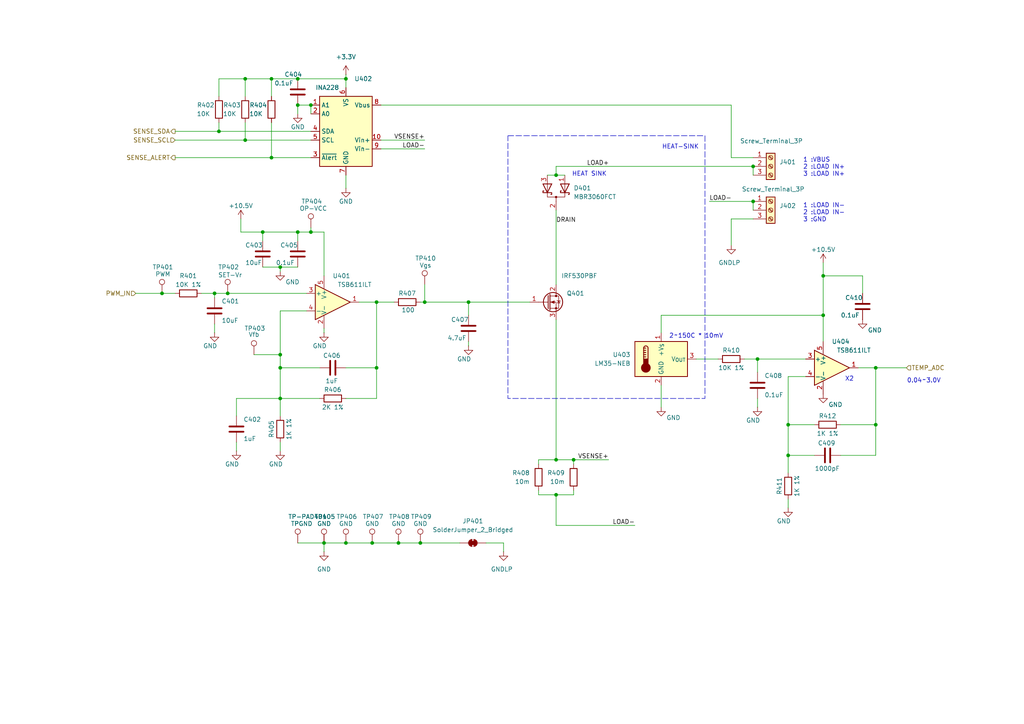
<source format=kicad_sch>
(kicad_sch
	(version 20231120)
	(generator "eeschema")
	(generator_version "8.0")
	(uuid "98393f9e-b675-4b01-9b81-4c0aaea9723c")
	(paper "A4")
	(title_block
		(title "ELECTRIC LOAD & LOGGER V2")
		(date "2024-10-11")
		(rev "Rev.0")
		(company "HNZ")
		(comment 1 "Licensed under CC-BY-SA V4.0")
		(comment 2 "(C) 2024 Hiroshi Nakajima <hnakamiru1103@gmail.com>")
	)
	(lib_symbols
		(symbol "Connector:TestPoint"
			(pin_numbers hide)
			(pin_names
				(offset 0.762) hide)
			(exclude_from_sim no)
			(in_bom yes)
			(on_board yes)
			(property "Reference" "TP"
				(at 0 6.858 0)
				(effects
					(font
						(size 1.27 1.27)
					)
				)
			)
			(property "Value" "TestPoint"
				(at 0 5.08 0)
				(effects
					(font
						(size 1.27 1.27)
					)
				)
			)
			(property "Footprint" ""
				(at 5.08 0 0)
				(effects
					(font
						(size 1.27 1.27)
					)
					(hide yes)
				)
			)
			(property "Datasheet" "~"
				(at 5.08 0 0)
				(effects
					(font
						(size 1.27 1.27)
					)
					(hide yes)
				)
			)
			(property "Description" "test point"
				(at 0 0 0)
				(effects
					(font
						(size 1.27 1.27)
					)
					(hide yes)
				)
			)
			(property "ki_keywords" "test point tp"
				(at 0 0 0)
				(effects
					(font
						(size 1.27 1.27)
					)
					(hide yes)
				)
			)
			(property "ki_fp_filters" "Pin* Test*"
				(at 0 0 0)
				(effects
					(font
						(size 1.27 1.27)
					)
					(hide yes)
				)
			)
			(symbol "TestPoint_0_1"
				(circle
					(center 0 3.302)
					(radius 0.762)
					(stroke
						(width 0)
						(type default)
					)
					(fill
						(type none)
					)
				)
			)
			(symbol "TestPoint_1_1"
				(pin passive line
					(at 0 0 90)
					(length 2.54)
					(name "1"
						(effects
							(font
								(size 1.27 1.27)
							)
						)
					)
					(number "1"
						(effects
							(font
								(size 1.27 1.27)
							)
						)
					)
				)
			)
		)
		(symbol "Device:C"
			(pin_numbers hide)
			(pin_names
				(offset 0.254)
			)
			(exclude_from_sim no)
			(in_bom yes)
			(on_board yes)
			(property "Reference" "C"
				(at 0.635 2.54 0)
				(effects
					(font
						(size 1.27 1.27)
					)
					(justify left)
				)
			)
			(property "Value" "C"
				(at 0.635 -2.54 0)
				(effects
					(font
						(size 1.27 1.27)
					)
					(justify left)
				)
			)
			(property "Footprint" ""
				(at 0.9652 -3.81 0)
				(effects
					(font
						(size 1.27 1.27)
					)
					(hide yes)
				)
			)
			(property "Datasheet" "~"
				(at 0 0 0)
				(effects
					(font
						(size 1.27 1.27)
					)
					(hide yes)
				)
			)
			(property "Description" "Unpolarized capacitor"
				(at 0 0 0)
				(effects
					(font
						(size 1.27 1.27)
					)
					(hide yes)
				)
			)
			(property "ki_keywords" "cap capacitor"
				(at 0 0 0)
				(effects
					(font
						(size 1.27 1.27)
					)
					(hide yes)
				)
			)
			(property "ki_fp_filters" "C_*"
				(at 0 0 0)
				(effects
					(font
						(size 1.27 1.27)
					)
					(hide yes)
				)
			)
			(symbol "C_0_1"
				(polyline
					(pts
						(xy -2.032 -0.762) (xy 2.032 -0.762)
					)
					(stroke
						(width 0.508)
						(type default)
					)
					(fill
						(type none)
					)
				)
				(polyline
					(pts
						(xy -2.032 0.762) (xy 2.032 0.762)
					)
					(stroke
						(width 0.508)
						(type default)
					)
					(fill
						(type none)
					)
				)
			)
			(symbol "C_1_1"
				(pin passive line
					(at 0 3.81 270)
					(length 2.794)
					(name "~"
						(effects
							(font
								(size 1.27 1.27)
							)
						)
					)
					(number "1"
						(effects
							(font
								(size 1.27 1.27)
							)
						)
					)
				)
				(pin passive line
					(at 0 -3.81 90)
					(length 2.794)
					(name "~"
						(effects
							(font
								(size 1.27 1.27)
							)
						)
					)
					(number "2"
						(effects
							(font
								(size 1.27 1.27)
							)
						)
					)
				)
			)
		)
		(symbol "Device:D_Schottky_Dual_CommonCathode_AKA_Parallel"
			(pin_names
				(offset 0.762) hide)
			(exclude_from_sim no)
			(in_bom yes)
			(on_board yes)
			(property "Reference" "D"
				(at 0 5.08 0)
				(effects
					(font
						(size 1.27 1.27)
					)
				)
			)
			(property "Value" "D_Schottky_Dual_CommonCathode_AKA_Parallel"
				(at 0 -5.08 0)
				(effects
					(font
						(size 1.27 1.27)
					)
				)
			)
			(property "Footprint" ""
				(at 1.27 0 0)
				(effects
					(font
						(size 1.27 1.27)
					)
					(hide yes)
				)
			)
			(property "Datasheet" "~"
				(at 1.27 0 0)
				(effects
					(font
						(size 1.27 1.27)
					)
					(hide yes)
				)
			)
			(property "Description" "Dual Schottky diode, common anode on pin 1"
				(at 0 0 0)
				(effects
					(font
						(size 1.27 1.27)
					)
					(hide yes)
				)
			)
			(property "ki_keywords" "diode"
				(at 0 0 0)
				(effects
					(font
						(size 1.27 1.27)
					)
					(hide yes)
				)
			)
			(symbol "D_Schottky_Dual_CommonCathode_AKA_Parallel_0_1"
				(polyline
					(pts
						(xy 1.27 0) (xy 2.54 0)
					)
					(stroke
						(width 0)
						(type default)
					)
					(fill
						(type none)
					)
				)
				(polyline
					(pts
						(xy -2.54 -2.54) (xy 1.27 -2.54) (xy 1.27 2.54) (xy -2.54 2.54)
					)
					(stroke
						(width 0)
						(type default)
					)
					(fill
						(type none)
					)
				)
				(polyline
					(pts
						(xy -2.54 -1.27) (xy 0 -2.54) (xy -2.54 -3.81) (xy -2.54 -1.27) (xy -2.54 -1.27) (xy -2.54 -1.27)
					)
					(stroke
						(width 0.254)
						(type default)
					)
					(fill
						(type none)
					)
				)
				(polyline
					(pts
						(xy -2.54 3.81) (xy 0 2.54) (xy -2.54 1.27) (xy -2.54 3.81) (xy -2.54 3.81) (xy -2.54 3.81)
					)
					(stroke
						(width 0.254)
						(type default)
					)
					(fill
						(type none)
					)
				)
				(polyline
					(pts
						(xy 0.508 -1.524) (xy 0.508 -1.27) (xy 0 -1.27) (xy 0 -3.81) (xy -0.508 -3.81) (xy -0.508 -3.556)
					)
					(stroke
						(width 0.254)
						(type default)
					)
					(fill
						(type none)
					)
				)
				(polyline
					(pts
						(xy 0.508 3.556) (xy 0.508 3.81) (xy 0 3.81) (xy 0 1.27) (xy -0.508 1.27) (xy -0.508 1.524)
					)
					(stroke
						(width 0.254)
						(type default)
					)
					(fill
						(type none)
					)
				)
				(circle
					(center 1.27 0)
					(radius 0.254)
					(stroke
						(width 0)
						(type default)
					)
					(fill
						(type outline)
					)
				)
				(pin passive line
					(at -5.08 2.54 0)
					(length 2.54)
					(name "A"
						(effects
							(font
								(size 1.27 1.27)
							)
						)
					)
					(number "1"
						(effects
							(font
								(size 1.27 1.27)
							)
						)
					)
				)
				(pin passive line
					(at 5.08 0 180)
					(length 2.54)
					(name "K"
						(effects
							(font
								(size 1.27 1.27)
							)
						)
					)
					(number "2"
						(effects
							(font
								(size 1.27 1.27)
							)
						)
					)
				)
				(pin passive line
					(at -5.08 -2.54 0)
					(length 2.54)
					(name "A"
						(effects
							(font
								(size 1.27 1.27)
							)
						)
					)
					(number "3"
						(effects
							(font
								(size 1.27 1.27)
							)
						)
					)
				)
			)
		)
		(symbol "Device:R"
			(pin_numbers hide)
			(pin_names
				(offset 0)
			)
			(exclude_from_sim no)
			(in_bom yes)
			(on_board yes)
			(property "Reference" "R"
				(at 2.032 0 90)
				(effects
					(font
						(size 1.27 1.27)
					)
				)
			)
			(property "Value" "R"
				(at 0 0 90)
				(effects
					(font
						(size 1.27 1.27)
					)
				)
			)
			(property "Footprint" ""
				(at -1.778 0 90)
				(effects
					(font
						(size 1.27 1.27)
					)
					(hide yes)
				)
			)
			(property "Datasheet" "~"
				(at 0 0 0)
				(effects
					(font
						(size 1.27 1.27)
					)
					(hide yes)
				)
			)
			(property "Description" "Resistor"
				(at 0 0 0)
				(effects
					(font
						(size 1.27 1.27)
					)
					(hide yes)
				)
			)
			(property "ki_keywords" "R res resistor"
				(at 0 0 0)
				(effects
					(font
						(size 1.27 1.27)
					)
					(hide yes)
				)
			)
			(property "ki_fp_filters" "R_*"
				(at 0 0 0)
				(effects
					(font
						(size 1.27 1.27)
					)
					(hide yes)
				)
			)
			(symbol "R_0_1"
				(rectangle
					(start -1.016 -2.54)
					(end 1.016 2.54)
					(stroke
						(width 0.254)
						(type default)
					)
					(fill
						(type none)
					)
				)
			)
			(symbol "R_1_1"
				(pin passive line
					(at 0 3.81 270)
					(length 1.27)
					(name "~"
						(effects
							(font
								(size 1.27 1.27)
							)
						)
					)
					(number "1"
						(effects
							(font
								(size 1.27 1.27)
							)
						)
					)
				)
				(pin passive line
					(at 0 -3.81 90)
					(length 1.27)
					(name "~"
						(effects
							(font
								(size 1.27 1.27)
							)
						)
					)
					(number "2"
						(effects
							(font
								(size 1.27 1.27)
							)
						)
					)
				)
			)
		)
		(symbol "Jumper:SolderJumper_2_Bridged"
			(pin_numbers hide)
			(pin_names
				(offset 0) hide)
			(exclude_from_sim yes)
			(in_bom no)
			(on_board yes)
			(property "Reference" "JP"
				(at 0 2.032 0)
				(effects
					(font
						(size 1.27 1.27)
					)
				)
			)
			(property "Value" "SolderJumper_2_Bridged"
				(at 0 -2.54 0)
				(effects
					(font
						(size 1.27 1.27)
					)
				)
			)
			(property "Footprint" ""
				(at 0 0 0)
				(effects
					(font
						(size 1.27 1.27)
					)
					(hide yes)
				)
			)
			(property "Datasheet" "~"
				(at 0 0 0)
				(effects
					(font
						(size 1.27 1.27)
					)
					(hide yes)
				)
			)
			(property "Description" "Solder Jumper, 2-pole, closed/bridged"
				(at 0 0 0)
				(effects
					(font
						(size 1.27 1.27)
					)
					(hide yes)
				)
			)
			(property "ki_keywords" "solder jumper SPST"
				(at 0 0 0)
				(effects
					(font
						(size 1.27 1.27)
					)
					(hide yes)
				)
			)
			(property "ki_fp_filters" "SolderJumper*Bridged*"
				(at 0 0 0)
				(effects
					(font
						(size 1.27 1.27)
					)
					(hide yes)
				)
			)
			(symbol "SolderJumper_2_Bridged_0_1"
				(rectangle
					(start -0.508 0.508)
					(end 0.508 -0.508)
					(stroke
						(width 0)
						(type default)
					)
					(fill
						(type outline)
					)
				)
				(arc
					(start -0.254 1.016)
					(mid -1.2656 0)
					(end -0.254 -1.016)
					(stroke
						(width 0)
						(type default)
					)
					(fill
						(type none)
					)
				)
				(arc
					(start -0.254 1.016)
					(mid -1.2656 0)
					(end -0.254 -1.016)
					(stroke
						(width 0)
						(type default)
					)
					(fill
						(type outline)
					)
				)
				(polyline
					(pts
						(xy -0.254 1.016) (xy -0.254 -1.016)
					)
					(stroke
						(width 0)
						(type default)
					)
					(fill
						(type none)
					)
				)
				(polyline
					(pts
						(xy 0.254 1.016) (xy 0.254 -1.016)
					)
					(stroke
						(width 0)
						(type default)
					)
					(fill
						(type none)
					)
				)
				(arc
					(start 0.254 -1.016)
					(mid 1.2656 0)
					(end 0.254 1.016)
					(stroke
						(width 0)
						(type default)
					)
					(fill
						(type none)
					)
				)
				(arc
					(start 0.254 -1.016)
					(mid 1.2656 0)
					(end 0.254 1.016)
					(stroke
						(width 0)
						(type default)
					)
					(fill
						(type outline)
					)
				)
			)
			(symbol "SolderJumper_2_Bridged_1_1"
				(pin passive line
					(at -3.81 0 0)
					(length 2.54)
					(name "A"
						(effects
							(font
								(size 1.27 1.27)
							)
						)
					)
					(number "1"
						(effects
							(font
								(size 1.27 1.27)
							)
						)
					)
				)
				(pin passive line
					(at 3.81 0 180)
					(length 2.54)
					(name "B"
						(effects
							(font
								(size 1.27 1.27)
							)
						)
					)
					(number "2"
						(effects
							(font
								(size 1.27 1.27)
							)
						)
					)
				)
			)
		)
		(symbol "Sensor_Temperature:LM35-NEB"
			(exclude_from_sim no)
			(in_bom yes)
			(on_board yes)
			(property "Reference" "U"
				(at -6.35 6.35 0)
				(effects
					(font
						(size 1.27 1.27)
					)
				)
			)
			(property "Value" "LM35-NEB"
				(at 1.27 6.35 0)
				(effects
					(font
						(size 1.27 1.27)
					)
					(justify left)
				)
			)
			(property "Footprint" "Package_TO_SOT_THT:TO-220-3_Vertical"
				(at 1.27 -6.35 0)
				(effects
					(font
						(size 1.27 1.27)
					)
					(justify left)
					(hide yes)
				)
			)
			(property "Datasheet" "http://www.ti.com/lit/ds/symlink/lm35.pdf"
				(at 0 0 0)
				(effects
					(font
						(size 1.27 1.27)
					)
					(hide yes)
				)
			)
			(property "Description" "Precision centigrade temperature sensor, TO-220"
				(at 0 0 0)
				(effects
					(font
						(size 1.27 1.27)
					)
					(hide yes)
				)
			)
			(property "ki_keywords" "temperature sensor thermistor"
				(at 0 0 0)
				(effects
					(font
						(size 1.27 1.27)
					)
					(hide yes)
				)
			)
			(property "ki_fp_filters" "TO?220*"
				(at 0 0 0)
				(effects
					(font
						(size 1.27 1.27)
					)
					(hide yes)
				)
			)
			(symbol "LM35-NEB_0_1"
				(rectangle
					(start -7.62 5.08)
					(end 7.62 -5.08)
					(stroke
						(width 0.254)
						(type default)
					)
					(fill
						(type background)
					)
				)
				(circle
					(center -4.445 -2.54)
					(radius 1.27)
					(stroke
						(width 0.254)
						(type default)
					)
					(fill
						(type outline)
					)
				)
				(rectangle
					(start -3.81 -1.905)
					(end -5.08 0)
					(stroke
						(width 0.254)
						(type default)
					)
					(fill
						(type outline)
					)
				)
				(arc
					(start -3.81 3.175)
					(mid -4.445 3.8073)
					(end -5.08 3.175)
					(stroke
						(width 0.254)
						(type default)
					)
					(fill
						(type none)
					)
				)
				(polyline
					(pts
						(xy -5.08 0.635) (xy -4.445 0.635)
					)
					(stroke
						(width 0.254)
						(type default)
					)
					(fill
						(type none)
					)
				)
				(polyline
					(pts
						(xy -5.08 1.27) (xy -4.445 1.27)
					)
					(stroke
						(width 0.254)
						(type default)
					)
					(fill
						(type none)
					)
				)
				(polyline
					(pts
						(xy -5.08 1.905) (xy -4.445 1.905)
					)
					(stroke
						(width 0.254)
						(type default)
					)
					(fill
						(type none)
					)
				)
				(polyline
					(pts
						(xy -5.08 2.54) (xy -4.445 2.54)
					)
					(stroke
						(width 0.254)
						(type default)
					)
					(fill
						(type none)
					)
				)
				(polyline
					(pts
						(xy -5.08 3.175) (xy -5.08 0)
					)
					(stroke
						(width 0.254)
						(type default)
					)
					(fill
						(type none)
					)
				)
				(polyline
					(pts
						(xy -5.08 3.175) (xy -4.445 3.175)
					)
					(stroke
						(width 0.254)
						(type default)
					)
					(fill
						(type none)
					)
				)
				(polyline
					(pts
						(xy -3.81 3.175) (xy -3.81 0)
					)
					(stroke
						(width 0.254)
						(type default)
					)
					(fill
						(type none)
					)
				)
			)
			(symbol "LM35-NEB_1_1"
				(pin power_in line
					(at 0 7.62 270)
					(length 2.54)
					(name "+V_{S}"
						(effects
							(font
								(size 1.27 1.27)
							)
						)
					)
					(number "1"
						(effects
							(font
								(size 1.27 1.27)
							)
						)
					)
				)
				(pin power_in line
					(at 0 -7.62 90)
					(length 2.54)
					(name "GND"
						(effects
							(font
								(size 1.27 1.27)
							)
						)
					)
					(number "2"
						(effects
							(font
								(size 1.27 1.27)
							)
						)
					)
				)
				(pin output line
					(at 10.16 0 180)
					(length 2.54)
					(name "V_{OUT}"
						(effects
							(font
								(size 1.27 1.27)
							)
						)
					)
					(number "3"
						(effects
							(font
								(size 1.27 1.27)
							)
						)
					)
				)
			)
		)
		(symbol "power:+3.3V"
			(power)
			(pin_numbers hide)
			(pin_names
				(offset 0) hide)
			(exclude_from_sim no)
			(in_bom yes)
			(on_board yes)
			(property "Reference" "#PWR"
				(at 0 -3.81 0)
				(effects
					(font
						(size 1.27 1.27)
					)
					(hide yes)
				)
			)
			(property "Value" "+3.3V"
				(at 0 3.556 0)
				(effects
					(font
						(size 1.27 1.27)
					)
				)
			)
			(property "Footprint" ""
				(at 0 0 0)
				(effects
					(font
						(size 1.27 1.27)
					)
					(hide yes)
				)
			)
			(property "Datasheet" ""
				(at 0 0 0)
				(effects
					(font
						(size 1.27 1.27)
					)
					(hide yes)
				)
			)
			(property "Description" "Power symbol creates a global label with name \"+3.3V\""
				(at 0 0 0)
				(effects
					(font
						(size 1.27 1.27)
					)
					(hide yes)
				)
			)
			(property "ki_keywords" "global power"
				(at 0 0 0)
				(effects
					(font
						(size 1.27 1.27)
					)
					(hide yes)
				)
			)
			(symbol "+3.3V_0_1"
				(polyline
					(pts
						(xy -0.762 1.27) (xy 0 2.54)
					)
					(stroke
						(width 0)
						(type default)
					)
					(fill
						(type none)
					)
				)
				(polyline
					(pts
						(xy 0 0) (xy 0 2.54)
					)
					(stroke
						(width 0)
						(type default)
					)
					(fill
						(type none)
					)
				)
				(polyline
					(pts
						(xy 0 2.54) (xy 0.762 1.27)
					)
					(stroke
						(width 0)
						(type default)
					)
					(fill
						(type none)
					)
				)
			)
			(symbol "+3.3V_1_1"
				(pin power_in line
					(at 0 0 90)
					(length 0)
					(name "~"
						(effects
							(font
								(size 1.27 1.27)
							)
						)
					)
					(number "1"
						(effects
							(font
								(size 1.27 1.27)
							)
						)
					)
				)
			)
		)
		(symbol "power:+5V"
			(power)
			(pin_numbers hide)
			(pin_names
				(offset 0) hide)
			(exclude_from_sim no)
			(in_bom yes)
			(on_board yes)
			(property "Reference" "#PWR"
				(at 0 -3.81 0)
				(effects
					(font
						(size 1.27 1.27)
					)
					(hide yes)
				)
			)
			(property "Value" "+5V"
				(at 0 3.556 0)
				(effects
					(font
						(size 1.27 1.27)
					)
				)
			)
			(property "Footprint" ""
				(at 0 0 0)
				(effects
					(font
						(size 1.27 1.27)
					)
					(hide yes)
				)
			)
			(property "Datasheet" ""
				(at 0 0 0)
				(effects
					(font
						(size 1.27 1.27)
					)
					(hide yes)
				)
			)
			(property "Description" "Power symbol creates a global label with name \"+5V\""
				(at 0 0 0)
				(effects
					(font
						(size 1.27 1.27)
					)
					(hide yes)
				)
			)
			(property "ki_keywords" "global power"
				(at 0 0 0)
				(effects
					(font
						(size 1.27 1.27)
					)
					(hide yes)
				)
			)
			(symbol "+5V_0_1"
				(polyline
					(pts
						(xy -0.762 1.27) (xy 0 2.54)
					)
					(stroke
						(width 0)
						(type default)
					)
					(fill
						(type none)
					)
				)
				(polyline
					(pts
						(xy 0 0) (xy 0 2.54)
					)
					(stroke
						(width 0)
						(type default)
					)
					(fill
						(type none)
					)
				)
				(polyline
					(pts
						(xy 0 2.54) (xy 0.762 1.27)
					)
					(stroke
						(width 0)
						(type default)
					)
					(fill
						(type none)
					)
				)
			)
			(symbol "+5V_1_1"
				(pin power_in line
					(at 0 0 90)
					(length 0)
					(name "~"
						(effects
							(font
								(size 1.27 1.27)
							)
						)
					)
					(number "1"
						(effects
							(font
								(size 1.27 1.27)
							)
						)
					)
				)
			)
		)
		(symbol "power:GND"
			(power)
			(pin_numbers hide)
			(pin_names
				(offset 0) hide)
			(exclude_from_sim no)
			(in_bom yes)
			(on_board yes)
			(property "Reference" "#PWR"
				(at 0 -6.35 0)
				(effects
					(font
						(size 1.27 1.27)
					)
					(hide yes)
				)
			)
			(property "Value" "GND"
				(at 0 -3.81 0)
				(effects
					(font
						(size 1.27 1.27)
					)
				)
			)
			(property "Footprint" ""
				(at 0 0 0)
				(effects
					(font
						(size 1.27 1.27)
					)
					(hide yes)
				)
			)
			(property "Datasheet" ""
				(at 0 0 0)
				(effects
					(font
						(size 1.27 1.27)
					)
					(hide yes)
				)
			)
			(property "Description" "Power symbol creates a global label with name \"GND\" , ground"
				(at 0 0 0)
				(effects
					(font
						(size 1.27 1.27)
					)
					(hide yes)
				)
			)
			(property "ki_keywords" "global power"
				(at 0 0 0)
				(effects
					(font
						(size 1.27 1.27)
					)
					(hide yes)
				)
			)
			(symbol "GND_0_1"
				(polyline
					(pts
						(xy 0 0) (xy 0 -1.27) (xy 1.27 -1.27) (xy 0 -2.54) (xy -1.27 -1.27) (xy 0 -1.27)
					)
					(stroke
						(width 0)
						(type default)
					)
					(fill
						(type none)
					)
				)
			)
			(symbol "GND_1_1"
				(pin power_in line
					(at 0 0 270)
					(length 0)
					(name "~"
						(effects
							(font
								(size 1.27 1.27)
							)
						)
					)
					(number "1"
						(effects
							(font
								(size 1.27 1.27)
							)
						)
					)
				)
			)
		)
		(symbol "power:GNDA"
			(power)
			(pin_numbers hide)
			(pin_names
				(offset 0) hide)
			(exclude_from_sim no)
			(in_bom yes)
			(on_board yes)
			(property "Reference" "#PWR"
				(at 0 -6.35 0)
				(effects
					(font
						(size 1.27 1.27)
					)
					(hide yes)
				)
			)
			(property "Value" "GNDA"
				(at 0 -3.81 0)
				(effects
					(font
						(size 1.27 1.27)
					)
				)
			)
			(property "Footprint" ""
				(at 0 0 0)
				(effects
					(font
						(size 1.27 1.27)
					)
					(hide yes)
				)
			)
			(property "Datasheet" ""
				(at 0 0 0)
				(effects
					(font
						(size 1.27 1.27)
					)
					(hide yes)
				)
			)
			(property "Description" "Power symbol creates a global label with name \"GNDA\" , analog ground"
				(at 0 0 0)
				(effects
					(font
						(size 1.27 1.27)
					)
					(hide yes)
				)
			)
			(property "ki_keywords" "global power"
				(at 0 0 0)
				(effects
					(font
						(size 1.27 1.27)
					)
					(hide yes)
				)
			)
			(symbol "GNDA_0_1"
				(polyline
					(pts
						(xy 0 0) (xy 0 -1.27) (xy 1.27 -1.27) (xy 0 -2.54) (xy -1.27 -1.27) (xy 0 -1.27)
					)
					(stroke
						(width 0)
						(type default)
					)
					(fill
						(type none)
					)
				)
			)
			(symbol "GNDA_1_1"
				(pin power_in line
					(at 0 0 270)
					(length 0)
					(name "~"
						(effects
							(font
								(size 1.27 1.27)
							)
						)
					)
					(number "1"
						(effects
							(font
								(size 1.27 1.27)
							)
						)
					)
				)
			)
		)
		(symbol "tbctl:10K"
			(pin_numbers hide)
			(pin_names
				(offset 0)
			)
			(exclude_from_sim no)
			(in_bom yes)
			(on_board yes)
			(property "Reference" "R"
				(at 2.032 0 90)
				(effects
					(font
						(size 1.27 1.27)
					)
				)
			)
			(property "Value" "10K"
				(at 0 0 90)
				(effects
					(font
						(size 1.27 1.27)
					)
				)
			)
			(property "Footprint" "Resistor_SMD:R_0805_2012Metric"
				(at -1.778 0 90)
				(effects
					(font
						(size 1.27 1.27)
					)
					(hide yes)
				)
			)
			(property "Datasheet" "~"
				(at 0 0 0)
				(effects
					(font
						(size 1.27 1.27)
					)
					(hide yes)
				)
			)
			(property "Description" "Resistor_SMD:R_0805_2012Metric"
				(at 0 0 0)
				(effects
					(font
						(size 1.27 1.27)
					)
					(hide yes)
				)
			)
			(property "ki_keywords" "R res resistor"
				(at 0 0 0)
				(effects
					(font
						(size 1.27 1.27)
					)
					(hide yes)
				)
			)
			(property "ki_fp_filters" "R_*"
				(at 0 0 0)
				(effects
					(font
						(size 1.27 1.27)
					)
					(hide yes)
				)
			)
			(symbol "10K_0_1"
				(rectangle
					(start -1.016 -2.54)
					(end 1.016 2.54)
					(stroke
						(width 0.254)
						(type default)
					)
					(fill
						(type none)
					)
				)
			)
			(symbol "10K_1_1"
				(pin passive line
					(at 0 3.81 270)
					(length 1.27)
					(name "~"
						(effects
							(font
								(size 1.27 1.27)
							)
						)
					)
					(number "1"
						(effects
							(font
								(size 1.27 1.27)
							)
						)
					)
				)
				(pin passive line
					(at 0 -3.81 90)
					(length 1.27)
					(name "~"
						(effects
							(font
								(size 1.27 1.27)
							)
						)
					)
					(number "2"
						(effects
							(font
								(size 1.27 1.27)
							)
						)
					)
				)
			)
		)
		(symbol "tbctl:10m"
			(pin_numbers hide)
			(pin_names
				(offset 0)
			)
			(exclude_from_sim no)
			(in_bom yes)
			(on_board yes)
			(property "Reference" "R"
				(at 2.032 0 90)
				(effects
					(font
						(size 1.27 1.27)
					)
				)
			)
			(property "Value" "10m"
				(at 0 0 90)
				(effects
					(font
						(size 1.27 1.27)
					)
				)
			)
			(property "Footprint" "tbctl:R_10mOHM"
				(at -1.778 0 90)
				(effects
					(font
						(size 1.27 1.27)
					)
					(hide yes)
				)
			)
			(property "Datasheet" "~"
				(at 0 0 0)
				(effects
					(font
						(size 1.27 1.27)
					)
					(hide yes)
				)
			)
			(property "Description" "Resistor 10mOhm"
				(at 0 0 0)
				(effects
					(font
						(size 1.27 1.27)
					)
					(hide yes)
				)
			)
			(property "ki_keywords" "R res resistor"
				(at 0 0 0)
				(effects
					(font
						(size 1.27 1.27)
					)
					(hide yes)
				)
			)
			(property "ki_fp_filters" "R_*"
				(at 0 0 0)
				(effects
					(font
						(size 1.27 1.27)
					)
					(hide yes)
				)
			)
			(symbol "10m_0_1"
				(rectangle
					(start -1.016 -2.54)
					(end 1.016 2.54)
					(stroke
						(width 0.254)
						(type default)
					)
					(fill
						(type none)
					)
				)
			)
			(symbol "10m_1_1"
				(pin passive line
					(at 0 3.81 270)
					(length 1.27)
					(name "~"
						(effects
							(font
								(size 1.27 1.27)
							)
						)
					)
					(number "1"
						(effects
							(font
								(size 1.27 1.27)
							)
						)
					)
				)
				(pin passive line
					(at 0 -3.81 90)
					(length 1.27)
					(name "~"
						(effects
							(font
								(size 1.27 1.27)
							)
						)
					)
					(number "2"
						(effects
							(font
								(size 1.27 1.27)
							)
						)
					)
				)
			)
		)
		(symbol "tbctl:INA228"
			(exclude_from_sim no)
			(in_bom yes)
			(on_board yes)
			(property "Reference" "U"
				(at -6.35 11.43 0)
				(effects
					(font
						(size 1.27 1.27)
					)
				)
			)
			(property "Value" "INA228"
				(at 3.81 11.43 0)
				(effects
					(font
						(size 1.27 1.27)
					)
				)
			)
			(property "Footprint" "Package_SO:VSSOP-10_3x3mm_P0.5mm"
				(at 20.32 -11.43 0)
				(effects
					(font
						(size 1.27 1.27)
					)
					(hide yes)
				)
			)
			(property "Datasheet" "http://www.ti.com/lit/ds/symlink/ina226.pdf"
				(at 8.89 -2.54 0)
				(effects
					(font
						(size 1.27 1.27)
					)
					(hide yes)
				)
			)
			(property "Description" "High-Side or Low-Side Measurement, Bi-Directional Current and Power Monitor (0-85V) with I2C Compatible Interface, VSSOP-10"
				(at 0 0 0)
				(effects
					(font
						(size 1.27 1.27)
					)
					(hide yes)
				)
			)
			(property "ki_keywords" "ADC I2C 20-Bit Oversampling Current Shunt"
				(at 0 0 0)
				(effects
					(font
						(size 1.27 1.27)
					)
					(hide yes)
				)
			)
			(property "ki_fp_filters" "VSSOP*3x3mm*P0.5mm*"
				(at 0 0 0)
				(effects
					(font
						(size 1.27 1.27)
					)
					(hide yes)
				)
			)
			(symbol "INA228_0_1"
				(rectangle
					(start -7.62 10.16)
					(end 7.62 -10.16)
					(stroke
						(width 0.254)
						(type default)
					)
					(fill
						(type background)
					)
				)
			)
			(symbol "INA228_1_1"
				(pin input line
					(at 10.16 7.62 180)
					(length 2.54)
					(name "A1"
						(effects
							(font
								(size 1.27 1.27)
							)
						)
					)
					(number "1"
						(effects
							(font
								(size 1.27 1.27)
							)
						)
					)
				)
				(pin input line
					(at -10.16 -2.54 0)
					(length 2.54)
					(name "Vin+"
						(effects
							(font
								(size 1.27 1.27)
							)
						)
					)
					(number "10"
						(effects
							(font
								(size 1.27 1.27)
							)
						)
					)
				)
				(pin input line
					(at 10.16 5.08 180)
					(length 2.54)
					(name "A0"
						(effects
							(font
								(size 1.27 1.27)
							)
						)
					)
					(number "2"
						(effects
							(font
								(size 1.27 1.27)
							)
						)
					)
				)
				(pin open_collector line
					(at 10.16 -7.62 180)
					(length 2.54)
					(name "~{Alert}"
						(effects
							(font
								(size 1.27 1.27)
							)
						)
					)
					(number "3"
						(effects
							(font
								(size 1.27 1.27)
							)
						)
					)
				)
				(pin bidirectional line
					(at 10.16 0 180)
					(length 2.54)
					(name "SDA"
						(effects
							(font
								(size 1.27 1.27)
							)
						)
					)
					(number "4"
						(effects
							(font
								(size 1.27 1.27)
							)
						)
					)
				)
				(pin input line
					(at 10.16 -2.54 180)
					(length 2.54)
					(name "SCL"
						(effects
							(font
								(size 1.27 1.27)
							)
						)
					)
					(number "5"
						(effects
							(font
								(size 1.27 1.27)
							)
						)
					)
				)
				(pin power_in line
					(at 0 12.7 270)
					(length 2.54)
					(name "VS"
						(effects
							(font
								(size 1.27 1.27)
							)
						)
					)
					(number "6"
						(effects
							(font
								(size 1.27 1.27)
							)
						)
					)
				)
				(pin power_in line
					(at 0 -12.7 90)
					(length 2.54)
					(name "GND"
						(effects
							(font
								(size 1.27 1.27)
							)
						)
					)
					(number "7"
						(effects
							(font
								(size 1.27 1.27)
							)
						)
					)
				)
				(pin input line
					(at -10.16 7.62 0)
					(length 2.54)
					(name "Vbus"
						(effects
							(font
								(size 1.27 1.27)
							)
						)
					)
					(number "8"
						(effects
							(font
								(size 1.27 1.27)
							)
						)
					)
				)
				(pin input line
					(at -10.16 -5.08 0)
					(length 2.54)
					(name "Vin-"
						(effects
							(font
								(size 1.27 1.27)
							)
						)
					)
					(number "9"
						(effects
							(font
								(size 1.27 1.27)
							)
						)
					)
				)
			)
		)
		(symbol "tbctl:MCP6001x-LT"
			(pin_names
				(offset 0.127)
			)
			(exclude_from_sim no)
			(in_bom yes)
			(on_board yes)
			(property "Reference" "U"
				(at -1.27 6.35 0)
				(effects
					(font
						(size 1.27 1.27)
					)
					(justify left)
				)
			)
			(property "Value" "MCP6001x-LT"
				(at -1.27 3.81 0)
				(effects
					(font
						(size 1.27 1.27)
					)
					(justify left)
				)
			)
			(property "Footprint" "Package_TO_SOT_SMD:SOT-23-5"
				(at -2.54 -5.08 0)
				(effects
					(font
						(size 1.27 1.27)
					)
					(justify left)
					(hide yes)
				)
			)
			(property "Datasheet" "http://ww1.microchip.com/downloads/en/DeviceDoc/21733j.pdf"
				(at 0 0 0)
				(effects
					(font
						(size 1.27 1.27)
					)
					(hide yes)
				)
			)
			(property "Description" "1 MHz, Low-Power Op Amp, SC-70-5"
				(at 0 0 0)
				(effects
					(font
						(size 1.27 1.27)
					)
					(hide yes)
				)
			)
			(property "ki_keywords" "single opamp"
				(at 0 0 0)
				(effects
					(font
						(size 1.27 1.27)
					)
					(hide yes)
				)
			)
			(property "ki_fp_filters" "*SC?70*"
				(at 0 0 0)
				(effects
					(font
						(size 1.27 1.27)
					)
					(hide yes)
				)
			)
			(symbol "MCP6001x-LT_0_1"
				(polyline
					(pts
						(xy -5.08 5.08) (xy 5.08 0) (xy -5.08 -5.08) (xy -5.08 5.08)
					)
					(stroke
						(width 0.254)
						(type default)
					)
					(fill
						(type background)
					)
				)
				(pin power_in line
					(at -2.54 -7.62 90)
					(length 3.81)
					(name "V-"
						(effects
							(font
								(size 1.27 1.27)
							)
						)
					)
					(number "2"
						(effects
							(font
								(size 1.27 1.27)
							)
						)
					)
				)
				(pin power_in line
					(at -2.54 7.62 270)
					(length 3.81)
					(name "V+"
						(effects
							(font
								(size 1.27 1.27)
							)
						)
					)
					(number "5"
						(effects
							(font
								(size 1.27 1.27)
							)
						)
					)
				)
			)
			(symbol "MCP6001x-LT_1_1"
				(pin output line
					(at 7.62 0 180)
					(length 2.54)
					(name "~"
						(effects
							(font
								(size 1.27 1.27)
							)
						)
					)
					(number "1"
						(effects
							(font
								(size 1.27 1.27)
							)
						)
					)
				)
				(pin input line
					(at -7.62 2.54 0)
					(length 2.54)
					(name "+"
						(effects
							(font
								(size 1.27 1.27)
							)
						)
					)
					(number "3"
						(effects
							(font
								(size 1.27 1.27)
							)
						)
					)
				)
				(pin input line
					(at -7.62 -2.54 0)
					(length 2.54)
					(name "-"
						(effects
							(font
								(size 1.27 1.27)
							)
						)
					)
					(number "4"
						(effects
							(font
								(size 1.27 1.27)
							)
						)
					)
				)
			)
		)
		(symbol "tbctl:Screw_Terminal_01x03"
			(pin_names
				(offset 1.016) hide)
			(exclude_from_sim no)
			(in_bom yes)
			(on_board yes)
			(property "Reference" "J"
				(at 0 5.08 0)
				(effects
					(font
						(size 1.27 1.27)
					)
				)
			)
			(property "Value" "Screw_Terminal_01x03"
				(at 0 -5.08 0)
				(effects
					(font
						(size 1.27 1.27)
					)
				)
			)
			(property "Footprint" "tbctl:TB112-2-2-3-E-1 Terminal Block"
				(at 0 0 0)
				(effects
					(font
						(size 1.27 1.27)
					)
					(hide yes)
				)
			)
			(property "Datasheet" "~"
				(at 0 0 0)
				(effects
					(font
						(size 1.27 1.27)
					)
					(hide yes)
				)
			)
			(property "Description" "Generic screw terminal, single row, 01x03, script generated (kicad-library-utils/schlib/autogen/connector/)"
				(at 0 0 0)
				(effects
					(font
						(size 1.27 1.27)
					)
					(hide yes)
				)
			)
			(property "ki_keywords" "screw terminal"
				(at 0 0 0)
				(effects
					(font
						(size 1.27 1.27)
					)
					(hide yes)
				)
			)
			(property "ki_fp_filters" "TerminalBlock*:*"
				(at 0 0 0)
				(effects
					(font
						(size 1.27 1.27)
					)
					(hide yes)
				)
			)
			(symbol "Screw_Terminal_01x03_1_1"
				(rectangle
					(start -1.27 3.81)
					(end 1.27 -3.81)
					(stroke
						(width 0.254)
						(type default)
					)
					(fill
						(type background)
					)
				)
				(circle
					(center 0 -2.54)
					(radius 0.635)
					(stroke
						(width 0.1524)
						(type default)
					)
					(fill
						(type none)
					)
				)
				(polyline
					(pts
						(xy -0.5334 -2.2098) (xy 0.3302 -3.048)
					)
					(stroke
						(width 0.1524)
						(type default)
					)
					(fill
						(type none)
					)
				)
				(polyline
					(pts
						(xy -0.5334 0.3302) (xy 0.3302 -0.508)
					)
					(stroke
						(width 0.1524)
						(type default)
					)
					(fill
						(type none)
					)
				)
				(polyline
					(pts
						(xy -0.5334 2.8702) (xy 0.3302 2.032)
					)
					(stroke
						(width 0.1524)
						(type default)
					)
					(fill
						(type none)
					)
				)
				(polyline
					(pts
						(xy -0.3556 -2.032) (xy 0.508 -2.8702)
					)
					(stroke
						(width 0.1524)
						(type default)
					)
					(fill
						(type none)
					)
				)
				(polyline
					(pts
						(xy -0.3556 0.508) (xy 0.508 -0.3302)
					)
					(stroke
						(width 0.1524)
						(type default)
					)
					(fill
						(type none)
					)
				)
				(polyline
					(pts
						(xy -0.3556 3.048) (xy 0.508 2.2098)
					)
					(stroke
						(width 0.1524)
						(type default)
					)
					(fill
						(type none)
					)
				)
				(circle
					(center 0 0)
					(radius 0.635)
					(stroke
						(width 0.1524)
						(type default)
					)
					(fill
						(type none)
					)
				)
				(circle
					(center 0 2.54)
					(radius 0.635)
					(stroke
						(width 0.1524)
						(type default)
					)
					(fill
						(type none)
					)
				)
				(pin passive line
					(at -5.08 2.54 0)
					(length 3.81)
					(name "Pin_1"
						(effects
							(font
								(size 1.27 1.27)
							)
						)
					)
					(number "1"
						(effects
							(font
								(size 1.27 1.27)
							)
						)
					)
				)
				(pin passive line
					(at -5.08 0 0)
					(length 3.81)
					(name "Pin_2"
						(effects
							(font
								(size 1.27 1.27)
							)
						)
					)
					(number "2"
						(effects
							(font
								(size 1.27 1.27)
							)
						)
					)
				)
				(pin passive line
					(at -5.08 -2.54 0)
					(length 3.81)
					(name "Pin_3"
						(effects
							(font
								(size 1.27 1.27)
							)
						)
					)
					(number "3"
						(effects
							(font
								(size 1.27 1.27)
							)
						)
					)
				)
			)
		)
		(symbol "tbctl:TK100E10N1"
			(pin_names
				(offset 0) hide)
			(exclude_from_sim no)
			(in_bom yes)
			(on_board yes)
			(property "Reference" "Q"
				(at 5.08 1.905 0)
				(effects
					(font
						(size 1.27 1.27)
					)
					(justify left)
				)
			)
			(property "Value" "TK100E10N1"
				(at 5.08 0 0)
				(effects
					(font
						(size 1.27 1.27)
					)
					(justify left)
				)
			)
			(property "Footprint" "Package_TO_SOT_THT:TO-220-3_Vertical"
				(at 0 -14.605 0)
				(effects
					(font
						(size 1.27 1.27)
					)
					(hide yes)
				)
			)
			(property "Datasheet" ""
				(at 0 -12.065 0)
				(effects
					(font
						(size 1.27 1.27)
					)
					(hide yes)
				)
			)
			(property "Description" "100A Ids, 100 Vds, N-channel POWER MOSFET, TO-220"
				(at 0 0 0)
				(effects
					(font
						(size 1.27 1.27)
					)
					(hide yes)
				)
			)
			(property "ki_keywords" "N-Channel  MOSFET"
				(at 0 0 0)
				(effects
					(font
						(size 1.27 1.27)
					)
					(hide yes)
				)
			)
			(property "ki_fp_filters" "TO?220*"
				(at 0 0 0)
				(effects
					(font
						(size 1.27 1.27)
					)
					(hide yes)
				)
			)
			(symbol "TK100E10N1_0_1"
				(polyline
					(pts
						(xy 0.254 0) (xy -2.54 0)
					)
					(stroke
						(width 0)
						(type default)
					)
					(fill
						(type none)
					)
				)
				(polyline
					(pts
						(xy 0.254 1.905) (xy 0.254 -1.905)
					)
					(stroke
						(width 0.254)
						(type default)
					)
					(fill
						(type none)
					)
				)
				(polyline
					(pts
						(xy 0.762 2.286) (xy 0.762 -2.286)
					)
					(stroke
						(width 0.254)
						(type default)
					)
					(fill
						(type none)
					)
				)
				(polyline
					(pts
						(xy 2.54 2.54) (xy 2.54 1.778)
					)
					(stroke
						(width 0)
						(type default)
					)
					(fill
						(type none)
					)
				)
				(polyline
					(pts
						(xy 2.54 -2.54) (xy 2.54 0) (xy 0.762 0)
					)
					(stroke
						(width 0)
						(type default)
					)
					(fill
						(type none)
					)
				)
				(polyline
					(pts
						(xy 0.762 -1.778) (xy 3.302 -1.778) (xy 3.302 1.778) (xy 0.762 1.778)
					)
					(stroke
						(width 0)
						(type default)
					)
					(fill
						(type none)
					)
				)
				(polyline
					(pts
						(xy 1.016 0) (xy 2.032 0.381) (xy 2.032 -0.381) (xy 1.016 0)
					)
					(stroke
						(width 0)
						(type default)
					)
					(fill
						(type outline)
					)
				)
				(polyline
					(pts
						(xy 2.794 0.508) (xy 2.921 0.381) (xy 3.683 0.381) (xy 3.81 0.254)
					)
					(stroke
						(width 0)
						(type default)
					)
					(fill
						(type none)
					)
				)
				(polyline
					(pts
						(xy 3.302 0.381) (xy 2.921 -0.254) (xy 3.683 -0.254) (xy 3.302 0.381)
					)
					(stroke
						(width 0)
						(type default)
					)
					(fill
						(type none)
					)
				)
				(circle
					(center 1.651 0)
					(radius 2.794)
					(stroke
						(width 0.254)
						(type default)
					)
					(fill
						(type none)
					)
				)
				(circle
					(center 2.54 -1.778)
					(radius 0.254)
					(stroke
						(width 0)
						(type default)
					)
					(fill
						(type outline)
					)
				)
				(circle
					(center 2.54 1.778)
					(radius 0.254)
					(stroke
						(width 0)
						(type default)
					)
					(fill
						(type outline)
					)
				)
			)
			(symbol "TK100E10N1_1_1"
				(pin input line
					(at -5.08 0 0)
					(length 2.54)
					(name "G"
						(effects
							(font
								(size 1.27 1.27)
							)
						)
					)
					(number "1"
						(effects
							(font
								(size 1.27 1.27)
							)
						)
					)
				)
				(pin passive line
					(at 2.54 5.08 270)
					(length 2.54)
					(name "D"
						(effects
							(font
								(size 1.27 1.27)
							)
						)
					)
					(number "2"
						(effects
							(font
								(size 1.27 1.27)
							)
						)
					)
				)
				(pin passive line
					(at 2.54 -5.08 90)
					(length 2.54)
					(name "S"
						(effects
							(font
								(size 1.27 1.27)
							)
						)
					)
					(number "3"
						(effects
							(font
								(size 1.27 1.27)
							)
						)
					)
				)
			)
		)
	)
	(junction
		(at 109.22 106.68)
		(diameter 0)
		(color 0 0 0 0)
		(uuid "06c965c8-83e4-4fbe-af81-4fc4a5c0e3ec")
	)
	(junction
		(at 254 123.19)
		(diameter 0)
		(color 0 0 0 0)
		(uuid "08fcc81f-a31d-4f84-a92a-955109faa165")
	)
	(junction
		(at 76.2 67.31)
		(diameter 0)
		(color 0 0 0 0)
		(uuid "1ad09cc7-49f0-4e4f-a411-6353b7e89fd5")
	)
	(junction
		(at 81.28 106.68)
		(diameter 0)
		(color 0 0 0 0)
		(uuid "1b7235e6-2914-450f-9809-8b635ae58a32")
	)
	(junction
		(at 238.76 80.01)
		(diameter 0)
		(color 0 0 0 0)
		(uuid "1ddf0bdf-a042-4796-a7d8-a951a447b229")
	)
	(junction
		(at 71.12 40.64)
		(diameter 0)
		(color 0 0 0 0)
		(uuid "2408e5b3-8881-4f94-a5a2-416eb7b04907")
	)
	(junction
		(at 107.95 157.48)
		(diameter 0)
		(color 0 0 0 0)
		(uuid "281b29e5-e467-478e-a304-06fed785b077")
	)
	(junction
		(at 161.29 133.35)
		(diameter 0)
		(color 0 0 0 0)
		(uuid "2b406f6f-8a70-4cff-9b15-d40d21f932eb")
	)
	(junction
		(at 254 106.68)
		(diameter 0)
		(color 0 0 0 0)
		(uuid "2d60dd52-ef9b-4bde-a4ed-4241c4dba6fa")
	)
	(junction
		(at 90.17 67.31)
		(diameter 0)
		(color 0 0 0 0)
		(uuid "2f34d183-ee0d-4ab2-84fb-c38c6aeb759d")
	)
	(junction
		(at 62.23 85.09)
		(diameter 0)
		(color 0 0 0 0)
		(uuid "3525e883-5bb7-4c03-9f7c-6dcd8aed75da")
	)
	(junction
		(at 86.36 30.48)
		(diameter 0)
		(color 0 0 0 0)
		(uuid "3599abf1-eaad-49b2-939e-fdc2fd0fd198")
	)
	(junction
		(at 219.71 104.14)
		(diameter 0)
		(color 0 0 0 0)
		(uuid "3ef70d81-cc3d-4b0e-a69f-78f771094ef7")
	)
	(junction
		(at 86.36 67.31)
		(diameter 0)
		(color 0 0 0 0)
		(uuid "4114d8f8-2639-49f2-8575-c8f233c3ea00")
	)
	(junction
		(at 93.98 157.48)
		(diameter 0)
		(color 0 0 0 0)
		(uuid "53b28ae2-420d-4fb3-9015-71706e8f84e1")
	)
	(junction
		(at 78.74 22.86)
		(diameter 0)
		(color 0 0 0 0)
		(uuid "59c9de1d-afae-43ba-8cad-afcd9d52a4ea")
	)
	(junction
		(at 218.44 58.42)
		(diameter 0)
		(color 0 0 0 0)
		(uuid "5aa2e45f-5b8e-4559-91cc-2c3925500dc9")
	)
	(junction
		(at 228.6 123.19)
		(diameter 0)
		(color 0 0 0 0)
		(uuid "6bfef2c3-8cfb-486e-ba75-1776911f5099")
	)
	(junction
		(at 81.28 102.87)
		(diameter 0)
		(color 0 0 0 0)
		(uuid "6d461b1e-ef70-4ede-85e4-cafabdf0297c")
	)
	(junction
		(at 66.04 85.09)
		(diameter 0)
		(color 0 0 0 0)
		(uuid "70f414ce-c57b-4b5c-8271-57e959574a58")
	)
	(junction
		(at 81.28 77.47)
		(diameter 0)
		(color 0 0 0 0)
		(uuid "78c2a1eb-e4db-4db1-b3bc-3e77966d5010")
	)
	(junction
		(at 115.57 157.48)
		(diameter 0)
		(color 0 0 0 0)
		(uuid "7daeb044-2b27-4708-897c-4eb3d12d2270")
	)
	(junction
		(at 166.37 133.35)
		(diameter 0)
		(color 0 0 0 0)
		(uuid "85cf100a-377c-4ebf-8ded-b09853a3aa91")
	)
	(junction
		(at 161.29 143.51)
		(diameter 0)
		(color 0 0 0 0)
		(uuid "8ef81b02-5432-4247-925d-9dacfadc322e")
	)
	(junction
		(at 46.99 85.09)
		(diameter 0)
		(color 0 0 0 0)
		(uuid "9174499d-146f-4d06-8b28-34a766c1196c")
	)
	(junction
		(at 161.29 50.8)
		(diameter 0)
		(color 0 0 0 0)
		(uuid "9cfc1330-7a2f-4f08-a4d8-7814e931e7d0")
	)
	(junction
		(at 100.33 22.86)
		(diameter 0)
		(color 0 0 0 0)
		(uuid "a4fb4f60-be67-41d0-a539-4964c037b9b2")
	)
	(junction
		(at 109.22 87.63)
		(diameter 0)
		(color 0 0 0 0)
		(uuid "a58b5b36-c47c-46de-a63e-32bee82be690")
	)
	(junction
		(at 100.33 157.48)
		(diameter 0)
		(color 0 0 0 0)
		(uuid "a6468de0-283c-46e5-8bfb-d3cdaa2f8350")
	)
	(junction
		(at 78.74 45.72)
		(diameter 0)
		(color 0 0 0 0)
		(uuid "aad46037-731e-4471-a61d-2da96a391686")
	)
	(junction
		(at 81.28 115.57)
		(diameter 0)
		(color 0 0 0 0)
		(uuid "abe182a2-c1a0-4918-ae5c-4db4d338d9b8")
	)
	(junction
		(at 90.17 30.48)
		(diameter 0)
		(color 0 0 0 0)
		(uuid "ac178c69-f77b-4f31-a477-5466f144a4c2")
	)
	(junction
		(at 218.44 48.26)
		(diameter 0)
		(color 0 0 0 0)
		(uuid "b5399c01-e3ae-477f-856c-ff4f0c0cfaa9")
	)
	(junction
		(at 135.89 87.63)
		(diameter 0)
		(color 0 0 0 0)
		(uuid "c9d30e08-711a-45dc-ab87-ff1544ff5e81")
	)
	(junction
		(at 123.19 87.63)
		(diameter 0)
		(color 0 0 0 0)
		(uuid "cca435b8-5f60-4698-8382-c8a34d050791")
	)
	(junction
		(at 238.76 91.44)
		(diameter 0)
		(color 0 0 0 0)
		(uuid "cd71fd36-6987-4384-92b5-72e839373151")
	)
	(junction
		(at 63.5 38.1)
		(diameter 0)
		(color 0 0 0 0)
		(uuid "d3bbeccf-ac3e-4f9d-b6e0-136763bc7077")
	)
	(junction
		(at 228.6 132.08)
		(diameter 0)
		(color 0 0 0 0)
		(uuid "d7e4c5c4-f17d-410d-9b4c-d715af372414")
	)
	(junction
		(at 71.12 22.86)
		(diameter 0)
		(color 0 0 0 0)
		(uuid "dc53e9a8-f30e-4325-a4f6-11fafbe35b5e")
	)
	(junction
		(at 121.92 157.48)
		(diameter 0)
		(color 0 0 0 0)
		(uuid "e4604711-bfd2-4916-bf94-32c007571ec9")
	)
	(junction
		(at 86.36 22.86)
		(diameter 0)
		(color 0 0 0 0)
		(uuid "f09a5194-5736-4307-bdac-73bbb82c8414")
	)
	(wire
		(pts
			(xy 191.77 91.44) (xy 238.76 91.44)
		)
		(stroke
			(width 0)
			(type default)
		)
		(uuid "00ac7ea6-581f-4403-8ce1-79bd0266fe05")
	)
	(wire
		(pts
			(xy 250.19 85.09) (xy 250.19 80.01)
		)
		(stroke
			(width 0)
			(type default)
		)
		(uuid "04518939-9419-4f0e-87f2-4fdd12373f7a")
	)
	(wire
		(pts
			(xy 219.71 104.14) (xy 233.68 104.14)
		)
		(stroke
			(width 0)
			(type default)
		)
		(uuid "056cc51a-e891-41e8-b15d-274742a9c0a2")
	)
	(wire
		(pts
			(xy 161.29 48.26) (xy 218.44 48.26)
		)
		(stroke
			(width 0)
			(type default)
		)
		(uuid "09ebc295-2489-4bdb-aeb5-e581b0e20210")
	)
	(wire
		(pts
			(xy 212.09 63.5) (xy 212.09 71.12)
		)
		(stroke
			(width 0)
			(type default)
		)
		(uuid "0d7596a2-f558-467d-bd05-4ce395e38cb6")
	)
	(wire
		(pts
			(xy 76.2 67.31) (xy 86.36 67.31)
		)
		(stroke
			(width 0)
			(type default)
		)
		(uuid "12d37597-4cf5-4f16-a559-6115c34bc18d")
	)
	(wire
		(pts
			(xy 201.93 104.14) (xy 208.28 104.14)
		)
		(stroke
			(width 0)
			(type default)
		)
		(uuid "14814db5-2b81-488a-96f2-d2eec4de2f64")
	)
	(wire
		(pts
			(xy 76.2 67.31) (xy 76.2 69.85)
		)
		(stroke
			(width 0)
			(type default)
		)
		(uuid "181203a4-1bab-47f0-b913-12208ecafad5")
	)
	(wire
		(pts
			(xy 76.2 77.47) (xy 81.28 77.47)
		)
		(stroke
			(width 0)
			(type default)
		)
		(uuid "1bed671d-0f70-4148-aca6-0ef87fbd5b45")
	)
	(wire
		(pts
			(xy 78.74 45.72) (xy 50.8 45.72)
		)
		(stroke
			(width 0)
			(type default)
		)
		(uuid "1cc6c6c5-c7db-4442-938b-f8ec7ad6bc2c")
	)
	(wire
		(pts
			(xy 228.6 123.19) (xy 228.6 132.08)
		)
		(stroke
			(width 0)
			(type default)
		)
		(uuid "1df57324-782f-4b28-ba8c-3b8e59133abf")
	)
	(wire
		(pts
			(xy 219.71 104.14) (xy 219.71 107.95)
		)
		(stroke
			(width 0)
			(type default)
		)
		(uuid "1ec8635f-af73-4bee-917d-9224a82b8e6c")
	)
	(wire
		(pts
			(xy 71.12 22.86) (xy 63.5 22.86)
		)
		(stroke
			(width 0)
			(type default)
		)
		(uuid "215f7e21-2aa5-446a-a692-e59b6b07943d")
	)
	(wire
		(pts
			(xy 228.6 123.19) (xy 236.22 123.19)
		)
		(stroke
			(width 0)
			(type default)
		)
		(uuid "2a0b2e9c-ea38-46b7-8939-81cacee181e9")
	)
	(wire
		(pts
			(xy 100.33 21.59) (xy 100.33 22.86)
		)
		(stroke
			(width 0)
			(type default)
		)
		(uuid "2c4390b2-2a9a-4f70-bd49-ea46cfe1e3d7")
	)
	(wire
		(pts
			(xy 90.17 45.72) (xy 78.74 45.72)
		)
		(stroke
			(width 0)
			(type default)
		)
		(uuid "301d317f-a80b-41d0-9ec9-e8a280755e67")
	)
	(wire
		(pts
			(xy 81.28 106.68) (xy 92.71 106.68)
		)
		(stroke
			(width 0)
			(type default)
		)
		(uuid "30932425-ea7e-4670-a38d-e84b22d0d4ae")
	)
	(wire
		(pts
			(xy 46.99 85.09) (xy 50.8 85.09)
		)
		(stroke
			(width 0)
			(type default)
		)
		(uuid "3620fcc3-458a-4f15-b14b-b671496b11ad")
	)
	(wire
		(pts
			(xy 39.37 85.09) (xy 46.99 85.09)
		)
		(stroke
			(width 0)
			(type default)
		)
		(uuid "3a03afac-5e9d-4601-91d6-3e864760f447")
	)
	(wire
		(pts
			(xy 238.76 76.2) (xy 238.76 80.01)
		)
		(stroke
			(width 0)
			(type default)
		)
		(uuid "3bf96491-a4a3-4189-9719-8f438ae55d12")
	)
	(wire
		(pts
			(xy 92.71 115.57) (xy 81.28 115.57)
		)
		(stroke
			(width 0)
			(type default)
		)
		(uuid "417d77b3-4ed9-456d-aac2-8b20b29a2ab2")
	)
	(wire
		(pts
			(xy 62.23 93.98) (xy 62.23 96.52)
		)
		(stroke
			(width 0)
			(type default)
		)
		(uuid "433533c2-005d-45af-908a-fc432cc52816")
	)
	(wire
		(pts
			(xy 69.85 63.5) (xy 69.85 67.31)
		)
		(stroke
			(width 0)
			(type default)
		)
		(uuid "44ea3a11-c7b5-4a34-920e-96803db14ddd")
	)
	(wire
		(pts
			(xy 212.09 63.5) (xy 218.44 63.5)
		)
		(stroke
			(width 0)
			(type default)
		)
		(uuid "45ef1392-3507-4653-bf58-7a30d60b4eb9")
	)
	(wire
		(pts
			(xy 161.29 143.51) (xy 156.21 143.51)
		)
		(stroke
			(width 0)
			(type default)
		)
		(uuid "4738a098-cfbb-4c9f-8e0b-5cf98a27bb32")
	)
	(wire
		(pts
			(xy 228.6 132.08) (xy 236.22 132.08)
		)
		(stroke
			(width 0)
			(type default)
		)
		(uuid "47b82020-0f0a-4936-8f74-10e46b5a7893")
	)
	(wire
		(pts
			(xy 86.36 30.48) (xy 86.36 33.02)
		)
		(stroke
			(width 0)
			(type default)
		)
		(uuid "4aa0d660-f8b9-4b7b-8e9f-aea0097d23a1")
	)
	(wire
		(pts
			(xy 218.44 45.72) (xy 212.09 45.72)
		)
		(stroke
			(width 0)
			(type default)
		)
		(uuid "517f691d-1f2e-45c5-a525-c4d105432c9f")
	)
	(wire
		(pts
			(xy 109.22 87.63) (xy 109.22 106.68)
		)
		(stroke
			(width 0)
			(type default)
		)
		(uuid "5351bb1a-8cc9-468d-bd2a-574d32103beb")
	)
	(wire
		(pts
			(xy 135.89 100.33) (xy 135.89 99.06)
		)
		(stroke
			(width 0)
			(type default)
		)
		(uuid "5372dbbf-e99a-4476-b164-2bd0cabf3b1c")
	)
	(wire
		(pts
			(xy 191.77 118.11) (xy 191.77 111.76)
		)
		(stroke
			(width 0)
			(type default)
		)
		(uuid "5735f2ab-e77a-410f-937e-7f734c3915f9")
	)
	(wire
		(pts
			(xy 146.05 160.02) (xy 146.05 157.48)
		)
		(stroke
			(width 0)
			(type default)
		)
		(uuid "58271634-8786-4dac-b23a-4702ae136b48")
	)
	(wire
		(pts
			(xy 78.74 35.56) (xy 78.74 45.72)
		)
		(stroke
			(width 0)
			(type default)
		)
		(uuid "58b06bee-170d-4216-b877-f636a289d3e0")
	)
	(wire
		(pts
			(xy 161.29 152.4) (xy 184.15 152.4)
		)
		(stroke
			(width 0)
			(type default)
		)
		(uuid "58cf0461-3f25-4698-836d-99a778d13e87")
	)
	(wire
		(pts
			(xy 71.12 27.94) (xy 71.12 22.86)
		)
		(stroke
			(width 0)
			(type default)
		)
		(uuid "59dd1fdc-8467-43a9-bccf-92475daeb65c")
	)
	(wire
		(pts
			(xy 161.29 60.96) (xy 161.29 82.55)
		)
		(stroke
			(width 0)
			(type default)
		)
		(uuid "59e83d09-aa60-4aa5-ae2e-8148e9b17fcd")
	)
	(wire
		(pts
			(xy 161.29 143.51) (xy 166.37 143.51)
		)
		(stroke
			(width 0)
			(type default)
		)
		(uuid "5c8351ce-fe32-4b88-ada9-b19ede84ae84")
	)
	(wire
		(pts
			(xy 121.92 157.48) (xy 133.35 157.48)
		)
		(stroke
			(width 0)
			(type default)
		)
		(uuid "5cf50707-9d97-4409-9de8-b9be14dbfde1")
	)
	(wire
		(pts
			(xy 93.98 95.25) (xy 93.98 96.52)
		)
		(stroke
			(width 0)
			(type default)
		)
		(uuid "5d900f72-ab2e-42eb-be0c-d150f35cb090")
	)
	(wire
		(pts
			(xy 81.28 106.68) (xy 81.28 115.57)
		)
		(stroke
			(width 0)
			(type default)
		)
		(uuid "5f937c23-077c-4b96-844a-d46e3fe603c2")
	)
	(wire
		(pts
			(xy 71.12 35.56) (xy 71.12 40.64)
		)
		(stroke
			(width 0)
			(type default)
		)
		(uuid "60cfb158-c75a-4508-a040-ea212c287986")
	)
	(wire
		(pts
			(xy 107.95 157.48) (xy 115.57 157.48)
		)
		(stroke
			(width 0)
			(type default)
		)
		(uuid "613cc0ae-a9a0-4877-9f6f-57ebc2ce297d")
	)
	(wire
		(pts
			(xy 58.42 85.09) (xy 62.23 85.09)
		)
		(stroke
			(width 0)
			(type default)
		)
		(uuid "63da2fa5-38c8-44dd-ad43-e2a55cba8f7f")
	)
	(wire
		(pts
			(xy 66.04 85.09) (xy 88.9 85.09)
		)
		(stroke
			(width 0)
			(type default)
		)
		(uuid "66f74126-50fb-4a76-9424-d7e8e5b4f687")
	)
	(wire
		(pts
			(xy 161.29 50.8) (xy 163.83 50.8)
		)
		(stroke
			(width 0)
			(type default)
		)
		(uuid "6846493e-a06f-44ac-a6ad-76a13471a750")
	)
	(wire
		(pts
			(xy 93.98 157.48) (xy 93.98 160.02)
		)
		(stroke
			(width 0)
			(type default)
		)
		(uuid "6dfb9e8d-1430-4453-a2a5-8ceca9f4be5d")
	)
	(wire
		(pts
			(xy 63.5 35.56) (xy 63.5 38.1)
		)
		(stroke
			(width 0)
			(type default)
		)
		(uuid "7450a374-109e-401b-bddf-501b2e91de75")
	)
	(wire
		(pts
			(xy 81.28 115.57) (xy 68.58 115.57)
		)
		(stroke
			(width 0)
			(type default)
		)
		(uuid "769b3a3d-1ffd-4176-a24b-31b366d3d0dd")
	)
	(wire
		(pts
			(xy 93.98 67.31) (xy 93.98 80.01)
		)
		(stroke
			(width 0)
			(type default)
		)
		(uuid "772b2f15-b58b-458e-957f-5ac662951ff1")
	)
	(wire
		(pts
			(xy 135.89 87.63) (xy 153.67 87.63)
		)
		(stroke
			(width 0)
			(type default)
		)
		(uuid "79ea4464-ac85-45a4-a3ed-4de2f3a99ee2")
	)
	(wire
		(pts
			(xy 238.76 80.01) (xy 250.19 80.01)
		)
		(stroke
			(width 0)
			(type default)
		)
		(uuid "7aced268-58a0-4511-99df-29da7556df89")
	)
	(wire
		(pts
			(xy 63.5 38.1) (xy 50.8 38.1)
		)
		(stroke
			(width 0)
			(type default)
		)
		(uuid "7cd7aafe-2717-4418-902d-1eb84b382e15")
	)
	(wire
		(pts
			(xy 212.09 45.72) (xy 212.09 30.48)
		)
		(stroke
			(width 0)
			(type default)
		)
		(uuid "7ce26065-8adb-4102-a84a-47edf099d0fc")
	)
	(wire
		(pts
			(xy 140.97 157.48) (xy 146.05 157.48)
		)
		(stroke
			(width 0)
			(type default)
		)
		(uuid "7e058035-9b97-431c-bd54-f48ee05e74f0")
	)
	(wire
		(pts
			(xy 161.29 48.26) (xy 161.29 50.8)
		)
		(stroke
			(width 0)
			(type default)
		)
		(uuid "7f040621-c336-4706-863a-728b807287d1")
	)
	(wire
		(pts
			(xy 156.21 133.35) (xy 156.21 134.62)
		)
		(stroke
			(width 0)
			(type default)
		)
		(uuid "80587d84-9a99-4bd0-ad5c-75de8872973e")
	)
	(wire
		(pts
			(xy 90.17 67.31) (xy 90.17 66.04)
		)
		(stroke
			(width 0)
			(type default)
		)
		(uuid "81412e67-cec1-4d2c-91a8-96baa3e6f2ec")
	)
	(wire
		(pts
			(xy 90.17 30.48) (xy 90.17 33.02)
		)
		(stroke
			(width 0)
			(type default)
		)
		(uuid "81da531f-f3c4-4c85-8cd7-eb8a1ffa3482")
	)
	(wire
		(pts
			(xy 100.33 115.57) (xy 109.22 115.57)
		)
		(stroke
			(width 0)
			(type default)
		)
		(uuid "82df1f83-17f7-46a2-88a6-fb8ab9be5041")
	)
	(wire
		(pts
			(xy 254 106.68) (xy 248.92 106.68)
		)
		(stroke
			(width 0)
			(type default)
		)
		(uuid "850dcddd-1067-4572-8a3c-49349bd9f62b")
	)
	(wire
		(pts
			(xy 90.17 38.1) (xy 63.5 38.1)
		)
		(stroke
			(width 0)
			(type default)
		)
		(uuid "8579c49e-2ef7-418e-85b0-3c4ffbc8ffa1")
	)
	(wire
		(pts
			(xy 115.57 157.48) (xy 121.92 157.48)
		)
		(stroke
			(width 0)
			(type default)
		)
		(uuid "893cf0cb-2c08-4e3f-9282-19aacef7f7fc")
	)
	(wire
		(pts
			(xy 218.44 48.26) (xy 218.44 50.8)
		)
		(stroke
			(width 0)
			(type default)
		)
		(uuid "8bec2055-2888-4b15-a5c3-f18db6ba2c50")
	)
	(wire
		(pts
			(xy 218.44 58.42) (xy 205.74 58.42)
		)
		(stroke
			(width 0)
			(type default)
		)
		(uuid "933295f8-2312-4403-85cf-1b2c0d0d4f97")
	)
	(wire
		(pts
			(xy 69.85 67.31) (xy 76.2 67.31)
		)
		(stroke
			(width 0)
			(type default)
		)
		(uuid "957e4fc3-d706-428e-97b2-4e6070f29090")
	)
	(wire
		(pts
			(xy 254 106.68) (xy 262.89 106.68)
		)
		(stroke
			(width 0)
			(type default)
		)
		(uuid "960f8858-4b15-4a53-ac44-24b49a7eba34")
	)
	(wire
		(pts
			(xy 233.68 109.22) (xy 228.6 109.22)
		)
		(stroke
			(width 0)
			(type default)
		)
		(uuid "97970b78-66f2-436a-bbc1-511e5a8cbb58")
	)
	(wire
		(pts
			(xy 93.98 67.31) (xy 90.17 67.31)
		)
		(stroke
			(width 0)
			(type default)
		)
		(uuid "980c3241-fefd-40a4-98eb-bb9286fb8238")
	)
	(wire
		(pts
			(xy 100.33 106.68) (xy 109.22 106.68)
		)
		(stroke
			(width 0)
			(type default)
		)
		(uuid "98772fd6-0d6e-41b4-be79-71b686039d5d")
	)
	(wire
		(pts
			(xy 81.28 77.47) (xy 86.36 77.47)
		)
		(stroke
			(width 0)
			(type default)
		)
		(uuid "98797903-fe96-4295-bd8d-9eca64d2b611")
	)
	(wire
		(pts
			(xy 109.22 106.68) (xy 109.22 115.57)
		)
		(stroke
			(width 0)
			(type default)
		)
		(uuid "98be7ced-f7fa-4ee0-86bd-fea4955fe4b3")
	)
	(wire
		(pts
			(xy 90.17 40.64) (xy 71.12 40.64)
		)
		(stroke
			(width 0)
			(type default)
		)
		(uuid "9bcee0ff-3128-425e-a4ad-ee85e6791601")
	)
	(wire
		(pts
			(xy 73.66 102.87) (xy 81.28 102.87)
		)
		(stroke
			(width 0)
			(type default)
		)
		(uuid "9bcf744e-c94c-4646-a59d-143b13880fd6")
	)
	(wire
		(pts
			(xy 81.28 77.47) (xy 81.28 78.74)
		)
		(stroke
			(width 0)
			(type default)
		)
		(uuid "9c9a1e1c-a3cf-4f95-9fd7-9cdaf74ea4a5")
	)
	(wire
		(pts
			(xy 243.84 132.08) (xy 254 132.08)
		)
		(stroke
			(width 0)
			(type default)
		)
		(uuid "9f31a9b1-f936-4c66-9792-d1903c970086")
	)
	(wire
		(pts
			(xy 161.29 50.8) (xy 158.75 50.8)
		)
		(stroke
			(width 0)
			(type default)
		)
		(uuid "9fd9d691-33fa-4d5b-bdfb-143257c8826a")
	)
	(wire
		(pts
			(xy 86.36 67.31) (xy 86.36 69.85)
		)
		(stroke
			(width 0)
			(type default)
		)
		(uuid "a290cd14-d035-42cd-8159-6a88a4408b41")
	)
	(wire
		(pts
			(xy 110.49 30.48) (xy 212.09 30.48)
		)
		(stroke
			(width 0)
			(type default)
		)
		(uuid "a66d8983-d740-4de1-bd93-3d29ff924a20")
	)
	(wire
		(pts
			(xy 86.36 22.86) (xy 78.74 22.86)
		)
		(stroke
			(width 0)
			(type default)
		)
		(uuid "a67a82be-bc9d-4231-8da3-24a71a253af0")
	)
	(wire
		(pts
			(xy 63.5 27.94) (xy 63.5 22.86)
		)
		(stroke
			(width 0)
			(type default)
		)
		(uuid "ac777119-6c4a-4780-a5bd-f8885967cd73")
	)
	(wire
		(pts
			(xy 100.33 22.86) (xy 100.33 25.4)
		)
		(stroke
			(width 0)
			(type default)
		)
		(uuid "afcec296-5790-40f4-bc08-8174240fbc8e")
	)
	(wire
		(pts
			(xy 78.74 22.86) (xy 78.74 27.94)
		)
		(stroke
			(width 0)
			(type default)
		)
		(uuid "b0696929-8d0a-42a7-844e-ed4b8501b676")
	)
	(wire
		(pts
			(xy 161.29 143.51) (xy 161.29 152.4)
		)
		(stroke
			(width 0)
			(type default)
		)
		(uuid "b0efe6a2-4daf-434d-898d-9bcb34da66d6")
	)
	(wire
		(pts
			(xy 228.6 132.08) (xy 228.6 137.16)
		)
		(stroke
			(width 0)
			(type default)
		)
		(uuid "b279f48a-3ff5-44e1-bb34-78aaddb9ff38")
	)
	(wire
		(pts
			(xy 219.71 115.57) (xy 219.71 118.11)
		)
		(stroke
			(width 0)
			(type default)
		)
		(uuid "b3ed38f2-9849-415c-9c7b-44006aaf7797")
	)
	(wire
		(pts
			(xy 121.92 87.63) (xy 123.19 87.63)
		)
		(stroke
			(width 0)
			(type default)
		)
		(uuid "b44d0043-ed7c-4985-976e-4465ef1b4266")
	)
	(wire
		(pts
			(xy 156.21 142.24) (xy 156.21 143.51)
		)
		(stroke
			(width 0)
			(type default)
		)
		(uuid "b5fea8d8-b4c8-4973-a559-3f3d8676cc08")
	)
	(wire
		(pts
			(xy 90.17 67.31) (xy 86.36 67.31)
		)
		(stroke
			(width 0)
			(type default)
		)
		(uuid "ba151905-f3b6-4f3d-9c5a-82452a1b219b")
	)
	(wire
		(pts
			(xy 68.58 115.57) (xy 68.58 120.65)
		)
		(stroke
			(width 0)
			(type default)
		)
		(uuid "bbecf8c1-b9dd-43c9-8132-ebea4404c07e")
	)
	(wire
		(pts
			(xy 123.19 82.55) (xy 123.19 87.63)
		)
		(stroke
			(width 0)
			(type default)
		)
		(uuid "bd237e58-f962-4b6a-8600-8abad54b4705")
	)
	(wire
		(pts
			(xy 238.76 80.01) (xy 238.76 91.44)
		)
		(stroke
			(width 0)
			(type default)
		)
		(uuid "beda5ab4-4462-49db-b256-adf62caa145a")
	)
	(wire
		(pts
			(xy 68.58 128.27) (xy 68.58 130.81)
		)
		(stroke
			(width 0)
			(type default)
		)
		(uuid "c0a387a9-fb16-4b91-9a0a-8b31f94c2c80")
	)
	(wire
		(pts
			(xy 109.22 87.63) (xy 114.3 87.63)
		)
		(stroke
			(width 0)
			(type default)
		)
		(uuid "c11750c2-cda2-43ab-8a46-66895b12a31b")
	)
	(wire
		(pts
			(xy 254 123.19) (xy 254 132.08)
		)
		(stroke
			(width 0)
			(type default)
		)
		(uuid "c2178afa-c283-458e-b424-f69a5631a545")
	)
	(wire
		(pts
			(xy 161.29 133.35) (xy 166.37 133.35)
		)
		(stroke
			(width 0)
			(type default)
		)
		(uuid "cac82862-73b5-4794-a4e1-a171e0289e06")
	)
	(wire
		(pts
			(xy 81.28 90.17) (xy 88.9 90.17)
		)
		(stroke
			(width 0)
			(type default)
		)
		(uuid "cb6d7fa2-15f6-49e8-9fab-ac204a4498a2")
	)
	(wire
		(pts
			(xy 62.23 85.09) (xy 62.23 86.36)
		)
		(stroke
			(width 0)
			(type default)
		)
		(uuid "ce550287-8be1-438f-892a-dbc8a17db7a1")
	)
	(wire
		(pts
			(xy 71.12 40.64) (xy 50.8 40.64)
		)
		(stroke
			(width 0)
			(type default)
		)
		(uuid "ce9ccccb-65d2-49c6-952a-8e07a2a513ca")
	)
	(wire
		(pts
			(xy 86.36 157.48) (xy 93.98 157.48)
		)
		(stroke
			(width 0)
			(type default)
		)
		(uuid "d185e895-e88e-4795-be6d-4827e731a617")
	)
	(wire
		(pts
			(xy 215.9 104.14) (xy 219.71 104.14)
		)
		(stroke
			(width 0)
			(type default)
		)
		(uuid "d1ee4efd-c12c-4f84-90f7-c48e06e9cec3")
	)
	(wire
		(pts
			(xy 90.17 30.48) (xy 86.36 30.48)
		)
		(stroke
			(width 0)
			(type default)
		)
		(uuid "d24e2c91-461a-4799-aa50-16f8990dddbf")
	)
	(wire
		(pts
			(xy 166.37 133.35) (xy 166.37 134.62)
		)
		(stroke
			(width 0)
			(type default)
		)
		(uuid "d28417f4-c301-49a6-8bf5-61734209d205")
	)
	(wire
		(pts
			(xy 238.76 91.44) (xy 238.76 99.06)
		)
		(stroke
			(width 0)
			(type default)
		)
		(uuid "d35ee711-293c-4074-b2b2-d796174c8730")
	)
	(wire
		(pts
			(xy 81.28 128.27) (xy 81.28 130.81)
		)
		(stroke
			(width 0)
			(type default)
		)
		(uuid "d4838e08-ac53-4a60-bd24-3988ea5a4664")
	)
	(wire
		(pts
			(xy 81.28 102.87) (xy 81.28 106.68)
		)
		(stroke
			(width 0)
			(type default)
		)
		(uuid "d5db4b73-b7f0-4ea1-8c9f-89dd35a3c25f")
	)
	(wire
		(pts
			(xy 191.77 96.52) (xy 191.77 91.44)
		)
		(stroke
			(width 0)
			(type default)
		)
		(uuid "d77f4490-684f-458b-b6cb-9b3b34da338f")
	)
	(wire
		(pts
			(xy 62.23 85.09) (xy 66.04 85.09)
		)
		(stroke
			(width 0)
			(type default)
		)
		(uuid "d8972c28-15df-4f56-88fc-22896245d458")
	)
	(wire
		(pts
			(xy 78.74 22.86) (xy 71.12 22.86)
		)
		(stroke
			(width 0)
			(type default)
		)
		(uuid "d8bd89b0-d446-4553-987f-e985e78b69cf")
	)
	(wire
		(pts
			(xy 166.37 133.35) (xy 176.53 133.35)
		)
		(stroke
			(width 0)
			(type default)
		)
		(uuid "dd5d1160-609d-4710-affe-6778542b63e1")
	)
	(wire
		(pts
			(xy 161.29 92.71) (xy 161.29 133.35)
		)
		(stroke
			(width 0)
			(type default)
		)
		(uuid "e00efeeb-489a-4619-8ade-e67a8f408e77")
	)
	(wire
		(pts
			(xy 110.49 40.64) (xy 123.19 40.64)
		)
		(stroke
			(width 0)
			(type default)
		)
		(uuid "e26f6b5c-1a92-4fcd-a41c-cffecb54f297")
	)
	(wire
		(pts
			(xy 123.19 87.63) (xy 135.89 87.63)
		)
		(stroke
			(width 0)
			(type default)
		)
		(uuid "e2fe5d5d-7ec6-41f7-ab50-560088792f70")
	)
	(wire
		(pts
			(xy 81.28 115.57) (xy 81.28 120.65)
		)
		(stroke
			(width 0)
			(type default)
		)
		(uuid "e4a324a9-d0f9-4771-b2b5-d77b576a638e")
	)
	(wire
		(pts
			(xy 218.44 58.42) (xy 218.44 60.96)
		)
		(stroke
			(width 0)
			(type default)
		)
		(uuid "e5fb6779-eb8e-468e-9e1d-f4b8a2a6e09b")
	)
	(wire
		(pts
			(xy 166.37 142.24) (xy 166.37 143.51)
		)
		(stroke
			(width 0)
			(type default)
		)
		(uuid "ea30ae2a-67f2-4a05-b87d-1fb1c0614014")
	)
	(wire
		(pts
			(xy 228.6 109.22) (xy 228.6 123.19)
		)
		(stroke
			(width 0)
			(type default)
		)
		(uuid "ea4264de-91af-4acc-8ab0-975a6007fe07")
	)
	(wire
		(pts
			(xy 135.89 87.63) (xy 135.89 91.44)
		)
		(stroke
			(width 0)
			(type default)
		)
		(uuid "ec3458d7-2d45-41bf-8d35-4f43570eae61")
	)
	(wire
		(pts
			(xy 156.21 133.35) (xy 161.29 133.35)
		)
		(stroke
			(width 0)
			(type default)
		)
		(uuid "ec718965-d67f-4cef-b8c4-0b4daa00751e")
	)
	(wire
		(pts
			(xy 254 123.19) (xy 254 106.68)
		)
		(stroke
			(width 0)
			(type default)
		)
		(uuid "ed37bfe0-92c5-4c16-958d-9d76750ef7aa")
	)
	(wire
		(pts
			(xy 110.49 43.18) (xy 123.19 43.18)
		)
		(stroke
			(width 0)
			(type default)
		)
		(uuid "edcc179e-7a0a-43fe-87f6-a132b17eb0a6")
	)
	(wire
		(pts
			(xy 100.33 157.48) (xy 107.95 157.48)
		)
		(stroke
			(width 0)
			(type default)
		)
		(uuid "ee6d5c67-14bf-4cb5-b3c9-b51b29f6d2f9")
	)
	(wire
		(pts
			(xy 243.84 123.19) (xy 254 123.19)
		)
		(stroke
			(width 0)
			(type default)
		)
		(uuid "f050faad-224f-4bc4-b59d-e47fe1cfa20a")
	)
	(wire
		(pts
			(xy 104.14 87.63) (xy 109.22 87.63)
		)
		(stroke
			(width 0)
			(type default)
		)
		(uuid "f08b2578-6bcb-497d-8abf-15a5547fa9a5")
	)
	(wire
		(pts
			(xy 228.6 144.78) (xy 228.6 147.32)
		)
		(stroke
			(width 0)
			(type default)
		)
		(uuid "f4e07cae-99a5-4ef6-bc1e-afa9e258df11")
	)
	(wire
		(pts
			(xy 100.33 22.86) (xy 86.36 22.86)
		)
		(stroke
			(width 0)
			(type default)
		)
		(uuid "f833badf-7faa-4945-b29a-c3ce7aad9a1d")
	)
	(wire
		(pts
			(xy 81.28 90.17) (xy 81.28 102.87)
		)
		(stroke
			(width 0)
			(type default)
		)
		(uuid "fa194e88-b12e-498d-a26f-11bda3447ab5")
	)
	(wire
		(pts
			(xy 100.33 50.8) (xy 100.33 54.61)
		)
		(stroke
			(width 0)
			(type default)
		)
		(uuid "fd5da70b-5a50-4a22-9cf5-6ac17a750ed4")
	)
	(wire
		(pts
			(xy 93.98 157.48) (xy 100.33 157.48)
		)
		(stroke
			(width 0)
			(type default)
		)
		(uuid "ffad5bb2-67bf-4956-bffc-eed464eb7647")
	)
	(rectangle
		(start 147.32 39.37)
		(end 204.47 115.57)
		(stroke
			(width 0)
			(type dash)
		)
		(fill
			(type none)
		)
		(uuid 7d236f30-cb23-4d65-b9f3-b5aecb5c8cdd)
	)
	(text "1 :VBUS\n2 :LOAD IN+\n3 :LOAD IN+"
		(exclude_from_sim no)
		(at 232.918 51.308 0)
		(effects
			(font
				(size 1.27 1.27)
			)
			(justify left bottom)
		)
		(uuid "23cc0539-c99d-4bf5-8d2c-613bef74a03a")
	)
	(text "0.04～3.0V"
		(exclude_from_sim no)
		(at 267.97 110.49 0)
		(effects
			(font
				(size 1.27 1.27)
			)
		)
		(uuid "4440d27a-28d1-4fe4-ad69-15af69cf7e3c")
	)
	(text "HEAT SINK"
		(exclude_from_sim no)
		(at 170.942 50.546 0)
		(effects
			(font
				(size 1.27 1.27)
			)
		)
		(uuid "63a02f8c-116b-4669-93d9-b98884c3686c")
	)
	(text "HEAT-SINK"
		(exclude_from_sim no)
		(at 197.358 42.672 0)
		(effects
			(font
				(size 1.27 1.27)
			)
		)
		(uuid "6b9bc9ff-9e1d-407b-a27e-2cebcc6b9843")
	)
	(text "1 :LOAD IN-\n2 :LOAD IN-\n3 :GND"
		(exclude_from_sim no)
		(at 232.918 64.516 0)
		(effects
			(font
				(size 1.27 1.27)
			)
			(justify left bottom)
		)
		(uuid "7dcc4dc4-8871-4e15-a143-5fca219e7708")
	)
	(text "2～150C * 10mV"
		(exclude_from_sim no)
		(at 201.93 97.536 0)
		(effects
			(font
				(size 1.27 1.27)
			)
		)
		(uuid "935ccb8a-1cf8-4b99-921d-cb63218ef27d")
	)
	(text "X2"
		(exclude_from_sim no)
		(at 246.38 109.982 0)
		(effects
			(font
				(size 1.27 1.27)
			)
		)
		(uuid "9fb0b523-639a-4876-bc6b-07fa065a9b12")
	)
	(label "VSENSE+"
		(at 123.19 40.64 180)
		(fields_autoplaced yes)
		(effects
			(font
				(size 1.27 1.27)
			)
			(justify right bottom)
		)
		(uuid "0f734d1b-84c5-40af-944a-d61a13f41770")
	)
	(label "LOAD-"
		(at 123.19 43.18 180)
		(fields_autoplaced yes)
		(effects
			(font
				(size 1.27 1.27)
			)
			(justify right bottom)
		)
		(uuid "1081208a-9cb4-4a25-9d08-8b932bae00a1")
	)
	(label "LOAD-"
		(at 205.74 58.42 0)
		(fields_autoplaced yes)
		(effects
			(font
				(size 1.27 1.27)
			)
			(justify left bottom)
		)
		(uuid "1908b2a3-17b2-4b8b-ad1c-9233b8770d72")
	)
	(label "VSENSE+"
		(at 176.53 133.35 180)
		(fields_autoplaced yes)
		(effects
			(font
				(size 1.27 1.27)
			)
			(justify right bottom)
		)
		(uuid "433caddd-9d20-4c51-bffd-1aadf12475f4")
	)
	(label "LOAD+"
		(at 170.18 48.26 0)
		(fields_autoplaced yes)
		(effects
			(font
				(size 1.27 1.27)
			)
			(justify left bottom)
		)
		(uuid "649044de-6414-4c66-ac29-6a5875f32e89")
	)
	(label "DRAIN"
		(at 161.29 64.77 0)
		(fields_autoplaced yes)
		(effects
			(font
				(size 1.27 1.27)
			)
			(justify left bottom)
		)
		(uuid "8f882926-9508-4e33-9712-3ee39bfc407d")
	)
	(label "LOAD-"
		(at 184.15 152.4 180)
		(fields_autoplaced yes)
		(effects
			(font
				(size 1.27 1.27)
			)
			(justify right bottom)
		)
		(uuid "c472046d-df77-4619-be64-c6b4e3ee59a8")
	)
	(hierarchical_label "SENSE_SCL"
		(shape input)
		(at 50.8 40.64 180)
		(fields_autoplaced yes)
		(effects
			(font
				(size 1.27 1.27)
			)
			(justify right)
		)
		(uuid "5a39c8cd-0469-4888-9800-e08e7022491f")
	)
	(hierarchical_label "SENSE_SDA"
		(shape output)
		(at 50.8 38.1 180)
		(fields_autoplaced yes)
		(effects
			(font
				(size 1.27 1.27)
			)
			(justify right)
		)
		(uuid "76947929-9723-4c01-ba08-930cc7b53716")
	)
	(hierarchical_label "TEMP_ADC"
		(shape input)
		(at 262.89 106.68 0)
		(fields_autoplaced yes)
		(effects
			(font
				(size 1.27 1.27)
			)
			(justify left)
		)
		(uuid "a54950aa-a55f-45e8-8d7f-1f20b2bb5368")
	)
	(hierarchical_label "SENSE_ALERT"
		(shape output)
		(at 50.8 45.72 180)
		(fields_autoplaced yes)
		(effects
			(font
				(size 1.27 1.27)
			)
			(justify right)
		)
		(uuid "c3b595d1-ebbe-46ae-af3b-8a1c9f5d47d8")
	)
	(hierarchical_label "PWM_IN"
		(shape input)
		(at 39.37 85.09 180)
		(fields_autoplaced yes)
		(effects
			(font
				(size 1.27 1.27)
			)
			(justify right)
		)
		(uuid "edeb9f88-2ae0-4a26-baa1-8c7bcf334e7a")
	)
	(symbol
		(lib_id "Connector:TestPoint")
		(at 73.66 102.87 0)
		(unit 1)
		(exclude_from_sim no)
		(in_bom yes)
		(on_board yes)
		(dnp no)
		(uuid "046e9e72-ba27-4e59-a62b-02242751b364")
		(property "Reference" "TP403"
			(at 70.866 95.25 0)
			(effects
				(font
					(size 1.27 1.27)
				)
				(justify left)
			)
		)
		(property "Value" "Vfb"
			(at 73.66 97.028 0)
			(effects
				(font
					(size 1.27 1.27)
				)
			)
		)
		(property "Footprint" "TestPoint:TestPoint_Pad_D1.0mm"
			(at 78.74 102.87 0)
			(effects
				(font
					(size 1.27 1.27)
				)
				(hide yes)
			)
		)
		(property "Datasheet" "~"
			(at 78.74 102.87 0)
			(effects
				(font
					(size 1.27 1.27)
				)
				(hide yes)
			)
		)
		(property "Description" "test point"
			(at 73.66 102.87 0)
			(effects
				(font
					(size 1.27 1.27)
				)
				(hide yes)
			)
		)
		(pin "1"
			(uuid "19765243-c4d9-4fbe-8433-e19539464331")
		)
		(instances
			(project "mosfetload"
				(path "/3e67e70f-fb04-4fc1-b37e-35862e4f3ed1/8eaf6006-d155-4c74-832a-6210db2d2794"
					(reference "TP403")
					(unit 1)
				)
			)
		)
	)
	(symbol
		(lib_id "power:GND")
		(at 238.76 114.3 0)
		(unit 1)
		(exclude_from_sim no)
		(in_bom yes)
		(on_board yes)
		(dnp no)
		(uuid "0d81e6bd-e173-4659-ad29-3a050bbb72d8")
		(property "Reference" "#PWR0418"
			(at 238.76 120.65 0)
			(effects
				(font
					(size 1.27 1.27)
				)
				(hide yes)
			)
		)
		(property "Value" "GND"
			(at 242.316 117.348 0)
			(effects
				(font
					(size 1.27 1.27)
				)
			)
		)
		(property "Footprint" ""
			(at 238.76 114.3 0)
			(effects
				(font
					(size 1.27 1.27)
				)
				(hide yes)
			)
		)
		(property "Datasheet" ""
			(at 238.76 114.3 0)
			(effects
				(font
					(size 1.27 1.27)
				)
				(hide yes)
			)
		)
		(property "Description" "Power symbol creates a global label with name \"GND\" , ground"
			(at 238.76 114.3 0)
			(effects
				(font
					(size 1.27 1.27)
				)
				(hide yes)
			)
		)
		(pin "1"
			(uuid "09f69824-ac43-4940-81b7-7b9a4b07defd")
		)
		(instances
			(project "mosfetload"
				(path "/3e67e70f-fb04-4fc1-b37e-35862e4f3ed1/8eaf6006-d155-4c74-832a-6210db2d2794"
					(reference "#PWR0418")
					(unit 1)
				)
			)
		)
	)
	(symbol
		(lib_id "Device:R")
		(at 63.5 31.75 0)
		(mirror y)
		(unit 1)
		(exclude_from_sim no)
		(in_bom yes)
		(on_board yes)
		(dnp no)
		(uuid "0db062e9-112a-4203-89bf-3ed0c5d9b053")
		(property "Reference" "R402"
			(at 62.23 30.48 0)
			(effects
				(font
					(size 1.27 1.27)
				)
				(justify left)
			)
		)
		(property "Value" "10K"
			(at 60.96 33.02 0)
			(effects
				(font
					(size 1.27 1.27)
				)
				(justify left)
			)
		)
		(property "Footprint" "Resistor_SMD:R_0603_1608Metric"
			(at 65.278 31.75 90)
			(effects
				(font
					(size 1.27 1.27)
				)
				(hide yes)
			)
		)
		(property "Datasheet" "~"
			(at 63.5 31.75 0)
			(effects
				(font
					(size 1.27 1.27)
				)
				(hide yes)
			)
		)
		(property "Description" "Resistor"
			(at 63.5 31.75 0)
			(effects
				(font
					(size 1.27 1.27)
				)
				(hide yes)
			)
		)
		(property "distributor" "https://www.digikey.com/en/products/detail/yageo/RC0603JR-1010KL/13694233"
			(at 63.5 31.75 0)
			(effects
				(font
					(size 1.27 1.27)
				)
				(hide yes)
			)
		)
		(property "digikey" "13-RC0603JR-1010KLCT-ND"
			(at 63.5 31.75 0)
			(effects
				(font
					(size 1.27 1.27)
				)
				(hide yes)
			)
		)
		(pin "1"
			(uuid "4ccd8056-0878-493e-ad52-2edcff83ffe0")
		)
		(pin "2"
			(uuid "45cd671b-58c7-455c-9606-56b2b6d8a693")
		)
		(instances
			(project "mosfetload"
				(path "/3e67e70f-fb04-4fc1-b37e-35862e4f3ed1/8eaf6006-d155-4c74-832a-6210db2d2794"
					(reference "R402")
					(unit 1)
				)
			)
		)
	)
	(symbol
		(lib_id "power:GND")
		(at 93.98 96.52 0)
		(unit 1)
		(exclude_from_sim no)
		(in_bom yes)
		(on_board yes)
		(dnp no)
		(uuid "1130278a-7473-4e0d-ab41-cd81d7fbd3e4")
		(property "Reference" "#PWR0407"
			(at 93.98 102.87 0)
			(effects
				(font
					(size 1.27 1.27)
				)
				(hide yes)
			)
		)
		(property "Value" "GND"
			(at 92.71 100.33 0)
			(effects
				(font
					(size 1.27 1.27)
				)
			)
		)
		(property "Footprint" ""
			(at 93.98 96.52 0)
			(effects
				(font
					(size 1.27 1.27)
				)
				(hide yes)
			)
		)
		(property "Datasheet" ""
			(at 93.98 96.52 0)
			(effects
				(font
					(size 1.27 1.27)
				)
				(hide yes)
			)
		)
		(property "Description" "Power symbol creates a global label with name \"GND\" , ground"
			(at 93.98 96.52 0)
			(effects
				(font
					(size 1.27 1.27)
				)
				(hide yes)
			)
		)
		(pin "1"
			(uuid "9ac337ed-075e-4ddd-a5f2-30091d968317")
		)
		(instances
			(project "mosfetload"
				(path "/3e67e70f-fb04-4fc1-b37e-35862e4f3ed1/8eaf6006-d155-4c74-832a-6210db2d2794"
					(reference "#PWR0407")
					(unit 1)
				)
			)
		)
	)
	(symbol
		(lib_id "Jumper:SolderJumper_2_Bridged")
		(at 137.16 157.48 0)
		(unit 1)
		(exclude_from_sim yes)
		(in_bom no)
		(on_board yes)
		(dnp no)
		(fields_autoplaced yes)
		(uuid "14a73b49-a8ff-4358-b1c0-242490536c75")
		(property "Reference" "JP401"
			(at 137.16 151.13 0)
			(effects
				(font
					(size 1.27 1.27)
				)
			)
		)
		(property "Value" "SolderJumper_2_Bridged"
			(at 137.16 153.67 0)
			(effects
				(font
					(size 1.27 1.27)
				)
			)
		)
		(property "Footprint" "Jumper:SolderJumper-2_P1.3mm_Bridged_RoundedPad1.0x1.5mm"
			(at 137.16 157.48 0)
			(effects
				(font
					(size 1.27 1.27)
				)
				(hide yes)
			)
		)
		(property "Datasheet" "~"
			(at 137.16 157.48 0)
			(effects
				(font
					(size 1.27 1.27)
				)
				(hide yes)
			)
		)
		(property "Description" "Solder Jumper, 2-pole, closed/bridged"
			(at 137.16 157.48 0)
			(effects
				(font
					(size 1.27 1.27)
				)
				(hide yes)
			)
		)
		(pin "1"
			(uuid "1548c9b6-4a97-422f-ba87-b8d781e4282b")
		)
		(pin "2"
			(uuid "1991a17a-8dff-42b1-8b11-39ccd8bd175a")
		)
		(instances
			(project ""
				(path "/3e67e70f-fb04-4fc1-b37e-35862e4f3ed1/8eaf6006-d155-4c74-832a-6210db2d2794"
					(reference "JP401")
					(unit 1)
				)
			)
		)
	)
	(symbol
		(lib_id "tbctl:10K")
		(at 228.6 140.97 180)
		(unit 1)
		(exclude_from_sim no)
		(in_bom yes)
		(on_board yes)
		(dnp no)
		(uuid "15070af4-047f-4be4-97c6-f22468fe9979")
		(property "Reference" "R411"
			(at 226.06 140.97 90)
			(effects
				(font
					(size 1.27 1.27)
				)
			)
		)
		(property "Value" "1K 1%"
			(at 231.14 140.97 90)
			(effects
				(font
					(size 1.27 1.27)
				)
			)
		)
		(property "Footprint" "Resistor_SMD:R_0603_1608Metric"
			(at 230.378 140.97 90)
			(effects
				(font
					(size 1.27 1.27)
				)
				(hide yes)
			)
		)
		(property "Datasheet" "~"
			(at 228.6 140.97 0)
			(effects
				(font
					(size 1.27 1.27)
				)
				(hide yes)
			)
		)
		(property "Description" "Resistor_SMD:R_0805_2012Metric"
			(at 228.6 140.97 0)
			(effects
				(font
					(size 1.27 1.27)
				)
				(hide yes)
			)
		)
		(property "digikey" "311-1.00KHRCT-ND"
			(at 228.6 140.97 0)
			(effects
				(font
					(size 1.27 1.27)
				)
				(hide yes)
			)
		)
		(property "distributor" "https://www.digikey.jp/en/products/detail/yageo/RC0603FR-071KL/726843"
			(at 228.6 140.97 0)
			(effects
				(font
					(size 1.27 1.27)
				)
				(hide yes)
			)
		)
		(pin "1"
			(uuid "281f4ad1-c888-4a54-b7b4-c970cf3cf823")
		)
		(pin "2"
			(uuid "3a7c7a7a-9159-4dc1-b55b-40e0d6624156")
		)
		(instances
			(project "mosfetload"
				(path "/3e67e70f-fb04-4fc1-b37e-35862e4f3ed1/8eaf6006-d155-4c74-832a-6210db2d2794"
					(reference "R411")
					(unit 1)
				)
			)
		)
	)
	(symbol
		(lib_id "tbctl:10K")
		(at 96.52 115.57 90)
		(unit 1)
		(exclude_from_sim no)
		(in_bom yes)
		(on_board yes)
		(dnp no)
		(uuid "1c8c3331-1bba-460c-b0d6-a4627ef0a74b")
		(property "Reference" "R406"
			(at 96.52 113.03 90)
			(effects
				(font
					(size 1.27 1.27)
				)
			)
		)
		(property "Value" "2K 1%"
			(at 96.52 118.11 90)
			(effects
				(font
					(size 1.27 1.27)
				)
			)
		)
		(property "Footprint" "Resistor_SMD:R_0603_1608Metric"
			(at 96.52 117.348 90)
			(effects
				(font
					(size 1.27 1.27)
				)
				(hide yes)
			)
		)
		(property "Datasheet" "~"
			(at 96.52 115.57 0)
			(effects
				(font
					(size 1.27 1.27)
				)
				(hide yes)
			)
		)
		(property "Description" "Resistor_SMD:R_0805_2012Metric"
			(at 96.52 115.57 0)
			(effects
				(font
					(size 1.27 1.27)
				)
				(hide yes)
			)
		)
		(property "digikey" "311-2.00KHRCT-ND"
			(at 96.52 115.57 0)
			(effects
				(font
					(size 1.27 1.27)
				)
				(hide yes)
			)
		)
		(property "distributor" "https://www.digikey.jp/en/products/detail/yageo/RC0603FR-072KL/727009"
			(at 96.52 115.57 0)
			(effects
				(font
					(size 1.27 1.27)
				)
				(hide yes)
			)
		)
		(pin "1"
			(uuid "0df87cb1-a45f-4a36-9234-d4b4f3474aee")
		)
		(pin "2"
			(uuid "0856d071-d84b-43a4-a863-4b8bd006cc3e")
		)
		(instances
			(project "mosfetload"
				(path "/3e67e70f-fb04-4fc1-b37e-35862e4f3ed1/8eaf6006-d155-4c74-832a-6210db2d2794"
					(reference "R406")
					(unit 1)
				)
			)
		)
	)
	(symbol
		(lib_id "Connector:TestPoint")
		(at 115.57 157.48 0)
		(unit 1)
		(exclude_from_sim no)
		(in_bom yes)
		(on_board yes)
		(dnp no)
		(uuid "1e0d9f3b-5cac-49ee-8287-cd483643a3a5")
		(property "Reference" "TP408"
			(at 112.776 149.86 0)
			(effects
				(font
					(size 1.27 1.27)
				)
				(justify left)
			)
		)
		(property "Value" "GND"
			(at 113.538 151.892 0)
			(effects
				(font
					(size 1.27 1.27)
				)
				(justify left)
			)
		)
		(property "Footprint" "TestPoint:TestPoint_Pad_D1.0mm"
			(at 120.65 157.48 0)
			(effects
				(font
					(size 1.27 1.27)
				)
				(hide yes)
			)
		)
		(property "Datasheet" "~"
			(at 120.65 157.48 0)
			(effects
				(font
					(size 1.27 1.27)
				)
				(hide yes)
			)
		)
		(property "Description" "test point"
			(at 115.57 157.48 0)
			(effects
				(font
					(size 1.27 1.27)
				)
				(hide yes)
			)
		)
		(pin "1"
			(uuid "096d910a-f98a-4903-a97e-73b28bfa88be")
		)
		(instances
			(project "mosfetload"
				(path "/3e67e70f-fb04-4fc1-b37e-35862e4f3ed1/8eaf6006-d155-4c74-832a-6210db2d2794"
					(reference "TP408")
					(unit 1)
				)
			)
		)
	)
	(symbol
		(lib_id "tbctl:10K")
		(at 212.09 104.14 90)
		(unit 1)
		(exclude_from_sim no)
		(in_bom yes)
		(on_board yes)
		(dnp no)
		(uuid "281942f1-26ce-42e1-9249-f58ff3b1c003")
		(property "Reference" "R410"
			(at 212.09 101.6 90)
			(effects
				(font
					(size 1.27 1.27)
				)
			)
		)
		(property "Value" "10K 1%"
			(at 212.09 106.68 90)
			(effects
				(font
					(size 1.27 1.27)
				)
			)
		)
		(property "Footprint" "Resistor_SMD:R_0603_1608Metric"
			(at 212.09 105.918 90)
			(effects
				(font
					(size 1.27 1.27)
				)
				(hide yes)
			)
		)
		(property "Datasheet" "~"
			(at 212.09 104.14 0)
			(effects
				(font
					(size 1.27 1.27)
				)
				(hide yes)
			)
		)
		(property "Description" "Resistor_SMD:R_0805_2012Metric"
			(at 212.09 104.14 0)
			(effects
				(font
					(size 1.27 1.27)
				)
				(hide yes)
			)
		)
		(property "digikey" "311-10.0KHRCT-ND"
			(at 212.09 104.14 0)
			(effects
				(font
					(size 1.27 1.27)
				)
				(hide yes)
			)
		)
		(property "distributor" "https://www.digikey.jp/en/products/detail/yageo/RC0603FR-0710KL/726880"
			(at 212.09 104.14 0)
			(effects
				(font
					(size 1.27 1.27)
				)
				(hide yes)
			)
		)
		(pin "1"
			(uuid "21632637-4701-4c64-b2b5-13e3d678c81d")
		)
		(pin "2"
			(uuid "067a7ed8-ccab-4a2f-8914-9fc7956d4656")
		)
		(instances
			(project "mosfetload"
				(path "/3e67e70f-fb04-4fc1-b37e-35862e4f3ed1/8eaf6006-d155-4c74-832a-6210db2d2794"
					(reference "R410")
					(unit 1)
				)
			)
		)
	)
	(symbol
		(lib_id "Device:R")
		(at 78.74 31.75 0)
		(mirror y)
		(unit 1)
		(exclude_from_sim no)
		(in_bom yes)
		(on_board yes)
		(dnp no)
		(uuid "283093a5-20ac-4723-a284-cfed14ca7c3e")
		(property "Reference" "R404"
			(at 77.47 30.48 0)
			(effects
				(font
					(size 1.27 1.27)
				)
				(justify left)
			)
		)
		(property "Value" "10K"
			(at 76.2 33.02 0)
			(effects
				(font
					(size 1.27 1.27)
				)
				(justify left)
			)
		)
		(property "Footprint" "Resistor_SMD:R_0603_1608Metric"
			(at 80.518 31.75 90)
			(effects
				(font
					(size 1.27 1.27)
				)
				(hide yes)
			)
		)
		(property "Datasheet" "~"
			(at 78.74 31.75 0)
			(effects
				(font
					(size 1.27 1.27)
				)
				(hide yes)
			)
		)
		(property "Description" "Resistor"
			(at 78.74 31.75 0)
			(effects
				(font
					(size 1.27 1.27)
				)
				(hide yes)
			)
		)
		(property "distributor" "https://www.digikey.com/en/products/detail/yageo/RC0603JR-1010KL/13694233"
			(at 78.74 31.75 0)
			(effects
				(font
					(size 1.27 1.27)
				)
				(hide yes)
			)
		)
		(property "digikey" "13-RC0603JR-1010KLCT-ND"
			(at 78.74 31.75 0)
			(effects
				(font
					(size 1.27 1.27)
				)
				(hide yes)
			)
		)
		(pin "1"
			(uuid "a8b34464-c186-4a9f-a2af-93d38368e4f9")
		)
		(pin "2"
			(uuid "9017f12f-0e37-4dd8-b51a-1594668b2d78")
		)
		(instances
			(project "mosfetload"
				(path "/3e67e70f-fb04-4fc1-b37e-35862e4f3ed1/8eaf6006-d155-4c74-832a-6210db2d2794"
					(reference "R404")
					(unit 1)
				)
			)
		)
	)
	(symbol
		(lib_id "Sensor_Temperature:LM35-NEB")
		(at 191.77 104.14 0)
		(unit 1)
		(exclude_from_sim no)
		(in_bom yes)
		(on_board yes)
		(dnp no)
		(fields_autoplaced yes)
		(uuid "28ca0e20-0c55-4dd0-b652-9a4305b66679")
		(property "Reference" "U403"
			(at 182.88 102.8699 0)
			(effects
				(font
					(size 1.27 1.27)
				)
				(justify right)
			)
		)
		(property "Value" "LM35-NEB"
			(at 182.88 105.4099 0)
			(effects
				(font
					(size 1.27 1.27)
				)
				(justify right)
			)
		)
		(property "Footprint" "Package_TO_SOT_THT:TO-220-3_Horizontal_TabDown"
			(at 193.04 110.49 0)
			(effects
				(font
					(size 1.27 1.27)
				)
				(justify left)
				(hide yes)
			)
		)
		(property "Datasheet" "http://www.ti.com/lit/ds/symlink/lm35.pdf"
			(at 191.77 104.14 0)
			(effects
				(font
					(size 1.27 1.27)
				)
				(hide yes)
			)
		)
		(property "Description" "Precision centigrade temperature sensor, TO-220"
			(at 191.77 104.14 0)
			(effects
				(font
					(size 1.27 1.27)
				)
				(hide yes)
			)
		)
		(property "digikey" "LM35DT/NOPB-ND"
			(at 191.77 104.14 0)
			(effects
				(font
					(size 1.27 1.27)
				)
				(hide yes)
			)
		)
		(property "distributor" "https://www.digikey.jp/en/products/detail/texas-instruments/LM35DT-NOPB/362706"
			(at 191.77 104.14 0)
			(effects
				(font
					(size 1.27 1.27)
				)
				(hide yes)
			)
		)
		(pin "1"
			(uuid "8d923d4e-2e37-400f-adc2-ff2469c19da6")
		)
		(pin "3"
			(uuid "511de0fd-eac3-455a-b8ef-f9d12d9be4c7")
		)
		(pin "2"
			(uuid "34f34c7c-eb79-4a5e-b8dd-18fb3e4fb799")
		)
		(instances
			(project ""
				(path "/3e67e70f-fb04-4fc1-b37e-35862e4f3ed1/8eaf6006-d155-4c74-832a-6210db2d2794"
					(reference "U403")
					(unit 1)
				)
			)
		)
	)
	(symbol
		(lib_id "Device:C")
		(at 219.71 111.76 0)
		(unit 1)
		(exclude_from_sim no)
		(in_bom yes)
		(on_board yes)
		(dnp no)
		(uuid "2b3c48f0-efab-4362-adc2-6672d2d0e69c")
		(property "Reference" "C408"
			(at 221.742 108.966 0)
			(effects
				(font
					(size 1.27 1.27)
				)
				(justify left)
			)
		)
		(property "Value" "0.1uF"
			(at 221.742 114.554 0)
			(effects
				(font
					(size 1.27 1.27)
				)
				(justify left)
			)
		)
		(property "Footprint" "Capacitor_SMD:C_0603_1608Metric"
			(at 220.6752 115.57 0)
			(effects
				(font
					(size 1.27 1.27)
				)
				(hide yes)
			)
		)
		(property "Datasheet" "~"
			(at 219.71 111.76 0)
			(effects
				(font
					(size 1.27 1.27)
				)
				(hide yes)
			)
		)
		(property "Description" "Unpolarized capacitor"
			(at 219.71 111.76 0)
			(effects
				(font
					(size 1.27 1.27)
				)
				(hide yes)
			)
		)
		(property "digikey" "311-1343-1-ND"
			(at 219.71 111.76 0)
			(effects
				(font
					(size 1.27 1.27)
				)
				(hide yes)
			)
		)
		(property "distributor" "https://www.digikey.com/en/products/detail/yageo/CC0603ZRY5V9BB104/2103081"
			(at 219.71 111.76 0)
			(effects
				(font
					(size 1.27 1.27)
				)
				(hide yes)
			)
		)
		(pin "1"
			(uuid "5439aa2e-de94-4be8-861e-3a75005a09b8")
		)
		(pin "2"
			(uuid "09a6b14b-aa43-4a6a-bdb7-845830fab482")
		)
		(instances
			(project "mosfetload"
				(path "/3e67e70f-fb04-4fc1-b37e-35862e4f3ed1/8eaf6006-d155-4c74-832a-6210db2d2794"
					(reference "C408")
					(unit 1)
				)
			)
		)
	)
	(symbol
		(lib_id "power:GND")
		(at 86.36 33.02 0)
		(mirror y)
		(unit 1)
		(exclude_from_sim no)
		(in_bom yes)
		(on_board yes)
		(dnp no)
		(uuid "2c7f172c-0b6a-40d3-8b7a-c53bf069e1b4")
		(property "Reference" "#PWR0406"
			(at 86.36 39.37 0)
			(effects
				(font
					(size 1.27 1.27)
				)
				(hide yes)
			)
		)
		(property "Value" "GND"
			(at 86.36 36.83 0)
			(effects
				(font
					(size 1.27 1.27)
				)
			)
		)
		(property "Footprint" ""
			(at 86.36 33.02 0)
			(effects
				(font
					(size 1.27 1.27)
				)
				(hide yes)
			)
		)
		(property "Datasheet" ""
			(at 86.36 33.02 0)
			(effects
				(font
					(size 1.27 1.27)
				)
				(hide yes)
			)
		)
		(property "Description" "Power symbol creates a global label with name \"GND\" , ground"
			(at 86.36 33.02 0)
			(effects
				(font
					(size 1.27 1.27)
				)
				(hide yes)
			)
		)
		(pin "1"
			(uuid "9be1f817-b4ef-4f20-b9fb-6cbccabf8228")
		)
		(instances
			(project "mosfetload"
				(path "/3e67e70f-fb04-4fc1-b37e-35862e4f3ed1/8eaf6006-d155-4c74-832a-6210db2d2794"
					(reference "#PWR0406")
					(unit 1)
				)
			)
		)
	)
	(symbol
		(lib_id "power:GNDA")
		(at 146.05 160.02 0)
		(unit 1)
		(exclude_from_sim no)
		(in_bom yes)
		(on_board yes)
		(dnp no)
		(uuid "2e413d85-b7f1-41a3-b723-0abd98d831d4")
		(property "Reference" "#PWR0412"
			(at 146.05 166.37 0)
			(effects
				(font
					(size 1.27 1.27)
				)
				(hide yes)
			)
		)
		(property "Value" "GNDLP"
			(at 145.542 165.1 0)
			(effects
				(font
					(size 1.27 1.27)
				)
			)
		)
		(property "Footprint" ""
			(at 146.05 160.02 0)
			(effects
				(font
					(size 1.27 1.27)
				)
				(hide yes)
			)
		)
		(property "Datasheet" ""
			(at 146.05 160.02 0)
			(effects
				(font
					(size 1.27 1.27)
				)
				(hide yes)
			)
		)
		(property "Description" "Power symbol creates a global label with name \"GNDA\" , analog ground"
			(at 146.05 160.02 0)
			(effects
				(font
					(size 1.27 1.27)
				)
				(hide yes)
			)
		)
		(pin "1"
			(uuid "6dc90df1-9485-4c2b-bed6-3f22897bfa56")
		)
		(instances
			(project "mosfetload"
				(path "/3e67e70f-fb04-4fc1-b37e-35862e4f3ed1/8eaf6006-d155-4c74-832a-6210db2d2794"
					(reference "#PWR0412")
					(unit 1)
				)
			)
		)
	)
	(symbol
		(lib_id "tbctl:INA228")
		(at 100.33 38.1 0)
		(mirror y)
		(unit 1)
		(exclude_from_sim no)
		(in_bom yes)
		(on_board yes)
		(dnp no)
		(uuid "309f0f8d-e55d-49a2-9d6e-162b5f9aa075")
		(property "Reference" "U402"
			(at 107.95 22.86 0)
			(effects
				(font
					(size 1.27 1.27)
				)
				(justify left)
			)
		)
		(property "Value" "INA228"
			(at 98.3741 25.4 0)
			(effects
				(font
					(size 1.27 1.27)
				)
				(justify left)
			)
		)
		(property "Footprint" "Package_SO:VSSOP-10_3x3mm_P0.5mm"
			(at 80.01 49.53 0)
			(effects
				(font
					(size 1.27 1.27)
				)
				(hide yes)
			)
		)
		(property "Datasheet" "http://www.ti.com/lit/ds/symlink/ina226.pdf"
			(at 91.44 40.64 0)
			(effects
				(font
					(size 1.27 1.27)
				)
				(hide yes)
			)
		)
		(property "Description" "High-Side or Low-Side Measurement, Bi-Directional Current and Power Monitor (0-85V) with I2C Compatible Interface, VSSOP-10"
			(at 100.33 38.1 0)
			(effects
				(font
					(size 1.27 1.27)
				)
				(hide yes)
			)
		)
		(property "distributor" "https://www.digikey.com/en/products/detail/texas-instruments/INA228AIDGSR/13691042"
			(at 100.33 38.1 0)
			(effects
				(font
					(size 1.27 1.27)
				)
				(hide yes)
			)
		)
		(property "digikey" "296-INA228AIDGSRCT-ND"
			(at 100.33 38.1 0)
			(effects
				(font
					(size 1.27 1.27)
				)
				(hide yes)
			)
		)
		(pin "1"
			(uuid "405c48dc-fecc-48db-beab-2a6d01a201ee")
		)
		(pin "10"
			(uuid "a2c5ab50-36c9-4d6a-a831-5161d0801f91")
		)
		(pin "2"
			(uuid "e3f339f8-a95b-4971-ab0e-285108193abc")
		)
		(pin "3"
			(uuid "e2787265-60d1-4f3f-921d-cbbeb4c47bb5")
		)
		(pin "4"
			(uuid "4e0a043b-1f34-48fd-bcf3-221a48971ce2")
		)
		(pin "5"
			(uuid "ff6acd2a-4690-4897-aabd-2639080389f0")
		)
		(pin "6"
			(uuid "a55b3822-0701-4d1d-8eac-692fd03a1618")
		)
		(pin "7"
			(uuid "2580bf10-7c60-415c-b9f0-94cc959394db")
		)
		(pin "8"
			(uuid "a521a542-b489-4567-8256-a740e6b846f0")
		)
		(pin "9"
			(uuid "b82fd333-6d73-415f-a48d-4bd4e7ae9472")
		)
		(instances
			(project "mosfetload"
				(path "/3e67e70f-fb04-4fc1-b37e-35862e4f3ed1/8eaf6006-d155-4c74-832a-6210db2d2794"
					(reference "U402")
					(unit 1)
				)
			)
		)
	)
	(symbol
		(lib_id "Device:C")
		(at 68.58 124.46 0)
		(unit 1)
		(exclude_from_sim no)
		(in_bom yes)
		(on_board yes)
		(dnp no)
		(uuid "31607ff2-46d8-44df-a01b-d275866d3378")
		(property "Reference" "C402"
			(at 70.612 121.666 0)
			(effects
				(font
					(size 1.27 1.27)
				)
				(justify left)
			)
		)
		(property "Value" "1uF"
			(at 70.612 127.254 0)
			(effects
				(font
					(size 1.27 1.27)
				)
				(justify left)
			)
		)
		(property "Footprint" "Capacitor_SMD:C_0805_2012Metric"
			(at 69.5452 128.27 0)
			(effects
				(font
					(size 1.27 1.27)
				)
				(hide yes)
			)
		)
		(property "Datasheet" "~"
			(at 68.58 124.46 0)
			(effects
				(font
					(size 1.27 1.27)
				)
				(hide yes)
			)
		)
		(property "Description" "Unpolarized capacitor"
			(at 68.58 124.46 0)
			(effects
				(font
					(size 1.27 1.27)
				)
				(hide yes)
			)
		)
		(property "digikey" "311-1365-1-ND"
			(at 68.58 124.46 0)
			(effects
				(font
					(size 1.27 1.27)
				)
				(hide yes)
			)
		)
		(property "distributor" "https://www.digikey.jp/en/products/detail/yageo/CC0805KKX7R7BB105/2103103"
			(at 68.58 124.46 0)
			(effects
				(font
					(size 1.27 1.27)
				)
				(hide yes)
			)
		)
		(pin "1"
			(uuid "52cc92e5-b5fd-4d92-94ea-fb99e03d1117")
		)
		(pin "2"
			(uuid "b2f9f025-ca02-4fab-96cd-608ecc5d5a2d")
		)
		(instances
			(project "mosfetload"
				(path "/3e67e70f-fb04-4fc1-b37e-35862e4f3ed1/8eaf6006-d155-4c74-832a-6210db2d2794"
					(reference "C402")
					(unit 1)
				)
			)
		)
	)
	(symbol
		(lib_id "power:GND")
		(at 93.98 160.02 0)
		(unit 1)
		(exclude_from_sim no)
		(in_bom yes)
		(on_board yes)
		(dnp no)
		(fields_autoplaced yes)
		(uuid "3d67867c-2ab8-4d70-a6bf-339739b24de4")
		(property "Reference" "#PWR0408"
			(at 93.98 166.37 0)
			(effects
				(font
					(size 1.27 1.27)
				)
				(hide yes)
			)
		)
		(property "Value" "GND"
			(at 93.98 165.1 0)
			(effects
				(font
					(size 1.27 1.27)
				)
			)
		)
		(property "Footprint" ""
			(at 93.98 160.02 0)
			(effects
				(font
					(size 1.27 1.27)
				)
				(hide yes)
			)
		)
		(property "Datasheet" ""
			(at 93.98 160.02 0)
			(effects
				(font
					(size 1.27 1.27)
				)
				(hide yes)
			)
		)
		(property "Description" "Power symbol creates a global label with name \"GND\" , ground"
			(at 93.98 160.02 0)
			(effects
				(font
					(size 1.27 1.27)
				)
				(hide yes)
			)
		)
		(pin "1"
			(uuid "13c752d0-c841-49d2-9883-1dfe7a9b3517")
		)
		(instances
			(project "mosfetload"
				(path "/3e67e70f-fb04-4fc1-b37e-35862e4f3ed1/8eaf6006-d155-4c74-832a-6210db2d2794"
					(reference "#PWR0408")
					(unit 1)
				)
			)
		)
	)
	(symbol
		(lib_id "power:+5V")
		(at 69.85 63.5 0)
		(unit 1)
		(exclude_from_sim no)
		(in_bom yes)
		(on_board yes)
		(dnp no)
		(uuid "40e4626d-c335-4ffc-9799-ff90f74773f5")
		(property "Reference" "#PWR0403"
			(at 69.85 67.31 0)
			(effects
				(font
					(size 1.27 1.27)
				)
				(hide yes)
			)
		)
		(property "Value" "+10.5V"
			(at 69.85 59.69 0)
			(effects
				(font
					(size 1.27 1.27)
				)
			)
		)
		(property "Footprint" ""
			(at 69.85 63.5 0)
			(effects
				(font
					(size 1.27 1.27)
				)
				(hide yes)
			)
		)
		(property "Datasheet" ""
			(at 69.85 63.5 0)
			(effects
				(font
					(size 1.27 1.27)
				)
				(hide yes)
			)
		)
		(property "Description" "Power symbol creates a global label with name \"+5V\""
			(at 69.85 63.5 0)
			(effects
				(font
					(size 1.27 1.27)
				)
				(hide yes)
			)
		)
		(pin "1"
			(uuid "34d01fc5-273b-4ec3-9385-03ef86cf13be")
		)
		(instances
			(project "mosfetload"
				(path "/3e67e70f-fb04-4fc1-b37e-35862e4f3ed1/8eaf6006-d155-4c74-832a-6210db2d2794"
					(reference "#PWR0403")
					(unit 1)
				)
			)
		)
	)
	(symbol
		(lib_id "tbctl:MCP6001x-LT")
		(at 96.52 87.63 0)
		(unit 1)
		(exclude_from_sim no)
		(in_bom yes)
		(on_board yes)
		(dnp no)
		(uuid "436dc4f1-5dca-4e10-8dfa-c32be1015db4")
		(property "Reference" "U401"
			(at 99.06 80.01 0)
			(effects
				(font
					(size 1.27 1.27)
				)
			)
		)
		(property "Value" "TSB611ILT"
			(at 102.87 82.55 0)
			(effects
				(font
					(size 1.27 1.27)
				)
			)
		)
		(property "Footprint" "Package_TO_SOT_SMD:SOT-23-5"
			(at 93.98 92.71 0)
			(effects
				(font
					(size 1.27 1.27)
				)
				(justify left)
				(hide yes)
			)
		)
		(property "Datasheet" "http://ww1.microchip.com/downloads/en/DeviceDoc/21733j.pdf"
			(at 96.52 87.63 0)
			(effects
				(font
					(size 1.27 1.27)
				)
				(hide yes)
			)
		)
		(property "Description" "1 MHz, Low-Power Op Amp, SC-70-5"
			(at 96.52 87.63 0)
			(effects
				(font
					(size 1.27 1.27)
				)
				(hide yes)
			)
		)
		(property "digikey" "497-16082-1-ND"
			(at 96.52 87.63 0)
			(effects
				(font
					(size 1.27 1.27)
				)
				(hide yes)
			)
		)
		(property "distributor" "https://www.digikey.jp/en/products/detail/stmicroelectronics/TSB611ILT/5639707"
			(at 96.52 87.63 0)
			(effects
				(font
					(size 1.27 1.27)
				)
				(hide yes)
			)
		)
		(pin "2"
			(uuid "99dbb2bf-a5d4-4625-9bb4-41967fe7e241")
		)
		(pin "5"
			(uuid "1c036805-4df1-4272-a6a9-d7f46d25181c")
		)
		(pin "1"
			(uuid "45988673-43b3-4bc8-acfe-f1704949587c")
		)
		(pin "3"
			(uuid "8a879916-8040-4c27-ac38-74bdecf43694")
		)
		(pin "4"
			(uuid "80bef60c-4327-4a69-97aa-ade886f8da7e")
		)
		(instances
			(project "mosfetload"
				(path "/3e67e70f-fb04-4fc1-b37e-35862e4f3ed1/8eaf6006-d155-4c74-832a-6210db2d2794"
					(reference "U401")
					(unit 1)
				)
			)
		)
	)
	(symbol
		(lib_id "power:GND")
		(at 228.6 147.32 0)
		(unit 1)
		(exclude_from_sim no)
		(in_bom yes)
		(on_board yes)
		(dnp no)
		(uuid "47bbeb0d-3001-49dd-bbaf-2fc18e82c45a")
		(property "Reference" "#PWR0416"
			(at 228.6 153.67 0)
			(effects
				(font
					(size 1.27 1.27)
				)
				(hide yes)
			)
		)
		(property "Value" "GND"
			(at 227.33 151.13 0)
			(effects
				(font
					(size 1.27 1.27)
				)
			)
		)
		(property "Footprint" ""
			(at 228.6 147.32 0)
			(effects
				(font
					(size 1.27 1.27)
				)
				(hide yes)
			)
		)
		(property "Datasheet" ""
			(at 228.6 147.32 0)
			(effects
				(font
					(size 1.27 1.27)
				)
				(hide yes)
			)
		)
		(property "Description" "Power symbol creates a global label with name \"GND\" , ground"
			(at 228.6 147.32 0)
			(effects
				(font
					(size 1.27 1.27)
				)
				(hide yes)
			)
		)
		(pin "1"
			(uuid "a09a5c42-39b6-44d1-aef0-40b6f5440c56")
		)
		(instances
			(project "mosfetload"
				(path "/3e67e70f-fb04-4fc1-b37e-35862e4f3ed1/8eaf6006-d155-4c74-832a-6210db2d2794"
					(reference "#PWR0416")
					(unit 1)
				)
			)
		)
	)
	(symbol
		(lib_id "Device:C")
		(at 62.23 90.17 0)
		(unit 1)
		(exclude_from_sim no)
		(in_bom yes)
		(on_board yes)
		(dnp no)
		(uuid "4ac3f9cc-2d0a-4ea1-bbf2-a07f54b78ea3")
		(property "Reference" "C401"
			(at 64.262 87.376 0)
			(effects
				(font
					(size 1.27 1.27)
				)
				(justify left)
			)
		)
		(property "Value" "10uF"
			(at 64.262 92.964 0)
			(effects
				(font
					(size 1.27 1.27)
				)
				(justify left)
			)
		)
		(property "Footprint" "Capacitor_SMD:C_0805_2012Metric"
			(at 63.1952 93.98 0)
			(effects
				(font
					(size 1.27 1.27)
				)
				(hide yes)
			)
		)
		(property "Datasheet" "~"
			(at 62.23 90.17 0)
			(effects
				(font
					(size 1.27 1.27)
				)
				(hide yes)
			)
		)
		(property "Description" "Unpolarized capacitor"
			(at 62.23 90.17 0)
			(effects
				(font
					(size 1.27 1.27)
				)
				(hide yes)
			)
		)
		(property "digikey" "311-3494-1-ND"
			(at 62.23 90.17 0)
			(effects
				(font
					(size 1.27 1.27)
				)
				(hide yes)
			)
		)
		(property "distributor" "https://www.digikey.com/en/products/detail/murata-electronics/GRM21BR61C106KE15K/2546903"
			(at 62.23 90.17 0)
			(effects
				(font
					(size 1.27 1.27)
				)
				(hide yes)
			)
		)
		(pin "1"
			(uuid "67809669-aec0-4ea0-8ad1-490f804f430c")
		)
		(pin "2"
			(uuid "e46f045f-b1f3-46d8-8eda-54968fb449c8")
		)
		(instances
			(project "mosfetload"
				(path "/3e67e70f-fb04-4fc1-b37e-35862e4f3ed1/8eaf6006-d155-4c74-832a-6210db2d2794"
					(reference "C401")
					(unit 1)
				)
			)
		)
	)
	(symbol
		(lib_id "Connector:TestPoint")
		(at 121.92 157.48 0)
		(unit 1)
		(exclude_from_sim no)
		(in_bom yes)
		(on_board yes)
		(dnp no)
		(uuid "613e74be-6574-4626-87b0-b709927f48eb")
		(property "Reference" "TP409"
			(at 119.126 149.86 0)
			(effects
				(font
					(size 1.27 1.27)
				)
				(justify left)
			)
		)
		(property "Value" "GND"
			(at 119.888 151.892 0)
			(effects
				(font
					(size 1.27 1.27)
				)
				(justify left)
			)
		)
		(property "Footprint" "TestPoint:TestPoint_Pad_D1.0mm"
			(at 127 157.48 0)
			(effects
				(font
					(size 1.27 1.27)
				)
				(hide yes)
			)
		)
		(property "Datasheet" "~"
			(at 127 157.48 0)
			(effects
				(font
					(size 1.27 1.27)
				)
				(hide yes)
			)
		)
		(property "Description" "test point"
			(at 121.92 157.48 0)
			(effects
				(font
					(size 1.27 1.27)
				)
				(hide yes)
			)
		)
		(pin "1"
			(uuid "66f2d8fe-a0f6-436f-82b7-2a49e53aa472")
		)
		(instances
			(project "mosfetload"
				(path "/3e67e70f-fb04-4fc1-b37e-35862e4f3ed1/8eaf6006-d155-4c74-832a-6210db2d2794"
					(reference "TP409")
					(unit 1)
				)
			)
		)
	)
	(symbol
		(lib_id "Connector:TestPoint")
		(at 93.98 157.48 0)
		(unit 1)
		(exclude_from_sim no)
		(in_bom yes)
		(on_board yes)
		(dnp no)
		(uuid "67869119-9f5d-4a43-94d8-1098b5316487")
		(property "Reference" "TP405"
			(at 91.186 149.86 0)
			(effects
				(font
					(size 1.27 1.27)
				)
				(justify left)
			)
		)
		(property "Value" "GND"
			(at 91.948 151.892 0)
			(effects
				(font
					(size 1.27 1.27)
				)
				(justify left)
			)
		)
		(property "Footprint" "TestPoint:TestPoint_Pad_D1.0mm"
			(at 99.06 157.48 0)
			(effects
				(font
					(size 1.27 1.27)
				)
				(hide yes)
			)
		)
		(property "Datasheet" "~"
			(at 99.06 157.48 0)
			(effects
				(font
					(size 1.27 1.27)
				)
				(hide yes)
			)
		)
		(property "Description" "test point"
			(at 93.98 157.48 0)
			(effects
				(font
					(size 1.27 1.27)
				)
				(hide yes)
			)
		)
		(pin "1"
			(uuid "272ce0f3-2be9-4ff5-b992-ed0226f2be7f")
		)
		(instances
			(project "mosfetload"
				(path "/3e67e70f-fb04-4fc1-b37e-35862e4f3ed1/8eaf6006-d155-4c74-832a-6210db2d2794"
					(reference "TP405")
					(unit 1)
				)
			)
		)
	)
	(symbol
		(lib_id "Connector:TestPoint")
		(at 100.33 157.48 0)
		(unit 1)
		(exclude_from_sim no)
		(in_bom yes)
		(on_board yes)
		(dnp no)
		(uuid "7876ec4f-dab0-4c7d-bfe4-abd9b7edf21a")
		(property "Reference" "TP406"
			(at 97.536 149.86 0)
			(effects
				(font
					(size 1.27 1.27)
				)
				(justify left)
			)
		)
		(property "Value" "GND"
			(at 98.298 151.892 0)
			(effects
				(font
					(size 1.27 1.27)
				)
				(justify left)
			)
		)
		(property "Footprint" "TestPoint:TestPoint_Pad_D1.0mm"
			(at 105.41 157.48 0)
			(effects
				(font
					(size 1.27 1.27)
				)
				(hide yes)
			)
		)
		(property "Datasheet" "~"
			(at 105.41 157.48 0)
			(effects
				(font
					(size 1.27 1.27)
				)
				(hide yes)
			)
		)
		(property "Description" "test point"
			(at 100.33 157.48 0)
			(effects
				(font
					(size 1.27 1.27)
				)
				(hide yes)
			)
		)
		(pin "1"
			(uuid "ca78449a-3bb6-47ea-8651-39405cb13f0d")
		)
		(instances
			(project "mosfetload"
				(path "/3e67e70f-fb04-4fc1-b37e-35862e4f3ed1/8eaf6006-d155-4c74-832a-6210db2d2794"
					(reference "TP406")
					(unit 1)
				)
			)
		)
	)
	(symbol
		(lib_id "Device:C")
		(at 135.89 95.25 0)
		(unit 1)
		(exclude_from_sim no)
		(in_bom yes)
		(on_board yes)
		(dnp no)
		(uuid "797652a4-975e-47f0-a4cf-242cac8a77db")
		(property "Reference" "C407"
			(at 130.81 92.71 0)
			(effects
				(font
					(size 1.27 1.27)
				)
				(justify left)
			)
		)
		(property "Value" "4.7uF"
			(at 129.794 98.044 0)
			(effects
				(font
					(size 1.27 1.27)
				)
				(justify left)
			)
		)
		(property "Footprint" "Capacitor_SMD:C_0805_2012Metric"
			(at 136.8552 99.06 0)
			(effects
				(font
					(size 1.27 1.27)
				)
				(hide yes)
			)
		)
		(property "Datasheet" "~"
			(at 135.89 95.25 0)
			(effects
				(font
					(size 1.27 1.27)
				)
				(hide yes)
			)
		)
		(property "Description" "Unpolarized capacitor"
			(at 135.89 95.25 0)
			(effects
				(font
					(size 1.27 1.27)
				)
				(hide yes)
			)
		)
		(property "digikey" "311-1907-1-ND"
			(at 135.89 95.25 0)
			(effects
				(font
					(size 1.27 1.27)
				)
				(hide yes)
			)
		)
		(property "distributor" "https://www.digikey.jp/en/products/detail/yageo/CC0805ZKY5V7BB475/5195313"
			(at 135.89 95.25 0)
			(effects
				(font
					(size 1.27 1.27)
				)
				(hide yes)
			)
		)
		(pin "1"
			(uuid "ab171bfd-1f5f-4ebf-a45c-a5fed1a8713b")
		)
		(pin "2"
			(uuid "337b1e89-5970-4042-be9d-ebcbfe291de4")
		)
		(instances
			(project "mosfetload"
				(path "/3e67e70f-fb04-4fc1-b37e-35862e4f3ed1/8eaf6006-d155-4c74-832a-6210db2d2794"
					(reference "C407")
					(unit 1)
				)
			)
		)
	)
	(symbol
		(lib_id "power:GND")
		(at 100.33 54.61 0)
		(mirror y)
		(unit 1)
		(exclude_from_sim no)
		(in_bom yes)
		(on_board yes)
		(dnp no)
		(uuid "7bccb432-e135-4c71-b04c-0d69fe11634a")
		(property "Reference" "#PWR0410"
			(at 100.33 60.96 0)
			(effects
				(font
					(size 1.27 1.27)
				)
				(hide yes)
			)
		)
		(property "Value" "GND"
			(at 100.33 58.42 0)
			(effects
				(font
					(size 1.27 1.27)
				)
			)
		)
		(property "Footprint" ""
			(at 100.33 54.61 0)
			(effects
				(font
					(size 1.27 1.27)
				)
				(hide yes)
			)
		)
		(property "Datasheet" ""
			(at 100.33 54.61 0)
			(effects
				(font
					(size 1.27 1.27)
				)
				(hide yes)
			)
		)
		(property "Description" "Power symbol creates a global label with name \"GND\" , ground"
			(at 100.33 54.61 0)
			(effects
				(font
					(size 1.27 1.27)
				)
				(hide yes)
			)
		)
		(pin "1"
			(uuid "d70a513b-adf4-4eb9-892c-335f3507a0b4")
		)
		(instances
			(project "mosfetload"
				(path "/3e67e70f-fb04-4fc1-b37e-35862e4f3ed1/8eaf6006-d155-4c74-832a-6210db2d2794"
					(reference "#PWR0410")
					(unit 1)
				)
			)
		)
	)
	(symbol
		(lib_id "tbctl:10K")
		(at 54.61 85.09 270)
		(unit 1)
		(exclude_from_sim no)
		(in_bom yes)
		(on_board yes)
		(dnp no)
		(uuid "7cbc6566-be8d-4f89-aca8-a425cf5eda65")
		(property "Reference" "R401"
			(at 54.61 80.01 90)
			(effects
				(font
					(size 1.27 1.27)
				)
			)
		)
		(property "Value" "10K 1%"
			(at 54.61 82.55 90)
			(effects
				(font
					(size 1.27 1.27)
				)
			)
		)
		(property "Footprint" "Resistor_SMD:R_0603_1608Metric"
			(at 54.61 83.312 90)
			(effects
				(font
					(size 1.27 1.27)
				)
				(hide yes)
			)
		)
		(property "Datasheet" "~"
			(at 54.61 85.09 0)
			(effects
				(font
					(size 1.27 1.27)
				)
				(hide yes)
			)
		)
		(property "Description" "Resistor_SMD:R_0805_2012Metric"
			(at 54.61 85.09 0)
			(effects
				(font
					(size 1.27 1.27)
				)
				(hide yes)
			)
		)
		(property "digikey" "311-10.0KHRCT-ND"
			(at 54.61 85.09 0)
			(effects
				(font
					(size 1.27 1.27)
				)
				(hide yes)
			)
		)
		(property "distributor" "https://www.digikey.jp/en/products/detail/yageo/RC0603FR-0710KL/726880"
			(at 54.61 85.09 0)
			(effects
				(font
					(size 1.27 1.27)
				)
				(hide yes)
			)
		)
		(pin "1"
			(uuid "1d8ad850-53d0-4aec-b538-67eacb571e8d")
		)
		(pin "2"
			(uuid "561b2dfc-3eea-48ca-8c39-b3069cfb6cf7")
		)
		(instances
			(project "mosfetload"
				(path "/3e67e70f-fb04-4fc1-b37e-35862e4f3ed1/8eaf6006-d155-4c74-832a-6210db2d2794"
					(reference "R401")
					(unit 1)
				)
			)
		)
	)
	(symbol
		(lib_id "Device:R")
		(at 71.12 31.75 0)
		(mirror y)
		(unit 1)
		(exclude_from_sim no)
		(in_bom yes)
		(on_board yes)
		(dnp no)
		(uuid "8a21479e-a398-45d1-a4b2-b095fdfd2335")
		(property "Reference" "R403"
			(at 69.85 30.48 0)
			(effects
				(font
					(size 1.27 1.27)
				)
				(justify left)
			)
		)
		(property "Value" "10K"
			(at 68.58 33.02 0)
			(effects
				(font
					(size 1.27 1.27)
				)
				(justify left)
			)
		)
		(property "Footprint" "Resistor_SMD:R_0603_1608Metric"
			(at 72.898 31.75 90)
			(effects
				(font
					(size 1.27 1.27)
				)
				(hide yes)
			)
		)
		(property "Datasheet" "~"
			(at 71.12 31.75 0)
			(effects
				(font
					(size 1.27 1.27)
				)
				(hide yes)
			)
		)
		(property "Description" "Resistor"
			(at 71.12 31.75 0)
			(effects
				(font
					(size 1.27 1.27)
				)
				(hide yes)
			)
		)
		(property "distributor" "https://www.digikey.com/en/products/detail/yageo/RC0603JR-1010KL/13694233"
			(at 71.12 31.75 0)
			(effects
				(font
					(size 1.27 1.27)
				)
				(hide yes)
			)
		)
		(property "digikey" "13-RC0603JR-1010KLCT-ND"
			(at 71.12 31.75 0)
			(effects
				(font
					(size 1.27 1.27)
				)
				(hide yes)
			)
		)
		(pin "1"
			(uuid "cfe5777b-066d-4485-994c-ad10635a0b80")
		)
		(pin "2"
			(uuid "484387f3-c5ee-456e-ab02-ff8702a54e24")
		)
		(instances
			(project "mosfetload"
				(path "/3e67e70f-fb04-4fc1-b37e-35862e4f3ed1/8eaf6006-d155-4c74-832a-6210db2d2794"
					(reference "R403")
					(unit 1)
				)
			)
		)
	)
	(symbol
		(lib_id "Device:C")
		(at 86.36 26.67 0)
		(mirror y)
		(unit 1)
		(exclude_from_sim no)
		(in_bom yes)
		(on_board yes)
		(dnp no)
		(uuid "919aca5c-cd7d-4cf6-85d2-38ff9c0b785e")
		(property "Reference" "C404"
			(at 87.63 21.59 0)
			(effects
				(font
					(size 1.27 1.27)
				)
				(justify left)
			)
		)
		(property "Value" "0.1uF"
			(at 85.09 24.13 0)
			(effects
				(font
					(size 1.27 1.27)
				)
				(justify left)
			)
		)
		(property "Footprint" "Capacitor_SMD:C_0603_1608Metric"
			(at 85.3948 30.48 0)
			(effects
				(font
					(size 1.27 1.27)
				)
				(hide yes)
			)
		)
		(property "Datasheet" "~"
			(at 86.36 26.67 0)
			(effects
				(font
					(size 1.27 1.27)
				)
				(hide yes)
			)
		)
		(property "Description" "Unpolarized capacitor"
			(at 86.36 26.67 0)
			(effects
				(font
					(size 1.27 1.27)
				)
				(hide yes)
			)
		)
		(property "distributor" "https://www.digikey.com/en/products/detail/yageo/CC0603ZRY5V9BB104/2103081"
			(at 86.36 26.67 0)
			(effects
				(font
					(size 1.27 1.27)
				)
				(hide yes)
			)
		)
		(property "digikey" "311-1343-1-ND"
			(at 86.36 26.67 0)
			(effects
				(font
					(size 1.27 1.27)
				)
				(hide yes)
			)
		)
		(pin "1"
			(uuid "538fe874-153d-4963-b471-e5ffd644b910")
		)
		(pin "2"
			(uuid "07bbc922-0e76-423b-8a4f-b9fbea96e496")
		)
		(instances
			(project "mosfetload"
				(path "/3e67e70f-fb04-4fc1-b37e-35862e4f3ed1/8eaf6006-d155-4c74-832a-6210db2d2794"
					(reference "C404")
					(unit 1)
				)
			)
		)
	)
	(symbol
		(lib_id "tbctl:10m")
		(at 166.37 138.43 0)
		(mirror y)
		(unit 1)
		(exclude_from_sim no)
		(in_bom yes)
		(on_board yes)
		(dnp no)
		(fields_autoplaced yes)
		(uuid "96b93f1d-4b0d-403b-a260-639a6544670c")
		(property "Reference" "R409"
			(at 163.83 137.16 0)
			(effects
				(font
					(size 1.27 1.27)
				)
				(justify left)
			)
		)
		(property "Value" "10m"
			(at 163.83 139.7 0)
			(effects
				(font
					(size 1.27 1.27)
				)
				(justify left)
			)
		)
		(property "Footprint" "Library:R_10mOHM"
			(at 168.148 138.43 90)
			(effects
				(font
					(size 1.27 1.27)
				)
				(hide yes)
			)
		)
		(property "Datasheet" "~"
			(at 166.37 138.43 0)
			(effects
				(font
					(size 1.27 1.27)
				)
				(hide yes)
			)
		)
		(property "Description" "Resistor 10mOhm"
			(at 166.37 138.43 0)
			(effects
				(font
					(size 1.27 1.27)
				)
				(hide yes)
			)
		)
		(property "distributor" "https://akizukidenshi.com/catalog/g/gP-01886/"
			(at 166.37 138.43 0)
			(effects
				(font
					(size 1.27 1.27)
				)
				(hide yes)
			)
		)
		(pin "1"
			(uuid "26ca59e7-0775-4827-bcf0-627da11850a8")
		)
		(pin "2"
			(uuid "8bc1d989-9202-4231-a276-7bf1455ac19e")
		)
		(instances
			(project "mosfetload"
				(path "/3e67e70f-fb04-4fc1-b37e-35862e4f3ed1/8eaf6006-d155-4c74-832a-6210db2d2794"
					(reference "R409")
					(unit 1)
				)
			)
		)
	)
	(symbol
		(lib_id "power:GND")
		(at 250.19 92.71 0)
		(unit 1)
		(exclude_from_sim no)
		(in_bom yes)
		(on_board yes)
		(dnp no)
		(uuid "9d8a565e-0ad6-4d96-bd23-95984f0cc9e7")
		(property "Reference" "#PWR0419"
			(at 250.19 99.06 0)
			(effects
				(font
					(size 1.27 1.27)
				)
				(hide yes)
			)
		)
		(property "Value" "GND"
			(at 253.746 95.758 0)
			(effects
				(font
					(size 1.27 1.27)
				)
			)
		)
		(property "Footprint" ""
			(at 250.19 92.71 0)
			(effects
				(font
					(size 1.27 1.27)
				)
				(hide yes)
			)
		)
		(property "Datasheet" ""
			(at 250.19 92.71 0)
			(effects
				(font
					(size 1.27 1.27)
				)
				(hide yes)
			)
		)
		(property "Description" "Power symbol creates a global label with name \"GND\" , ground"
			(at 250.19 92.71 0)
			(effects
				(font
					(size 1.27 1.27)
				)
				(hide yes)
			)
		)
		(pin "1"
			(uuid "7fb6ab4e-9fc9-49a4-9bfc-7c9f3f74b6a1")
		)
		(instances
			(project "mosfetload"
				(path "/3e67e70f-fb04-4fc1-b37e-35862e4f3ed1/8eaf6006-d155-4c74-832a-6210db2d2794"
					(reference "#PWR0419")
					(unit 1)
				)
			)
		)
	)
	(symbol
		(lib_id "power:GND")
		(at 219.71 118.11 0)
		(unit 1)
		(exclude_from_sim no)
		(in_bom yes)
		(on_board yes)
		(dnp no)
		(uuid "9f648932-f493-493f-af63-8cb03b793c41")
		(property "Reference" "#PWR0415"
			(at 219.71 124.46 0)
			(effects
				(font
					(size 1.27 1.27)
				)
				(hide yes)
			)
		)
		(property "Value" "GND"
			(at 218.44 121.92 0)
			(effects
				(font
					(size 1.27 1.27)
				)
			)
		)
		(property "Footprint" ""
			(at 219.71 118.11 0)
			(effects
				(font
					(size 1.27 1.27)
				)
				(hide yes)
			)
		)
		(property "Datasheet" ""
			(at 219.71 118.11 0)
			(effects
				(font
					(size 1.27 1.27)
				)
				(hide yes)
			)
		)
		(property "Description" "Power symbol creates a global label with name \"GND\" , ground"
			(at 219.71 118.11 0)
			(effects
				(font
					(size 1.27 1.27)
				)
				(hide yes)
			)
		)
		(pin "1"
			(uuid "ed447d22-8346-4595-a7f7-a9d67ce529ef")
		)
		(instances
			(project "mosfetload"
				(path "/3e67e70f-fb04-4fc1-b37e-35862e4f3ed1/8eaf6006-d155-4c74-832a-6210db2d2794"
					(reference "#PWR0415")
					(unit 1)
				)
			)
		)
	)
	(symbol
		(lib_id "Connector:TestPoint")
		(at 86.36 157.48 0)
		(unit 1)
		(exclude_from_sim no)
		(in_bom yes)
		(on_board yes)
		(dnp no)
		(uuid "9fa17a61-6b9c-47ba-9223-4475487d74c7")
		(property "Reference" "TP-PAD401"
			(at 83.566 149.86 0)
			(effects
				(font
					(size 1.27 1.27)
				)
				(justify left)
			)
		)
		(property "Value" "TPGND"
			(at 84.328 151.892 0)
			(effects
				(font
					(size 1.27 1.27)
				)
				(justify left)
			)
		)
		(property "Footprint" "Library:TestPoint_Pad_3.2x1.6mm"
			(at 91.44 157.48 0)
			(effects
				(font
					(size 1.27 1.27)
				)
				(hide yes)
			)
		)
		(property "Datasheet" "~"
			(at 91.44 157.48 0)
			(effects
				(font
					(size 1.27 1.27)
				)
				(hide yes)
			)
		)
		(property "Description" "test point"
			(at 86.36 157.48 0)
			(effects
				(font
					(size 1.27 1.27)
				)
				(hide yes)
			)
		)
		(pin "1"
			(uuid "ca93bc44-8e65-4f5c-9a0c-989ec620df42")
		)
		(instances
			(project "mosfetload"
				(path "/3e67e70f-fb04-4fc1-b37e-35862e4f3ed1/8eaf6006-d155-4c74-832a-6210db2d2794"
					(reference "TP-PAD401")
					(unit 1)
				)
			)
		)
	)
	(symbol
		(lib_id "power:GND")
		(at 81.28 78.74 0)
		(unit 1)
		(exclude_from_sim no)
		(in_bom yes)
		(on_board yes)
		(dnp no)
		(uuid "a14b36cf-96a6-4fc3-b4d4-6037428ebf4a")
		(property "Reference" "#PWR0404"
			(at 81.28 85.09 0)
			(effects
				(font
					(size 1.27 1.27)
				)
				(hide yes)
			)
		)
		(property "Value" "GND"
			(at 84.836 81.788 0)
			(effects
				(font
					(size 1.27 1.27)
				)
			)
		)
		(property "Footprint" ""
			(at 81.28 78.74 0)
			(effects
				(font
					(size 1.27 1.27)
				)
				(hide yes)
			)
		)
		(property "Datasheet" ""
			(at 81.28 78.74 0)
			(effects
				(font
					(size 1.27 1.27)
				)
				(hide yes)
			)
		)
		(property "Description" "Power symbol creates a global label with name \"GND\" , ground"
			(at 81.28 78.74 0)
			(effects
				(font
					(size 1.27 1.27)
				)
				(hide yes)
			)
		)
		(pin "1"
			(uuid "1bafb33e-af5e-433c-815f-439bec7aa8ab")
		)
		(instances
			(project "mosfetload"
				(path "/3e67e70f-fb04-4fc1-b37e-35862e4f3ed1/8eaf6006-d155-4c74-832a-6210db2d2794"
					(reference "#PWR0404")
					(unit 1)
				)
			)
		)
	)
	(symbol
		(lib_id "tbctl:10m")
		(at 156.21 138.43 0)
		(mirror y)
		(unit 1)
		(exclude_from_sim no)
		(in_bom yes)
		(on_board yes)
		(dnp no)
		(fields_autoplaced yes)
		(uuid "a45cbdd5-235d-400a-af0d-0a56e46360cf")
		(property "Reference" "R408"
			(at 153.67 137.16 0)
			(effects
				(font
					(size 1.27 1.27)
				)
				(justify left)
			)
		)
		(property "Value" "10m"
			(at 153.67 139.7 0)
			(effects
				(font
					(size 1.27 1.27)
				)
				(justify left)
			)
		)
		(property "Footprint" "Library:R_10mOHM"
			(at 157.988 138.43 90)
			(effects
				(font
					(size 1.27 1.27)
				)
				(hide yes)
			)
		)
		(property "Datasheet" "~"
			(at 156.21 138.43 0)
			(effects
				(font
					(size 1.27 1.27)
				)
				(hide yes)
			)
		)
		(property "Description" "Resistor 10mOhm"
			(at 156.21 138.43 0)
			(effects
				(font
					(size 1.27 1.27)
				)
				(hide yes)
			)
		)
		(property "distributor" "https://akizukidenshi.com/catalog/g/gP-01886/"
			(at 156.21 138.43 0)
			(effects
				(font
					(size 1.27 1.27)
				)
				(hide yes)
			)
		)
		(pin "1"
			(uuid "8d2d319f-95fb-4a7b-8aac-85f4e1147db1")
		)
		(pin "2"
			(uuid "61044af1-390b-42f9-8e3e-f44fd93695ae")
		)
		(instances
			(project "mosfetload"
				(path "/3e67e70f-fb04-4fc1-b37e-35862e4f3ed1/8eaf6006-d155-4c74-832a-6210db2d2794"
					(reference "R408")
					(unit 1)
				)
			)
		)
	)
	(symbol
		(lib_id "tbctl:Screw_Terminal_01x03")
		(at 223.52 48.26 0)
		(unit 1)
		(exclude_from_sim no)
		(in_bom yes)
		(on_board yes)
		(dnp no)
		(uuid "a7cf48f1-1285-4d96-b8a5-6ed703f21b77")
		(property "Reference" "J401"
			(at 226.06 46.9899 0)
			(effects
				(font
					(size 1.27 1.27)
				)
				(justify left)
			)
		)
		(property "Value" "Screw_Terminal_3P"
			(at 214.63 40.894 0)
			(effects
				(font
					(size 1.27 1.27)
				)
				(justify left)
			)
		)
		(property "Footprint" "Library:TB112-2-2-3-E-1 Terminal Block"
			(at 223.52 48.26 0)
			(effects
				(font
					(size 1.27 1.27)
				)
				(hide yes)
			)
		)
		(property "Datasheet" "~"
			(at 223.52 48.26 0)
			(effects
				(font
					(size 1.27 1.27)
				)
				(hide yes)
			)
		)
		(property "Description" "Generic screw terminal, single row, 01x03, script generated (kicad-library-utils/schlib/autogen/connector/)"
			(at 223.52 48.26 0)
			(effects
				(font
					(size 1.27 1.27)
				)
				(hide yes)
			)
		)
		(property "distributor" "https://akizukidenshi.com/catalog/g/g101310/"
			(at 223.52 48.26 0)
			(effects
				(font
					(size 1.27 1.27)
				)
				(hide yes)
			)
		)
		(pin "2"
			(uuid "411a6402-43fd-4323-b422-feaf515658a2")
		)
		(pin "1"
			(uuid "6d384543-ddd5-414b-ad22-a0d056d4c942")
		)
		(pin "3"
			(uuid "df10834b-1a51-4b1a-90cb-2a52442275fa")
		)
		(instances
			(project "mosfetload"
				(path "/3e67e70f-fb04-4fc1-b37e-35862e4f3ed1/8eaf6006-d155-4c74-832a-6210db2d2794"
					(reference "J401")
					(unit 1)
				)
			)
		)
	)
	(symbol
		(lib_id "tbctl:10K")
		(at 81.28 124.46 180)
		(unit 1)
		(exclude_from_sim no)
		(in_bom yes)
		(on_board yes)
		(dnp no)
		(uuid "a93c7c7c-9146-4f78-b059-990384d13396")
		(property "Reference" "R405"
			(at 78.74 124.46 90)
			(effects
				(font
					(size 1.27 1.27)
				)
			)
		)
		(property "Value" "1K 1%"
			(at 83.82 124.46 90)
			(effects
				(font
					(size 1.27 1.27)
				)
			)
		)
		(property "Footprint" "Resistor_SMD:R_0603_1608Metric"
			(at 83.058 124.46 90)
			(effects
				(font
					(size 1.27 1.27)
				)
				(hide yes)
			)
		)
		(property "Datasheet" "~"
			(at 81.28 124.46 0)
			(effects
				(font
					(size 1.27 1.27)
				)
				(hide yes)
			)
		)
		(property "Description" "Resistor_SMD:R_0805_2012Metric"
			(at 81.28 124.46 0)
			(effects
				(font
					(size 1.27 1.27)
				)
				(hide yes)
			)
		)
		(property "digikey" "311-1.00KHRCT-ND"
			(at 81.28 124.46 0)
			(effects
				(font
					(size 1.27 1.27)
				)
				(hide yes)
			)
		)
		(property "distributor" "https://www.digikey.jp/en/products/detail/yageo/RC0603FR-071KL/726843"
			(at 81.28 124.46 0)
			(effects
				(font
					(size 1.27 1.27)
				)
				(hide yes)
			)
		)
		(pin "1"
			(uuid "3ba41ee7-b735-42f4-9032-b5560fd06fb4")
		)
		(pin "2"
			(uuid "3b93600f-8b05-4a7e-ac55-d7a7dcaaeb01")
		)
		(instances
			(project "mosfetload"
				(path "/3e67e70f-fb04-4fc1-b37e-35862e4f3ed1/8eaf6006-d155-4c74-832a-6210db2d2794"
					(reference "R405")
					(unit 1)
				)
			)
		)
	)
	(symbol
		(lib_id "Device:C")
		(at 86.36 73.66 0)
		(unit 1)
		(exclude_from_sim no)
		(in_bom yes)
		(on_board yes)
		(dnp no)
		(uuid "af4e957e-f710-4ae5-a1d0-aed3bd4954e3")
		(property "Reference" "C405"
			(at 81.28 71.12 0)
			(effects
				(font
					(size 1.27 1.27)
				)
				(justify left)
			)
		)
		(property "Value" "0.1uF"
			(at 80.01 76.2 0)
			(effects
				(font
					(size 1.27 1.27)
				)
				(justify left)
			)
		)
		(property "Footprint" "Capacitor_SMD:C_0603_1608Metric"
			(at 87.3252 77.47 0)
			(effects
				(font
					(size 1.27 1.27)
				)
				(hide yes)
			)
		)
		(property "Datasheet" "~"
			(at 86.36 73.66 0)
			(effects
				(font
					(size 1.27 1.27)
				)
				(hide yes)
			)
		)
		(property "Description" "Unpolarized capacitor"
			(at 86.36 73.66 0)
			(effects
				(font
					(size 1.27 1.27)
				)
				(hide yes)
			)
		)
		(property "digikey" "311-1343-1-ND"
			(at 86.36 73.66 0)
			(effects
				(font
					(size 1.27 1.27)
				)
				(hide yes)
			)
		)
		(property "distributor" "https://www.digikey.com/en/products/detail/yageo/CC0603ZRY5V9BB104/2103081"
			(at 86.36 73.66 0)
			(effects
				(font
					(size 1.27 1.27)
				)
				(hide yes)
			)
		)
		(pin "1"
			(uuid "40a3e37c-ed99-4d0a-9800-79ce66f01af2")
		)
		(pin "2"
			(uuid "9849ec10-f36d-4bab-bb8f-025ec8fd7aab")
		)
		(instances
			(project "mosfetload"
				(path "/3e67e70f-fb04-4fc1-b37e-35862e4f3ed1/8eaf6006-d155-4c74-832a-6210db2d2794"
					(reference "C405")
					(unit 1)
				)
			)
		)
	)
	(symbol
		(lib_id "power:GND")
		(at 191.77 118.11 0)
		(unit 1)
		(exclude_from_sim no)
		(in_bom yes)
		(on_board yes)
		(dnp no)
		(uuid "bd5cebc0-7efb-4639-9860-208a58c6828d")
		(property "Reference" "#PWR0413"
			(at 191.77 124.46 0)
			(effects
				(font
					(size 1.27 1.27)
				)
				(hide yes)
			)
		)
		(property "Value" "GND"
			(at 195.326 121.158 0)
			(effects
				(font
					(size 1.27 1.27)
				)
			)
		)
		(property "Footprint" ""
			(at 191.77 118.11 0)
			(effects
				(font
					(size 1.27 1.27)
				)
				(hide yes)
			)
		)
		(property "Datasheet" ""
			(at 191.77 118.11 0)
			(effects
				(font
					(size 1.27 1.27)
				)
				(hide yes)
			)
		)
		(property "Description" "Power symbol creates a global label with name \"GND\" , ground"
			(at 191.77 118.11 0)
			(effects
				(font
					(size 1.27 1.27)
				)
				(hide yes)
			)
		)
		(pin "1"
			(uuid "3dd7515d-d912-4d1b-babe-ad4d0a472d62")
		)
		(instances
			(project "mosfetload"
				(path "/3e67e70f-fb04-4fc1-b37e-35862e4f3ed1/8eaf6006-d155-4c74-832a-6210db2d2794"
					(reference "#PWR0413")
					(unit 1)
				)
			)
		)
	)
	(symbol
		(lib_id "tbctl:TK100E10N1")
		(at 158.75 87.63 0)
		(unit 1)
		(exclude_from_sim no)
		(in_bom yes)
		(on_board yes)
		(dnp no)
		(uuid "c1b03ed0-4873-46dc-b30a-b0dd6c5a31d9")
		(property "Reference" "Q401"
			(at 164.338 85.09 0)
			(effects
				(font
					(size 1.27 1.27)
				)
				(justify left)
			)
		)
		(property "Value" "IRF530PBF"
			(at 162.814 80.01 0)
			(effects
				(font
					(size 1.27 1.27)
				)
				(justify left)
			)
		)
		(property "Footprint" "Package_TO_SOT_THT:TO-220-3_Horizontal_TabUp"
			(at 158.75 102.235 0)
			(effects
				(font
					(size 1.27 1.27)
				)
				(hide yes)
			)
		)
		(property "Datasheet" ""
			(at 158.75 99.695 0)
			(effects
				(font
					(size 1.27 1.27)
				)
				(hide yes)
			)
		)
		(property "Description" "100A Ids, 100 Vds, N-channel POWER MOSFET, TO-220"
			(at 158.75 87.63 0)
			(effects
				(font
					(size 1.27 1.27)
				)
				(hide yes)
			)
		)
		(property "digikey" "IRF530PBF-ND"
			(at 158.75 87.63 0)
			(effects
				(font
					(size 1.27 1.27)
				)
				(hide yes)
			)
		)
		(property "distributor" "https://www.digikey.jp/en/products/detail/vishay-siliconix/IRF530PBF/811781"
			(at 158.75 87.63 0)
			(effects
				(font
					(size 1.27 1.27)
				)
				(hide yes)
			)
		)
		(pin "2"
			(uuid "24d264a7-c7a4-440b-85cc-ba651e5429b4")
		)
		(pin "1"
			(uuid "ce7828dc-8ede-4220-b60b-96964c976ef9")
		)
		(pin "3"
			(uuid "c5cfb88a-fdd3-49ef-b1eb-7c6591923aa3")
		)
		(instances
			(project "mosfetload"
				(path "/3e67e70f-fb04-4fc1-b37e-35862e4f3ed1/8eaf6006-d155-4c74-832a-6210db2d2794"
					(reference "Q401")
					(unit 1)
				)
			)
		)
	)
	(symbol
		(lib_id "power:GND")
		(at 135.89 100.33 0)
		(unit 1)
		(exclude_from_sim no)
		(in_bom yes)
		(on_board yes)
		(dnp no)
		(uuid "c3be0e66-e678-41c8-b1bd-b73d074f57cd")
		(property "Reference" "#PWR0411"
			(at 135.89 106.68 0)
			(effects
				(font
					(size 1.27 1.27)
				)
				(hide yes)
			)
		)
		(property "Value" "GND"
			(at 134.62 104.14 0)
			(effects
				(font
					(size 1.27 1.27)
				)
			)
		)
		(property "Footprint" ""
			(at 135.89 100.33 0)
			(effects
				(font
					(size 1.27 1.27)
				)
				(hide yes)
			)
		)
		(property "Datasheet" ""
			(at 135.89 100.33 0)
			(effects
				(font
					(size 1.27 1.27)
				)
				(hide yes)
			)
		)
		(property "Description" "Power symbol creates a global label with name \"GND\" , ground"
			(at 135.89 100.33 0)
			(effects
				(font
					(size 1.27 1.27)
				)
				(hide yes)
			)
		)
		(pin "1"
			(uuid "fc3c4b89-81ae-43da-a7a1-f275893559e4")
		)
		(instances
			(project "mosfetload"
				(path "/3e67e70f-fb04-4fc1-b37e-35862e4f3ed1/8eaf6006-d155-4c74-832a-6210db2d2794"
					(reference "#PWR0411")
					(unit 1)
				)
			)
		)
	)
	(symbol
		(lib_id "tbctl:10K")
		(at 240.03 123.19 90)
		(unit 1)
		(exclude_from_sim no)
		(in_bom yes)
		(on_board yes)
		(dnp no)
		(uuid "c480acba-78dc-4310-bc30-30e957dab72b")
		(property "Reference" "R412"
			(at 240.03 120.65 90)
			(effects
				(font
					(size 1.27 1.27)
				)
			)
		)
		(property "Value" "1K 1%"
			(at 240.03 125.73 90)
			(effects
				(font
					(size 1.27 1.27)
				)
			)
		)
		(property "Footprint" "Resistor_SMD:R_0603_1608Metric"
			(at 240.03 124.968 90)
			(effects
				(font
					(size 1.27 1.27)
				)
				(hide yes)
			)
		)
		(property "Datasheet" "~"
			(at 240.03 123.19 0)
			(effects
				(font
					(size 1.27 1.27)
				)
				(hide yes)
			)
		)
		(property "Description" "Resistor_SMD:R_0805_2012Metric"
			(at 240.03 123.19 0)
			(effects
				(font
					(size 1.27 1.27)
				)
				(hide yes)
			)
		)
		(property "digikey" "311-1.00KHRCT-ND"
			(at 240.03 123.19 0)
			(effects
				(font
					(size 1.27 1.27)
				)
				(hide yes)
			)
		)
		(property "distributor" "https://www.digikey.jp/en/products/detail/yageo/RC0603FR-071KL/726843"
			(at 240.03 123.19 0)
			(effects
				(font
					(size 1.27 1.27)
				)
				(hide yes)
			)
		)
		(pin "1"
			(uuid "02c37580-3640-4fab-b944-35c0007636c7")
		)
		(pin "2"
			(uuid "dcfe7956-930d-4c7d-a476-936da23c3b31")
		)
		(instances
			(project "mosfetload"
				(path "/3e67e70f-fb04-4fc1-b37e-35862e4f3ed1/8eaf6006-d155-4c74-832a-6210db2d2794"
					(reference "R412")
					(unit 1)
				)
			)
		)
	)
	(symbol
		(lib_id "power:+3.3V")
		(at 100.33 21.59 0)
		(mirror y)
		(unit 1)
		(exclude_from_sim no)
		(in_bom yes)
		(on_board yes)
		(dnp no)
		(fields_autoplaced yes)
		(uuid "c57e21c3-bdbc-431b-8681-c219126996d0")
		(property "Reference" "#PWR0409"
			(at 100.33 25.4 0)
			(effects
				(font
					(size 1.27 1.27)
				)
				(hide yes)
			)
		)
		(property "Value" "+3.3V"
			(at 100.33 16.51 0)
			(effects
				(font
					(size 1.27 1.27)
				)
			)
		)
		(property "Footprint" ""
			(at 100.33 21.59 0)
			(effects
				(font
					(size 1.27 1.27)
				)
				(hide yes)
			)
		)
		(property "Datasheet" ""
			(at 100.33 21.59 0)
			(effects
				(font
					(size 1.27 1.27)
				)
				(hide yes)
			)
		)
		(property "Description" "Power symbol creates a global label with name \"+3.3V\""
			(at 100.33 21.59 0)
			(effects
				(font
					(size 1.27 1.27)
				)
				(hide yes)
			)
		)
		(pin "1"
			(uuid "8db37732-e69a-4d4d-a667-256226f4f469")
		)
		(instances
			(project "mosfetload"
				(path "/3e67e70f-fb04-4fc1-b37e-35862e4f3ed1/8eaf6006-d155-4c74-832a-6210db2d2794"
					(reference "#PWR0409")
					(unit 1)
				)
			)
		)
	)
	(symbol
		(lib_id "Connector:TestPoint")
		(at 90.17 66.04 0)
		(unit 1)
		(exclude_from_sim no)
		(in_bom yes)
		(on_board yes)
		(dnp no)
		(uuid "c85b5756-5d04-44c8-a55e-456a48410dec")
		(property "Reference" "TP404"
			(at 87.376 58.42 0)
			(effects
				(font
					(size 1.27 1.27)
				)
				(justify left)
			)
		)
		(property "Value" "OP-VCC"
			(at 86.868 60.452 0)
			(effects
				(font
					(size 1.27 1.27)
				)
				(justify left)
			)
		)
		(property "Footprint" "TestPoint:TestPoint_Pad_D1.0mm"
			(at 95.25 66.04 0)
			(effects
				(font
					(size 1.27 1.27)
				)
				(hide yes)
			)
		)
		(property "Datasheet" "~"
			(at 95.25 66.04 0)
			(effects
				(font
					(size 1.27 1.27)
				)
				(hide yes)
			)
		)
		(property "Description" "test point"
			(at 90.17 66.04 0)
			(effects
				(font
					(size 1.27 1.27)
				)
				(hide yes)
			)
		)
		(pin "1"
			(uuid "982f9c6a-d42d-403f-8809-5aba403dbb66")
		)
		(instances
			(project "mosfetload"
				(path "/3e67e70f-fb04-4fc1-b37e-35862e4f3ed1/8eaf6006-d155-4c74-832a-6210db2d2794"
					(reference "TP404")
					(unit 1)
				)
			)
		)
	)
	(symbol
		(lib_id "tbctl:10K")
		(at 118.11 87.63 90)
		(unit 1)
		(exclude_from_sim no)
		(in_bom yes)
		(on_board yes)
		(dnp no)
		(uuid "d070d303-d889-4931-932c-7f1c4d0b8054")
		(property "Reference" "R407"
			(at 118.11 85.09 90)
			(effects
				(font
					(size 1.27 1.27)
				)
			)
		)
		(property "Value" "100"
			(at 118.364 89.916 90)
			(effects
				(font
					(size 1.27 1.27)
				)
			)
		)
		(property "Footprint" "Resistor_SMD:R_0603_1608Metric"
			(at 118.11 89.408 90)
			(effects
				(font
					(size 1.27 1.27)
				)
				(hide yes)
			)
		)
		(property "Datasheet" "~"
			(at 118.11 87.63 0)
			(effects
				(font
					(size 1.27 1.27)
				)
				(hide yes)
			)
		)
		(property "Description" "Resistor_SMD:R_0805_2012Metric"
			(at 118.11 87.63 0)
			(effects
				(font
					(size 1.27 1.27)
				)
				(hide yes)
			)
		)
		(property "digikey" "311-100GRCT-ND"
			(at 118.11 87.63 0)
			(effects
				(font
					(size 1.27 1.27)
				)
				(hide yes)
			)
		)
		(property "distributor" "https://www.digikey.jp/en/products/detail/yageo/RC0603JR-07100RL/726697"
			(at 118.11 87.63 0)
			(effects
				(font
					(size 1.27 1.27)
				)
				(hide yes)
			)
		)
		(pin "1"
			(uuid "bb650904-17bb-4583-b812-64556b020879")
		)
		(pin "2"
			(uuid "77444e19-d040-4a55-828c-1bda9bf4262b")
		)
		(instances
			(project "mosfetload"
				(path "/3e67e70f-fb04-4fc1-b37e-35862e4f3ed1/8eaf6006-d155-4c74-832a-6210db2d2794"
					(reference "R407")
					(unit 1)
				)
			)
		)
	)
	(symbol
		(lib_id "Connector:TestPoint")
		(at 107.95 157.48 0)
		(unit 1)
		(exclude_from_sim no)
		(in_bom yes)
		(on_board yes)
		(dnp no)
		(uuid "d4f8dae5-4839-4d4a-b950-9540ce5e5556")
		(property "Reference" "TP407"
			(at 105.156 149.86 0)
			(effects
				(font
					(size 1.27 1.27)
				)
				(justify left)
			)
		)
		(property "Value" "GND"
			(at 105.918 151.892 0)
			(effects
				(font
					(size 1.27 1.27)
				)
				(justify left)
			)
		)
		(property "Footprint" "TestPoint:TestPoint_Pad_D1.0mm"
			(at 113.03 157.48 0)
			(effects
				(font
					(size 1.27 1.27)
				)
				(hide yes)
			)
		)
		(property "Datasheet" "~"
			(at 113.03 157.48 0)
			(effects
				(font
					(size 1.27 1.27)
				)
				(hide yes)
			)
		)
		(property "Description" "test point"
			(at 107.95 157.48 0)
			(effects
				(font
					(size 1.27 1.27)
				)
				(hide yes)
			)
		)
		(pin "1"
			(uuid "15203cec-1497-4022-a4bd-b15a117de28f")
		)
		(instances
			(project "mosfetload"
				(path "/3e67e70f-fb04-4fc1-b37e-35862e4f3ed1/8eaf6006-d155-4c74-832a-6210db2d2794"
					(reference "TP407")
					(unit 1)
				)
			)
		)
	)
	(symbol
		(lib_id "tbctl:Screw_Terminal_01x03")
		(at 223.52 60.96 0)
		(unit 1)
		(exclude_from_sim no)
		(in_bom yes)
		(on_board yes)
		(dnp no)
		(uuid "d5aef79b-e561-4ec4-84f0-714ec5dd9148")
		(property "Reference" "J402"
			(at 226.06 59.6899 0)
			(effects
				(font
					(size 1.27 1.27)
				)
				(justify left)
			)
		)
		(property "Value" "Screw_Terminal_3P"
			(at 215.138 54.864 0)
			(effects
				(font
					(size 1.27 1.27)
				)
				(justify left)
			)
		)
		(property "Footprint" "Library:TB112-2-2-3-E-1 Terminal Block"
			(at 223.52 60.96 0)
			(effects
				(font
					(size 1.27 1.27)
				)
				(hide yes)
			)
		)
		(property "Datasheet" "~"
			(at 223.52 60.96 0)
			(effects
				(font
					(size 1.27 1.27)
				)
				(hide yes)
			)
		)
		(property "Description" "Generic screw terminal, single row, 01x03, script generated (kicad-library-utils/schlib/autogen/connector/)"
			(at 223.52 60.96 0)
			(effects
				(font
					(size 1.27 1.27)
				)
				(hide yes)
			)
		)
		(property "distributor" "https://akizukidenshi.com/catalog/g/g101310/"
			(at 223.52 60.96 0)
			(effects
				(font
					(size 1.27 1.27)
				)
				(hide yes)
			)
		)
		(pin "2"
			(uuid "7f89d246-2527-45ba-ba54-b4c5876a4e53")
		)
		(pin "1"
			(uuid "42082ada-4e07-4c5c-b42d-753163452824")
		)
		(pin "3"
			(uuid "7540af25-c41c-4f2e-87fc-7a7e67c6de26")
		)
		(instances
			(project "mosfetload"
				(path "/3e67e70f-fb04-4fc1-b37e-35862e4f3ed1/8eaf6006-d155-4c74-832a-6210db2d2794"
					(reference "J402")
					(unit 1)
				)
			)
		)
	)
	(symbol
		(lib_id "Connector:TestPoint")
		(at 123.19 82.55 0)
		(unit 1)
		(exclude_from_sim no)
		(in_bom yes)
		(on_board yes)
		(dnp no)
		(uuid "d684bb02-afc8-4d7a-a502-9c2494c1379c")
		(property "Reference" "TP410"
			(at 120.396 74.93 0)
			(effects
				(font
					(size 1.27 1.27)
				)
				(justify left)
			)
		)
		(property "Value" "Vgs"
			(at 121.666 76.962 0)
			(effects
				(font
					(size 1.27 1.27)
				)
				(justify left)
			)
		)
		(property "Footprint" "TestPoint:TestPoint_Pad_D1.0mm"
			(at 128.27 82.55 0)
			(effects
				(font
					(size 1.27 1.27)
				)
				(hide yes)
			)
		)
		(property "Datasheet" "~"
			(at 128.27 82.55 0)
			(effects
				(font
					(size 1.27 1.27)
				)
				(hide yes)
			)
		)
		(property "Description" "test point"
			(at 123.19 82.55 0)
			(effects
				(font
					(size 1.27 1.27)
				)
				(hide yes)
			)
		)
		(pin "1"
			(uuid "48018ffb-86bf-487f-a19b-44fed7d7d6c0")
		)
		(instances
			(project "mosfetload"
				(path "/3e67e70f-fb04-4fc1-b37e-35862e4f3ed1/8eaf6006-d155-4c74-832a-6210db2d2794"
					(reference "TP410")
					(unit 1)
				)
			)
		)
	)
	(symbol
		(lib_id "Device:C")
		(at 76.2 73.66 0)
		(unit 1)
		(exclude_from_sim no)
		(in_bom yes)
		(on_board yes)
		(dnp no)
		(uuid "d86a66d8-31d8-40e6-952c-08202759bc4e")
		(property "Reference" "C403"
			(at 71.12 71.12 0)
			(effects
				(font
					(size 1.27 1.27)
				)
				(justify left)
			)
		)
		(property "Value" "10uF"
			(at 71.12 76.2 0)
			(effects
				(font
					(size 1.27 1.27)
				)
				(justify left)
			)
		)
		(property "Footprint" "Capacitor_SMD:C_0805_2012Metric"
			(at 77.1652 77.47 0)
			(effects
				(font
					(size 1.27 1.27)
				)
				(hide yes)
			)
		)
		(property "Datasheet" "~"
			(at 76.2 73.66 0)
			(effects
				(font
					(size 1.27 1.27)
				)
				(hide yes)
			)
		)
		(property "Description" "Unpolarized capacitor"
			(at 76.2 73.66 0)
			(effects
				(font
					(size 1.27 1.27)
				)
				(hide yes)
			)
		)
		(property "digikey" "311-3494-1-ND"
			(at 76.2 73.66 0)
			(effects
				(font
					(size 1.27 1.27)
				)
				(hide yes)
			)
		)
		(property "distributor" "https://www.digikey.com/en/products/detail/murata-electronics/GRM21BR61C106KE15K/2546903"
			(at 76.2 73.66 0)
			(effects
				(font
					(size 1.27 1.27)
				)
				(hide yes)
			)
		)
		(pin "1"
			(uuid "a9cd9bff-63de-4ddd-b362-f352a9d4d937")
		)
		(pin "2"
			(uuid "555de707-4ad0-4bc1-963e-c0619ae41eac")
		)
		(instances
			(project "mosfetload"
				(path "/3e67e70f-fb04-4fc1-b37e-35862e4f3ed1/8eaf6006-d155-4c74-832a-6210db2d2794"
					(reference "C403")
					(unit 1)
				)
			)
		)
	)
	(symbol
		(lib_id "tbctl:MCP6001x-LT")
		(at 241.3 106.68 0)
		(unit 1)
		(exclude_from_sim no)
		(in_bom yes)
		(on_board yes)
		(dnp no)
		(uuid "db3ba2c9-3bd6-44f6-85b1-e046df9e4d65")
		(property "Reference" "U404"
			(at 243.84 99.06 0)
			(effects
				(font
					(size 1.27 1.27)
				)
			)
		)
		(property "Value" "TSB611ILT"
			(at 247.65 101.6 0)
			(effects
				(font
					(size 1.27 1.27)
				)
			)
		)
		(property "Footprint" "Package_TO_SOT_SMD:SOT-23-5"
			(at 238.76 111.76 0)
			(effects
				(font
					(size 1.27 1.27)
				)
				(justify left)
				(hide yes)
			)
		)
		(property "Datasheet" "http://ww1.microchip.com/downloads/en/DeviceDoc/21733j.pdf"
			(at 241.3 106.68 0)
			(effects
				(font
					(size 1.27 1.27)
				)
				(hide yes)
			)
		)
		(property "Description" "1 MHz, Low-Power Op Amp, SC-70-5"
			(at 241.3 106.68 0)
			(effects
				(font
					(size 1.27 1.27)
				)
				(hide yes)
			)
		)
		(property "digikey" "497-16082-1-ND"
			(at 241.3 106.68 0)
			(effects
				(font
					(size 1.27 1.27)
				)
				(hide yes)
			)
		)
		(property "distributor" "https://www.digikey.jp/en/products/detail/stmicroelectronics/TSB611ILT/5639707"
			(at 241.3 106.68 0)
			(effects
				(font
					(size 1.27 1.27)
				)
				(hide yes)
			)
		)
		(pin "2"
			(uuid "6c81e78b-183a-4fe0-ac80-25b2f35b1629")
		)
		(pin "5"
			(uuid "7afbb203-6f2d-46e2-8de5-49736bfa9849")
		)
		(pin "1"
			(uuid "3c8944ad-46b9-4508-92d9-75ec65460d8b")
		)
		(pin "3"
			(uuid "266a3d37-b5e6-4859-9de3-654b4a3727e2")
		)
		(pin "4"
			(uuid "ad09ec61-11e8-4abe-8f68-9b2c05179288")
		)
		(instances
			(project "mosfetload"
				(path "/3e67e70f-fb04-4fc1-b37e-35862e4f3ed1/8eaf6006-d155-4c74-832a-6210db2d2794"
					(reference "U404")
					(unit 1)
				)
			)
		)
	)
	(symbol
		(lib_id "Connector:TestPoint")
		(at 46.99 85.09 0)
		(unit 1)
		(exclude_from_sim no)
		(in_bom yes)
		(on_board yes)
		(dnp no)
		(uuid "dd52fc38-5892-4c1d-8f82-896e3015b07e")
		(property "Reference" "TP401"
			(at 44.196 77.47 0)
			(effects
				(font
					(size 1.27 1.27)
				)
				(justify left)
			)
		)
		(property "Value" "PWM"
			(at 47.244 79.502 0)
			(effects
				(font
					(size 1.27 1.27)
				)
			)
		)
		(property "Footprint" "TestPoint:TestPoint_Pad_D1.0mm"
			(at 52.07 85.09 0)
			(effects
				(font
					(size 1.27 1.27)
				)
				(hide yes)
			)
		)
		(property "Datasheet" "~"
			(at 52.07 85.09 0)
			(effects
				(font
					(size 1.27 1.27)
				)
				(hide yes)
			)
		)
		(property "Description" "test point"
			(at 46.99 85.09 0)
			(effects
				(font
					(size 1.27 1.27)
				)
				(hide yes)
			)
		)
		(pin "1"
			(uuid "8ea59004-1410-4338-8bf1-8d1a5eb1194f")
		)
		(instances
			(project "mosfetload"
				(path "/3e67e70f-fb04-4fc1-b37e-35862e4f3ed1/8eaf6006-d155-4c74-832a-6210db2d2794"
					(reference "TP401")
					(unit 1)
				)
			)
		)
	)
	(symbol
		(lib_id "Connector:TestPoint")
		(at 66.04 85.09 0)
		(unit 1)
		(exclude_from_sim no)
		(in_bom yes)
		(on_board yes)
		(dnp no)
		(uuid "ddcf1630-b40b-46c5-9884-d9ed43484b80")
		(property "Reference" "TP402"
			(at 63.246 77.47 0)
			(effects
				(font
					(size 1.27 1.27)
				)
				(justify left)
			)
		)
		(property "Value" "SET-Vr"
			(at 63.246 79.756 0)
			(effects
				(font
					(size 1.27 1.27)
				)
				(justify left)
			)
		)
		(property "Footprint" "TestPoint:TestPoint_Pad_D1.0mm"
			(at 71.12 85.09 0)
			(effects
				(font
					(size 1.27 1.27)
				)
				(hide yes)
			)
		)
		(property "Datasheet" "~"
			(at 71.12 85.09 0)
			(effects
				(font
					(size 1.27 1.27)
				)
				(hide yes)
			)
		)
		(property "Description" "test point"
			(at 66.04 85.09 0)
			(effects
				(font
					(size 1.27 1.27)
				)
				(hide yes)
			)
		)
		(pin "1"
			(uuid "3c7c02ea-2f75-4ff6-be28-5e96a52b755b")
		)
		(instances
			(project "mosfetload"
				(path "/3e67e70f-fb04-4fc1-b37e-35862e4f3ed1/8eaf6006-d155-4c74-832a-6210db2d2794"
					(reference "TP402")
					(unit 1)
				)
			)
		)
	)
	(symbol
		(lib_id "Device:C")
		(at 96.52 106.68 90)
		(unit 1)
		(exclude_from_sim no)
		(in_bom yes)
		(on_board yes)
		(dnp no)
		(uuid "e0a4cfc2-6fef-4d17-bf18-67cd91e10901")
		(property "Reference" "C406"
			(at 98.806 103.124 90)
			(effects
				(font
					(size 1.27 1.27)
				)
				(justify left)
			)
		)
		(property "Value" "1uF"
			(at 98.044 110.49 90)
			(effects
				(font
					(size 1.27 1.27)
				)
				(justify left)
			)
		)
		(property "Footprint" "Capacitor_SMD:C_0805_2012Metric"
			(at 100.33 105.7148 0)
			(effects
				(font
					(size 1.27 1.27)
				)
				(hide yes)
			)
		)
		(property "Datasheet" "~"
			(at 96.52 106.68 0)
			(effects
				(font
					(size 1.27 1.27)
				)
				(hide yes)
			)
		)
		(property "Description" "Unpolarized capacitor"
			(at 96.52 106.68 0)
			(effects
				(font
					(size 1.27 1.27)
				)
				(hide yes)
			)
		)
		(property "digikey" "311-1365-1-ND"
			(at 96.52 106.68 0)
			(effects
				(font
					(size 1.27 1.27)
				)
				(hide yes)
			)
		)
		(property "distributor" "https://www.digikey.jp/en/products/detail/yageo/CC0805KKX7R7BB105/2103103"
			(at 96.52 106.68 0)
			(effects
				(font
					(size 1.27 1.27)
				)
				(hide yes)
			)
		)
		(pin "1"
			(uuid "cee42023-5dd6-4ced-b790-eabf69c8ba59")
		)
		(pin "2"
			(uuid "f528ef77-d69b-4404-8cdf-8f4c6eaf834a")
		)
		(instances
			(project "mosfetload"
				(path "/3e67e70f-fb04-4fc1-b37e-35862e4f3ed1/8eaf6006-d155-4c74-832a-6210db2d2794"
					(reference "C406")
					(unit 1)
				)
			)
		)
	)
	(symbol
		(lib_id "power:GND")
		(at 62.23 96.52 0)
		(unit 1)
		(exclude_from_sim no)
		(in_bom yes)
		(on_board yes)
		(dnp no)
		(uuid "e46d45f9-b56d-4300-9cd0-4420a4036297")
		(property "Reference" "#PWR0401"
			(at 62.23 102.87 0)
			(effects
				(font
					(size 1.27 1.27)
				)
				(hide yes)
			)
		)
		(property "Value" "GND"
			(at 60.96 100.33 0)
			(effects
				(font
					(size 1.27 1.27)
				)
			)
		)
		(property "Footprint" ""
			(at 62.23 96.52 0)
			(effects
				(font
					(size 1.27 1.27)
				)
				(hide yes)
			)
		)
		(property "Datasheet" ""
			(at 62.23 96.52 0)
			(effects
				(font
					(size 1.27 1.27)
				)
				(hide yes)
			)
		)
		(property "Description" "Power symbol creates a global label with name \"GND\" , ground"
			(at 62.23 96.52 0)
			(effects
				(font
					(size 1.27 1.27)
				)
				(hide yes)
			)
		)
		(pin "1"
			(uuid "d1aeffec-6af8-40be-a0a7-2de9e9aef8e7")
		)
		(instances
			(project "mosfetload"
				(path "/3e67e70f-fb04-4fc1-b37e-35862e4f3ed1/8eaf6006-d155-4c74-832a-6210db2d2794"
					(reference "#PWR0401")
					(unit 1)
				)
			)
		)
	)
	(symbol
		(lib_id "power:GND")
		(at 81.28 130.81 0)
		(unit 1)
		(exclude_from_sim no)
		(in_bom yes)
		(on_board yes)
		(dnp no)
		(uuid "e72526d3-2bef-4d01-8df6-18ab417c2eb2")
		(property "Reference" "#PWR0405"
			(at 81.28 137.16 0)
			(effects
				(font
					(size 1.27 1.27)
				)
				(hide yes)
			)
		)
		(property "Value" "GND"
			(at 80.01 134.62 0)
			(effects
				(font
					(size 1.27 1.27)
				)
			)
		)
		(property "Footprint" ""
			(at 81.28 130.81 0)
			(effects
				(font
					(size 1.27 1.27)
				)
				(hide yes)
			)
		)
		(property "Datasheet" ""
			(at 81.28 130.81 0)
			(effects
				(font
					(size 1.27 1.27)
				)
				(hide yes)
			)
		)
		(property "Description" "Power symbol creates a global label with name \"GND\" , ground"
			(at 81.28 130.81 0)
			(effects
				(font
					(size 1.27 1.27)
				)
				(hide yes)
			)
		)
		(pin "1"
			(uuid "6bab5d94-824a-4400-8aae-5265056bc3da")
		)
		(instances
			(project "mosfetload"
				(path "/3e67e70f-fb04-4fc1-b37e-35862e4f3ed1/8eaf6006-d155-4c74-832a-6210db2d2794"
					(reference "#PWR0405")
					(unit 1)
				)
			)
		)
	)
	(symbol
		(lib_id "power:GND")
		(at 68.58 130.81 0)
		(unit 1)
		(exclude_from_sim no)
		(in_bom yes)
		(on_board yes)
		(dnp no)
		(uuid "ed9ea733-65ec-40c1-8b15-0573e705f59d")
		(property "Reference" "#PWR0402"
			(at 68.58 137.16 0)
			(effects
				(font
					(size 1.27 1.27)
				)
				(hide yes)
			)
		)
		(property "Value" "GND"
			(at 67.31 134.62 0)
			(effects
				(font
					(size 1.27 1.27)
				)
			)
		)
		(property "Footprint" ""
			(at 68.58 130.81 0)
			(effects
				(font
					(size 1.27 1.27)
				)
				(hide yes)
			)
		)
		(property "Datasheet" ""
			(at 68.58 130.81 0)
			(effects
				(font
					(size 1.27 1.27)
				)
				(hide yes)
			)
		)
		(property "Description" "Power symbol creates a global label with name \"GND\" , ground"
			(at 68.58 130.81 0)
			(effects
				(font
					(size 1.27 1.27)
				)
				(hide yes)
			)
		)
		(pin "1"
			(uuid "33bc65a8-4d0a-4f15-a21b-c1819b4a4c5c")
		)
		(instances
			(project "mosfetload"
				(path "/3e67e70f-fb04-4fc1-b37e-35862e4f3ed1/8eaf6006-d155-4c74-832a-6210db2d2794"
					(reference "#PWR0402")
					(unit 1)
				)
			)
		)
	)
	(symbol
		(lib_id "Device:D_Schottky_Dual_CommonCathode_AKA_Parallel")
		(at 161.29 55.88 270)
		(unit 1)
		(exclude_from_sim no)
		(in_bom yes)
		(on_board yes)
		(dnp no)
		(fields_autoplaced yes)
		(uuid "f2359294-63ef-426f-b478-6738e559cb08")
		(property "Reference" "D401"
			(at 166.37 54.5464 90)
			(effects
				(font
					(size 1.27 1.27)
				)
				(justify left)
			)
		)
		(property "Value" "MBR3060FCT"
			(at 166.37 57.0864 90)
			(effects
				(font
					(size 1.27 1.27)
				)
				(justify left)
			)
		)
		(property "Footprint" "Package_TO_SOT_THT:TO-220-3_Horizontal_TabUp"
			(at 161.29 57.15 0)
			(effects
				(font
					(size 1.27 1.27)
				)
				(hide yes)
			)
		)
		(property "Datasheet" "~"
			(at 161.29 57.15 0)
			(effects
				(font
					(size 1.27 1.27)
				)
				(hide yes)
			)
		)
		(property "Description" "Dual Schottky diode, common anode on pin 1"
			(at 161.29 55.88 0)
			(effects
				(font
					(size 1.27 1.27)
				)
				(hide yes)
			)
		)
		(property "digikey" "3757-MBR3060FCT_T0_00001-ND"
			(at 161.29 55.88 0)
			(effects
				(font
					(size 1.27 1.27)
				)
				(hide yes)
			)
		)
		(property "distributor" "https://www.digikey.jp/en/products/detail/panjit-international-inc/MBR3060FCT-T0-00001/15800233"
			(at 161.29 55.88 0)
			(effects
				(font
					(size 1.27 1.27)
				)
				(hide yes)
			)
		)
		(pin "3"
			(uuid "80a2004d-e0af-4bbb-867e-d2691a0c1c9e")
		)
		(pin "1"
			(uuid "16e96536-c59e-4552-9b79-95195f307ca6")
		)
		(pin "2"
			(uuid "6e1e5d61-cbee-438f-a442-778828eda3f8")
		)
		(instances
			(project ""
				(path "/3e67e70f-fb04-4fc1-b37e-35862e4f3ed1/8eaf6006-d155-4c74-832a-6210db2d2794"
					(reference "D401")
					(unit 1)
				)
			)
		)
	)
	(symbol
		(lib_id "power:GNDA")
		(at 212.09 71.12 0)
		(unit 1)
		(exclude_from_sim no)
		(in_bom yes)
		(on_board yes)
		(dnp no)
		(uuid "f65664ea-e18f-4d3a-b66d-22e0bed6cd70")
		(property "Reference" "#PWR0414"
			(at 212.09 77.47 0)
			(effects
				(font
					(size 1.27 1.27)
				)
				(hide yes)
			)
		)
		(property "Value" "GNDLP"
			(at 211.582 76.2 0)
			(effects
				(font
					(size 1.27 1.27)
				)
			)
		)
		(property "Footprint" ""
			(at 212.09 71.12 0)
			(effects
				(font
					(size 1.27 1.27)
				)
				(hide yes)
			)
		)
		(property "Datasheet" ""
			(at 212.09 71.12 0)
			(effects
				(font
					(size 1.27 1.27)
				)
				(hide yes)
			)
		)
		(property "Description" "Power symbol creates a global label with name \"GNDA\" , analog ground"
			(at 212.09 71.12 0)
			(effects
				(font
					(size 1.27 1.27)
				)
				(hide yes)
			)
		)
		(pin "1"
			(uuid "b50ada17-5fdd-4968-96f7-ea518fe5aa78")
		)
		(instances
			(project "mosfetload"
				(path "/3e67e70f-fb04-4fc1-b37e-35862e4f3ed1/8eaf6006-d155-4c74-832a-6210db2d2794"
					(reference "#PWR0414")
					(unit 1)
				)
			)
		)
	)
	(symbol
		(lib_id "Device:C")
		(at 240.03 132.08 90)
		(unit 1)
		(exclude_from_sim no)
		(in_bom yes)
		(on_board yes)
		(dnp no)
		(uuid "f829544f-fdc3-4c38-ae16-bcf601182383")
		(property "Reference" "C409"
			(at 242.316 128.524 90)
			(effects
				(font
					(size 1.27 1.27)
				)
				(justify left)
			)
		)
		(property "Value" "1000pF"
			(at 243.586 135.89 90)
			(effects
				(font
					(size 1.27 1.27)
				)
				(justify left)
			)
		)
		(property "Footprint" "Capacitor_SMD:C_0603_1608Metric"
			(at 243.84 131.1148 0)
			(effects
				(font
					(size 1.27 1.27)
				)
				(hide yes)
			)
		)
		(property "Datasheet" "~"
			(at 240.03 132.08 0)
			(effects
				(font
					(size 1.27 1.27)
				)
				(hide yes)
			)
		)
		(property "Description" "Unpolarized capacitor"
			(at 240.03 132.08 0)
			(effects
				(font
					(size 1.27 1.27)
				)
				(hide yes)
			)
		)
		(property "digikey" "311-4063-1-ND"
			(at 240.03 132.08 0)
			(effects
				(font
					(size 1.27 1.27)
				)
				(hide yes)
			)
		)
		(property "distributor" "https://www.digikey.jp/en/products/detail/yageo/CC0603KRX7R7BB102/5883752"
			(at 240.03 132.08 0)
			(effects
				(font
					(size 1.27 1.27)
				)
				(hide yes)
			)
		)
		(pin "1"
			(uuid "ea8b8c50-8e2d-4aec-92ec-829d3b31523d")
		)
		(pin "2"
			(uuid "5ad85892-3111-4400-86f2-2f3d4cb4eac6")
		)
		(instances
			(project "mosfetload"
				(path "/3e67e70f-fb04-4fc1-b37e-35862e4f3ed1/8eaf6006-d155-4c74-832a-6210db2d2794"
					(reference "C409")
					(unit 1)
				)
			)
		)
	)
	(symbol
		(lib_id "power:+5V")
		(at 238.76 76.2 0)
		(unit 1)
		(exclude_from_sim no)
		(in_bom yes)
		(on_board yes)
		(dnp no)
		(uuid "fa6c579d-902b-4007-aa80-902e12df6867")
		(property "Reference" "#PWR0417"
			(at 238.76 80.01 0)
			(effects
				(font
					(size 1.27 1.27)
				)
				(hide yes)
			)
		)
		(property "Value" "+10.5V"
			(at 238.76 72.39 0)
			(effects
				(font
					(size 1.27 1.27)
				)
			)
		)
		(property "Footprint" ""
			(at 238.76 76.2 0)
			(effects
				(font
					(size 1.27 1.27)
				)
				(hide yes)
			)
		)
		(property "Datasheet" ""
			(at 238.76 76.2 0)
			(effects
				(font
					(size 1.27 1.27)
				)
				(hide yes)
			)
		)
		(property "Description" "Power symbol creates a global label with name \"+5V\""
			(at 238.76 76.2 0)
			(effects
				(font
					(size 1.27 1.27)
				)
				(hide yes)
			)
		)
		(pin "1"
			(uuid "24204de7-58be-4ef7-be0f-d4ce44bf6e33")
		)
		(instances
			(project "mosfetload"
				(path "/3e67e70f-fb04-4fc1-b37e-35862e4f3ed1/8eaf6006-d155-4c74-832a-6210db2d2794"
					(reference "#PWR0417")
					(unit 1)
				)
			)
		)
	)
	(symbol
		(lib_id "Device:C")
		(at 250.19 88.9 0)
		(unit 1)
		(exclude_from_sim no)
		(in_bom yes)
		(on_board yes)
		(dnp no)
		(uuid "fe7f80e0-b81f-4283-9375-0de9982a9cde")
		(property "Reference" "C410"
			(at 245.11 86.36 0)
			(effects
				(font
					(size 1.27 1.27)
				)
				(justify left)
			)
		)
		(property "Value" "0.1uF"
			(at 243.84 91.44 0)
			(effects
				(font
					(size 1.27 1.27)
				)
				(justify left)
			)
		)
		(property "Footprint" "Capacitor_SMD:C_0603_1608Metric"
			(at 251.1552 92.71 0)
			(effects
				(font
					(size 1.27 1.27)
				)
				(hide yes)
			)
		)
		(property "Datasheet" "~"
			(at 250.19 88.9 0)
			(effects
				(font
					(size 1.27 1.27)
				)
				(hide yes)
			)
		)
		(property "Description" "Unpolarized capacitor"
			(at 250.19 88.9 0)
			(effects
				(font
					(size 1.27 1.27)
				)
				(hide yes)
			)
		)
		(property "digikey" "311-1343-1-ND"
			(at 250.19 88.9 0)
			(effects
				(font
					(size 1.27 1.27)
				)
				(hide yes)
			)
		)
		(property "distributor" "https://www.digikey.com/en/products/detail/yageo/CC0603ZRY5V9BB104/2103081"
			(at 250.19 88.9 0)
			(effects
				(font
					(size 1.27 1.27)
				)
				(hide yes)
			)
		)
		(pin "1"
			(uuid "90d3ae88-b668-4763-9085-0d7dc1271adb")
		)
		(pin "2"
			(uuid "8d97a249-c944-4e0d-8916-6a423777b686")
		)
		(instances
			(project "mosfetload"
				(path "/3e67e70f-fb04-4fc1-b37e-35862e4f3ed1/8eaf6006-d155-4c74-832a-6210db2d2794"
					(reference "C410")
					(unit 1)
				)
			)
		)
	)
)

</source>
